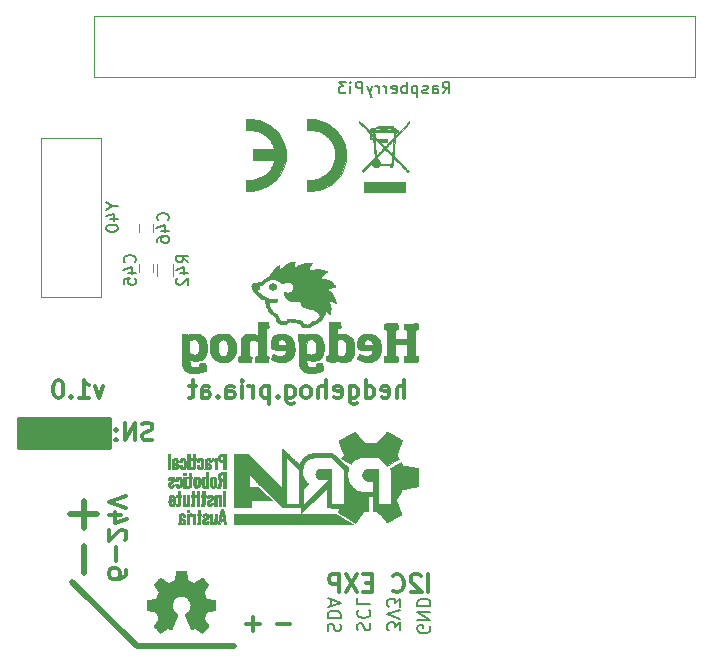
<source format=gbo>
G04 #@! TF.GenerationSoftware,KiCad,Pcbnew,6.0.0-rc1-unknown-cd5b1c2~66~ubuntu16.04.1*
G04 #@! TF.CreationDate,2018-10-19T16:16:08+02:00*
G04 #@! TF.ProjectId,Hedgehog,4865646765686F672E6B696361645F70,1.0*
G04 #@! TF.SameCoordinates,PX7270e00PY47868c0*
G04 #@! TF.FileFunction,Legend,Bot*
G04 #@! TF.FilePolarity,Positive*
%FSLAX46Y46*%
G04 Gerber Fmt 4.6, Leading zero omitted, Abs format (unit mm)*
G04 Created by KiCad (PCBNEW 6.0.0-rc1-unknown-cd5b1c2~66~ubuntu16.04.1) date Fri Oct 19 16:16:08 2018*
%MOMM*%
%LPD*%
G01*
G04 APERTURE LIST*
%ADD10C,0.300000*%
%ADD11C,0.200000*%
%ADD12C,0.500000*%
%ADD13C,0.350000*%
%ADD14C,0.120000*%
%ADD15C,0.010000*%
%ADD16C,0.150000*%
%ADD17C,0.254000*%
G04 APERTURE END LIST*
D10*
X7842857Y-32228571D02*
X7485714Y-33228571D01*
X7128571Y-32228571D01*
X5771428Y-33228571D02*
X6628571Y-33228571D01*
X6200000Y-33228571D02*
X6200000Y-31728571D01*
X6342857Y-31942857D01*
X6485714Y-32085714D01*
X6628571Y-32157142D01*
X5128571Y-33085714D02*
X5057142Y-33157142D01*
X5128571Y-33228571D01*
X5200000Y-33157142D01*
X5128571Y-33085714D01*
X5128571Y-33228571D01*
X4128571Y-31728571D02*
X3985714Y-31728571D01*
X3842857Y-31800000D01*
X3771428Y-31871428D01*
X3700000Y-32014285D01*
X3628571Y-32300000D01*
X3628571Y-32657142D01*
X3700000Y-32942857D01*
X3771428Y-33085714D01*
X3842857Y-33157142D01*
X3985714Y-33228571D01*
X4128571Y-33228571D01*
X4271428Y-33157142D01*
X4342857Y-33085714D01*
X4414285Y-32942857D01*
X4485714Y-32657142D01*
X4485714Y-32300000D01*
X4414285Y-32014285D01*
X4342857Y-31871428D01*
X4271428Y-31800000D01*
X4128571Y-31728571D01*
X12021428Y-36757142D02*
X11807142Y-36828571D01*
X11450000Y-36828571D01*
X11307142Y-36757142D01*
X11235714Y-36685714D01*
X11164285Y-36542857D01*
X11164285Y-36400000D01*
X11235714Y-36257142D01*
X11307142Y-36185714D01*
X11450000Y-36114285D01*
X11735714Y-36042857D01*
X11878571Y-35971428D01*
X11950000Y-35900000D01*
X12021428Y-35757142D01*
X12021428Y-35614285D01*
X11950000Y-35471428D01*
X11878571Y-35400000D01*
X11735714Y-35328571D01*
X11378571Y-35328571D01*
X11164285Y-35400000D01*
X10521428Y-36828571D02*
X10521428Y-35328571D01*
X9664285Y-36828571D01*
X9664285Y-35328571D01*
X8950000Y-36685714D02*
X8878571Y-36757142D01*
X8950000Y-36828571D01*
X9021428Y-36757142D01*
X8950000Y-36685714D01*
X8950000Y-36828571D01*
X8950000Y-35900000D02*
X8878571Y-35971428D01*
X8950000Y-36042857D01*
X9021428Y-35971428D01*
X8950000Y-35900000D01*
X8950000Y-36042857D01*
X33350000Y-33228571D02*
X33350000Y-31728571D01*
X32707142Y-33228571D02*
X32707142Y-32442857D01*
X32778571Y-32300000D01*
X32921428Y-32228571D01*
X33135714Y-32228571D01*
X33278571Y-32300000D01*
X33350000Y-32371428D01*
X31421428Y-33157142D02*
X31564285Y-33228571D01*
X31850000Y-33228571D01*
X31992857Y-33157142D01*
X32064285Y-33014285D01*
X32064285Y-32442857D01*
X31992857Y-32300000D01*
X31850000Y-32228571D01*
X31564285Y-32228571D01*
X31421428Y-32300000D01*
X31350000Y-32442857D01*
X31350000Y-32585714D01*
X32064285Y-32728571D01*
X30064285Y-33228571D02*
X30064285Y-31728571D01*
X30064285Y-33157142D02*
X30207142Y-33228571D01*
X30492857Y-33228571D01*
X30635714Y-33157142D01*
X30707142Y-33085714D01*
X30778571Y-32942857D01*
X30778571Y-32514285D01*
X30707142Y-32371428D01*
X30635714Y-32300000D01*
X30492857Y-32228571D01*
X30207142Y-32228571D01*
X30064285Y-32300000D01*
X28707142Y-32228571D02*
X28707142Y-33442857D01*
X28778571Y-33585714D01*
X28850000Y-33657142D01*
X28992857Y-33728571D01*
X29207142Y-33728571D01*
X29350000Y-33657142D01*
X28707142Y-33157142D02*
X28850000Y-33228571D01*
X29135714Y-33228571D01*
X29278571Y-33157142D01*
X29350000Y-33085714D01*
X29421428Y-32942857D01*
X29421428Y-32514285D01*
X29350000Y-32371428D01*
X29278571Y-32300000D01*
X29135714Y-32228571D01*
X28850000Y-32228571D01*
X28707142Y-32300000D01*
X27421428Y-33157142D02*
X27564285Y-33228571D01*
X27850000Y-33228571D01*
X27992857Y-33157142D01*
X28064285Y-33014285D01*
X28064285Y-32442857D01*
X27992857Y-32300000D01*
X27850000Y-32228571D01*
X27564285Y-32228571D01*
X27421428Y-32300000D01*
X27350000Y-32442857D01*
X27350000Y-32585714D01*
X28064285Y-32728571D01*
X26707142Y-33228571D02*
X26707142Y-31728571D01*
X26064285Y-33228571D02*
X26064285Y-32442857D01*
X26135714Y-32300000D01*
X26278571Y-32228571D01*
X26492857Y-32228571D01*
X26635714Y-32300000D01*
X26707142Y-32371428D01*
X25135714Y-33228571D02*
X25278571Y-33157142D01*
X25350000Y-33085714D01*
X25421428Y-32942857D01*
X25421428Y-32514285D01*
X25350000Y-32371428D01*
X25278571Y-32300000D01*
X25135714Y-32228571D01*
X24921428Y-32228571D01*
X24778571Y-32300000D01*
X24707142Y-32371428D01*
X24635714Y-32514285D01*
X24635714Y-32942857D01*
X24707142Y-33085714D01*
X24778571Y-33157142D01*
X24921428Y-33228571D01*
X25135714Y-33228571D01*
X23350000Y-32228571D02*
X23350000Y-33442857D01*
X23421428Y-33585714D01*
X23492857Y-33657142D01*
X23635714Y-33728571D01*
X23850000Y-33728571D01*
X23992857Y-33657142D01*
X23350000Y-33157142D02*
X23492857Y-33228571D01*
X23778571Y-33228571D01*
X23921428Y-33157142D01*
X23992857Y-33085714D01*
X24064285Y-32942857D01*
X24064285Y-32514285D01*
X23992857Y-32371428D01*
X23921428Y-32300000D01*
X23778571Y-32228571D01*
X23492857Y-32228571D01*
X23350000Y-32300000D01*
X22635714Y-33085714D02*
X22564285Y-33157142D01*
X22635714Y-33228571D01*
X22707142Y-33157142D01*
X22635714Y-33085714D01*
X22635714Y-33228571D01*
X21921428Y-32228571D02*
X21921428Y-33728571D01*
X21921428Y-32300000D02*
X21778571Y-32228571D01*
X21492857Y-32228571D01*
X21350000Y-32300000D01*
X21278571Y-32371428D01*
X21207142Y-32514285D01*
X21207142Y-32942857D01*
X21278571Y-33085714D01*
X21350000Y-33157142D01*
X21492857Y-33228571D01*
X21778571Y-33228571D01*
X21921428Y-33157142D01*
X20564285Y-33228571D02*
X20564285Y-32228571D01*
X20564285Y-32514285D02*
X20492857Y-32371428D01*
X20421428Y-32300000D01*
X20278571Y-32228571D01*
X20135714Y-32228571D01*
X19635714Y-33228571D02*
X19635714Y-32228571D01*
X19635714Y-31728571D02*
X19707142Y-31800000D01*
X19635714Y-31871428D01*
X19564285Y-31800000D01*
X19635714Y-31728571D01*
X19635714Y-31871428D01*
X18278571Y-33228571D02*
X18278571Y-32442857D01*
X18350000Y-32300000D01*
X18492857Y-32228571D01*
X18778571Y-32228571D01*
X18921428Y-32300000D01*
X18278571Y-33157142D02*
X18421428Y-33228571D01*
X18778571Y-33228571D01*
X18921428Y-33157142D01*
X18992857Y-33014285D01*
X18992857Y-32871428D01*
X18921428Y-32728571D01*
X18778571Y-32657142D01*
X18421428Y-32657142D01*
X18278571Y-32585714D01*
X17564285Y-33085714D02*
X17492857Y-33157142D01*
X17564285Y-33228571D01*
X17635714Y-33157142D01*
X17564285Y-33085714D01*
X17564285Y-33228571D01*
X16207142Y-33228571D02*
X16207142Y-32442857D01*
X16278571Y-32300000D01*
X16421428Y-32228571D01*
X16707142Y-32228571D01*
X16850000Y-32300000D01*
X16207142Y-33157142D02*
X16350000Y-33228571D01*
X16707142Y-33228571D01*
X16850000Y-33157142D01*
X16921428Y-33014285D01*
X16921428Y-32871428D01*
X16850000Y-32728571D01*
X16707142Y-32657142D01*
X16350000Y-32657142D01*
X16207142Y-32585714D01*
X15707142Y-32228571D02*
X15135714Y-32228571D01*
X15492857Y-31728571D02*
X15492857Y-33014285D01*
X15421428Y-33157142D01*
X15278571Y-33228571D01*
X15135714Y-33228571D01*
D11*
X35500000Y-52538095D02*
X35552380Y-52642857D01*
X35552380Y-52800000D01*
X35500000Y-52957142D01*
X35395238Y-53061904D01*
X35290476Y-53114285D01*
X35080952Y-53166666D01*
X34923809Y-53166666D01*
X34714285Y-53114285D01*
X34609523Y-53061904D01*
X34504761Y-52957142D01*
X34452380Y-52800000D01*
X34452380Y-52695238D01*
X34504761Y-52538095D01*
X34557142Y-52485714D01*
X34923809Y-52485714D01*
X34923809Y-52695238D01*
X34452380Y-52014285D02*
X35552380Y-52014285D01*
X34452380Y-51385714D01*
X35552380Y-51385714D01*
X34452380Y-50861904D02*
X35552380Y-50861904D01*
X35552380Y-50600000D01*
X35500000Y-50442857D01*
X35395238Y-50338095D01*
X35290476Y-50285714D01*
X35080952Y-50233333D01*
X34923809Y-50233333D01*
X34714285Y-50285714D01*
X34609523Y-50338095D01*
X34504761Y-50442857D01*
X34452380Y-50600000D01*
X34452380Y-50861904D01*
X33002380Y-52911904D02*
X33002380Y-52230952D01*
X32583333Y-52597619D01*
X32583333Y-52440476D01*
X32530952Y-52335714D01*
X32478571Y-52283333D01*
X32373809Y-52230952D01*
X32111904Y-52230952D01*
X32007142Y-52283333D01*
X31954761Y-52335714D01*
X31902380Y-52440476D01*
X31902380Y-52754761D01*
X31954761Y-52859523D01*
X32007142Y-52911904D01*
X33002380Y-51916666D02*
X31902380Y-51550000D01*
X33002380Y-51183333D01*
X33002380Y-50921428D02*
X33002380Y-50240476D01*
X32583333Y-50607142D01*
X32583333Y-50450000D01*
X32530952Y-50345238D01*
X32478571Y-50292857D01*
X32373809Y-50240476D01*
X32111904Y-50240476D01*
X32007142Y-50292857D01*
X31954761Y-50345238D01*
X31902380Y-50450000D01*
X31902380Y-50764285D01*
X31954761Y-50869047D01*
X32007142Y-50921428D01*
X29404761Y-52909523D02*
X29352380Y-52752380D01*
X29352380Y-52490476D01*
X29404761Y-52385714D01*
X29457142Y-52333333D01*
X29561904Y-52280952D01*
X29666666Y-52280952D01*
X29771428Y-52333333D01*
X29823809Y-52385714D01*
X29876190Y-52490476D01*
X29928571Y-52700000D01*
X29980952Y-52804761D01*
X30033333Y-52857142D01*
X30138095Y-52909523D01*
X30242857Y-52909523D01*
X30347619Y-52857142D01*
X30400000Y-52804761D01*
X30452380Y-52700000D01*
X30452380Y-52438095D01*
X30400000Y-52280952D01*
X29457142Y-51180952D02*
X29404761Y-51233333D01*
X29352380Y-51390476D01*
X29352380Y-51495238D01*
X29404761Y-51652380D01*
X29509523Y-51757142D01*
X29614285Y-51809523D01*
X29823809Y-51861904D01*
X29980952Y-51861904D01*
X30190476Y-51809523D01*
X30295238Y-51757142D01*
X30400000Y-51652380D01*
X30452380Y-51495238D01*
X30452380Y-51390476D01*
X30400000Y-51233333D01*
X30347619Y-51180952D01*
X29352380Y-50185714D02*
X29352380Y-50709523D01*
X30452380Y-50709523D01*
X26904761Y-52985714D02*
X26852380Y-52828571D01*
X26852380Y-52566666D01*
X26904761Y-52461904D01*
X26957142Y-52409523D01*
X27061904Y-52357142D01*
X27166666Y-52357142D01*
X27271428Y-52409523D01*
X27323809Y-52461904D01*
X27376190Y-52566666D01*
X27428571Y-52776190D01*
X27480952Y-52880952D01*
X27533333Y-52933333D01*
X27638095Y-52985714D01*
X27742857Y-52985714D01*
X27847619Y-52933333D01*
X27900000Y-52880952D01*
X27952380Y-52776190D01*
X27952380Y-52514285D01*
X27900000Y-52357142D01*
X26852380Y-51885714D02*
X27952380Y-51885714D01*
X27952380Y-51623809D01*
X27900000Y-51466666D01*
X27795238Y-51361904D01*
X27690476Y-51309523D01*
X27480952Y-51257142D01*
X27323809Y-51257142D01*
X27114285Y-51309523D01*
X27009523Y-51361904D01*
X26904761Y-51466666D01*
X26852380Y-51623809D01*
X26852380Y-51885714D01*
X27166666Y-50838095D02*
X27166666Y-50314285D01*
X26852380Y-50942857D02*
X27952380Y-50576190D01*
X26852380Y-50209523D01*
D10*
X35378571Y-49678571D02*
X35378571Y-48178571D01*
X34735714Y-48321428D02*
X34664285Y-48250000D01*
X34521428Y-48178571D01*
X34164285Y-48178571D01*
X34021428Y-48250000D01*
X33950000Y-48321428D01*
X33878571Y-48464285D01*
X33878571Y-48607142D01*
X33950000Y-48821428D01*
X34807142Y-49678571D01*
X33878571Y-49678571D01*
X32378571Y-49535714D02*
X32450000Y-49607142D01*
X32664285Y-49678571D01*
X32807142Y-49678571D01*
X33021428Y-49607142D01*
X33164285Y-49464285D01*
X33235714Y-49321428D01*
X33307142Y-49035714D01*
X33307142Y-48821428D01*
X33235714Y-48535714D01*
X33164285Y-48392857D01*
X33021428Y-48250000D01*
X32807142Y-48178571D01*
X32664285Y-48178571D01*
X32450000Y-48250000D01*
X32378571Y-48321428D01*
X30592857Y-48892857D02*
X30092857Y-48892857D01*
X29878571Y-49678571D02*
X30592857Y-49678571D01*
X30592857Y-48178571D01*
X29878571Y-48178571D01*
X29378571Y-48178571D02*
X28378571Y-49678571D01*
X28378571Y-48178571D02*
X29378571Y-49678571D01*
X27807142Y-49678571D02*
X27807142Y-48178571D01*
X27235714Y-48178571D01*
X27092857Y-48250000D01*
X27021428Y-48321428D01*
X26950000Y-48464285D01*
X26950000Y-48678571D01*
X27021428Y-48821428D01*
X27092857Y-48892857D01*
X27235714Y-48964285D01*
X27807142Y-48964285D01*
D12*
X10700000Y-54250000D02*
X5250000Y-48800000D01*
X18900000Y-54250000D02*
X10700000Y-54250000D01*
D13*
X22528571Y-52357142D02*
X23671428Y-52357142D01*
X19978571Y-52357142D02*
X21121428Y-52357142D01*
X20550000Y-52928571D02*
X20550000Y-51785714D01*
D10*
X9821428Y-47814285D02*
X9821428Y-48100000D01*
X9750000Y-48242857D01*
X9678571Y-48314285D01*
X9464285Y-48457142D01*
X9178571Y-48528571D01*
X8607142Y-48528571D01*
X8464285Y-48457142D01*
X8392857Y-48385714D01*
X8321428Y-48242857D01*
X8321428Y-47957142D01*
X8392857Y-47814285D01*
X8464285Y-47742857D01*
X8607142Y-47671428D01*
X8964285Y-47671428D01*
X9107142Y-47742857D01*
X9178571Y-47814285D01*
X9250000Y-47957142D01*
X9250000Y-48242857D01*
X9178571Y-48385714D01*
X9107142Y-48457142D01*
X8964285Y-48528571D01*
X8892857Y-47028571D02*
X8892857Y-45885714D01*
X9678571Y-45242857D02*
X9750000Y-45171428D01*
X9821428Y-45028571D01*
X9821428Y-44671428D01*
X9750000Y-44528571D01*
X9678571Y-44457142D01*
X9535714Y-44385714D01*
X9392857Y-44385714D01*
X9178571Y-44457142D01*
X8321428Y-45314285D01*
X8321428Y-44385714D01*
X9321428Y-43100000D02*
X8321428Y-43100000D01*
X9892857Y-43457142D02*
X8821428Y-43814285D01*
X8821428Y-42885714D01*
X9821428Y-42528571D02*
X8321428Y-42028571D01*
X9821428Y-41528571D01*
D12*
X6214285Y-45807142D02*
X6214285Y-48092857D01*
X7342857Y-43064285D02*
X5057142Y-43064285D01*
X6200000Y-44207142D02*
X6200000Y-41921428D01*
D14*
G04 #@! TO.C,Y40*
X2550000Y-24650000D02*
X2550000Y-11250000D01*
X7650000Y-24650000D02*
X2550000Y-24650000D01*
X7650000Y-11250000D02*
X7650000Y-24650000D01*
X7650000Y-11250000D02*
X2550000Y-11250000D01*
G04 #@! TO.C,J40*
X7040000Y-6100000D02*
X57960000Y-6100000D01*
X57960000Y-6100000D02*
X57960000Y-900000D01*
X57960000Y-900000D02*
X7040000Y-900000D01*
X7040000Y-900000D02*
X7040000Y-6100000D01*
D15*
G04 #@! TO.C,G\002A\002A\002A*
G36*
X14361489Y-47883381D02*
X14282525Y-47883978D01*
X14211655Y-47884894D01*
X14151060Y-47886085D01*
X14102926Y-47887505D01*
X14069436Y-47889110D01*
X14052774Y-47890855D01*
X14051517Y-47891292D01*
X14046562Y-47902830D01*
X14038609Y-47932284D01*
X14027948Y-47978310D01*
X14014867Y-48039564D01*
X13999655Y-48114702D01*
X13982601Y-48202380D01*
X13967497Y-48282405D01*
X13951631Y-48366541D01*
X13936536Y-48444741D01*
X13922643Y-48514902D01*
X13910386Y-48574919D01*
X13900196Y-48622690D01*
X13892504Y-48656111D01*
X13887745Y-48673078D01*
X13886919Y-48674681D01*
X13874906Y-48681484D01*
X13847786Y-48694070D01*
X13808314Y-48711326D01*
X13759249Y-48732136D01*
X13703349Y-48755386D01*
X13643372Y-48779960D01*
X13582075Y-48804743D01*
X13522216Y-48828620D01*
X13466553Y-48850477D01*
X13417844Y-48869199D01*
X13378846Y-48883670D01*
X13352318Y-48892775D01*
X13341016Y-48895400D01*
X13341002Y-48895395D01*
X13330791Y-48889104D01*
X13306299Y-48872941D01*
X13269329Y-48848126D01*
X13221683Y-48815880D01*
X13165164Y-48777425D01*
X13101575Y-48733981D01*
X13032718Y-48686769D01*
X13016044Y-48675313D01*
X12945989Y-48627457D01*
X12880483Y-48583282D01*
X12821372Y-48543991D01*
X12770500Y-48510782D01*
X12729712Y-48484859D01*
X12700853Y-48467421D01*
X12685766Y-48459671D01*
X12684448Y-48459385D01*
X12673446Y-48466138D01*
X12650764Y-48485179D01*
X12618230Y-48514677D01*
X12577674Y-48552805D01*
X12530923Y-48597732D01*
X12479806Y-48647629D01*
X12426152Y-48700668D01*
X12371790Y-48755019D01*
X12318546Y-48808852D01*
X12268252Y-48860340D01*
X12222734Y-48907652D01*
X12183821Y-48948959D01*
X12153342Y-48982432D01*
X12133126Y-49006243D01*
X12125000Y-49018561D01*
X12124923Y-49019113D01*
X12130301Y-49030881D01*
X12145615Y-49056790D01*
X12169636Y-49094947D01*
X12201133Y-49143460D01*
X12238878Y-49200435D01*
X12281640Y-49263980D01*
X12328189Y-49332203D01*
X12331175Y-49336549D01*
X12378280Y-49405243D01*
X12422115Y-49469500D01*
X12461384Y-49527393D01*
X12494790Y-49576998D01*
X12521038Y-49616389D01*
X12538831Y-49643640D01*
X12546872Y-49656828D01*
X12546983Y-49657059D01*
X12548491Y-49666138D01*
X12546322Y-49681215D01*
X12539809Y-49704123D01*
X12528282Y-49736701D01*
X12511075Y-49780783D01*
X12487517Y-49838207D01*
X12456940Y-49910808D01*
X12440866Y-49948562D01*
X12409580Y-50020871D01*
X12380746Y-50085597D01*
X12355325Y-50140709D01*
X12334277Y-50184177D01*
X12318564Y-50213972D01*
X12309146Y-50228063D01*
X12308248Y-50228747D01*
X12295075Y-50232556D01*
X12264907Y-50239428D01*
X12219968Y-50248913D01*
X12162483Y-50260561D01*
X12094678Y-50273923D01*
X12018776Y-50288547D01*
X11937004Y-50303985D01*
X11928058Y-50305655D01*
X11834334Y-50323425D01*
X11751820Y-50339657D01*
X11681940Y-50354044D01*
X11626117Y-50366276D01*
X11585775Y-50376047D01*
X11562336Y-50383047D01*
X11556824Y-50385989D01*
X11555054Y-50398263D01*
X11553412Y-50427891D01*
X11551944Y-50472690D01*
X11550694Y-50530476D01*
X11549708Y-50599066D01*
X11549031Y-50676276D01*
X11548708Y-50759922D01*
X11548688Y-50780823D01*
X11548751Y-50879900D01*
X11549064Y-50961157D01*
X11549687Y-51026308D01*
X11550678Y-51077072D01*
X11552099Y-51115164D01*
X11554007Y-51142301D01*
X11556463Y-51160199D01*
X11559525Y-51170575D01*
X11562316Y-51174504D01*
X11574815Y-51178846D01*
X11604302Y-51186154D01*
X11648528Y-51195958D01*
X11705246Y-51207790D01*
X11772210Y-51221180D01*
X11847171Y-51235660D01*
X11926220Y-51250454D01*
X12014979Y-51267112D01*
X12094617Y-51282657D01*
X12163340Y-51296704D01*
X12219352Y-51308869D01*
X12260856Y-51318766D01*
X12286058Y-51326010D01*
X12292833Y-51329102D01*
X12300568Y-51341512D01*
X12314011Y-51369207D01*
X12332087Y-51409517D01*
X12353724Y-51459775D01*
X12377847Y-51517308D01*
X12403383Y-51579450D01*
X12429258Y-51643529D01*
X12454399Y-51706877D01*
X12477730Y-51766823D01*
X12498180Y-51820699D01*
X12514674Y-51865835D01*
X12526138Y-51899561D01*
X12531498Y-51919208D01*
X12531622Y-51922774D01*
X12525189Y-51933382D01*
X12508945Y-51958197D01*
X12484160Y-51995334D01*
X12452102Y-52042909D01*
X12414044Y-52099036D01*
X12371253Y-52161831D01*
X12325938Y-52228043D01*
X12279831Y-52295764D01*
X12237448Y-52358966D01*
X12200033Y-52415721D01*
X12168828Y-52464099D01*
X12145080Y-52502174D01*
X12130031Y-52528017D01*
X12124923Y-52539594D01*
X12131658Y-52550497D01*
X12150649Y-52573111D01*
X12180069Y-52605606D01*
X12218095Y-52646150D01*
X12262902Y-52692913D01*
X12312665Y-52744062D01*
X12365560Y-52797767D01*
X12419762Y-52852197D01*
X12473447Y-52905521D01*
X12524789Y-52955907D01*
X12571965Y-53001524D01*
X12613150Y-53040541D01*
X12646518Y-53071127D01*
X12670247Y-53091451D01*
X12682510Y-53099681D01*
X12683090Y-53099770D01*
X12694389Y-53094403D01*
X12719827Y-53079132D01*
X12757495Y-53055202D01*
X12805486Y-53023859D01*
X12861894Y-52986348D01*
X12924811Y-52943914D01*
X12989856Y-52899500D01*
X13057323Y-52853477D01*
X13120204Y-52811180D01*
X13176578Y-52773857D01*
X13224524Y-52742755D01*
X13262121Y-52719120D01*
X13287447Y-52704199D01*
X13298437Y-52699231D01*
X13312718Y-52703694D01*
X13340586Y-52715973D01*
X13378544Y-52734406D01*
X13423092Y-52757329D01*
X13443557Y-52768235D01*
X13492691Y-52793745D01*
X13535550Y-52814183D01*
X13568899Y-52828120D01*
X13589506Y-52834125D01*
X13592646Y-52834177D01*
X13597623Y-52831495D01*
X13604086Y-52823947D01*
X13612563Y-52810349D01*
X13623580Y-52789514D01*
X13637665Y-52760258D01*
X13655344Y-52721396D01*
X13677145Y-52671741D01*
X13703596Y-52610111D01*
X13735223Y-52535318D01*
X13772553Y-52446178D01*
X13816114Y-52341505D01*
X13866432Y-52220115D01*
X13875267Y-52198769D01*
X13918735Y-52093324D01*
X13959785Y-51992967D01*
X13997830Y-51899183D01*
X14032281Y-51813459D01*
X14062551Y-51737281D01*
X14088053Y-51672135D01*
X14108198Y-51619508D01*
X14122399Y-51580885D01*
X14130068Y-51557753D01*
X14131229Y-51551557D01*
X14121252Y-51540188D01*
X14098609Y-51520822D01*
X14066857Y-51496352D01*
X14036205Y-51474287D01*
X13955138Y-51414560D01*
X13888936Y-51358137D01*
X13834224Y-51301313D01*
X13787629Y-51240380D01*
X13745779Y-51171630D01*
X13725262Y-51132535D01*
X13679314Y-51020171D01*
X13651776Y-50904152D01*
X13642346Y-50786449D01*
X13650724Y-50669036D01*
X13676609Y-50553884D01*
X13719699Y-50442966D01*
X13779694Y-50338253D01*
X13856293Y-50241717D01*
X13862183Y-50235407D01*
X13953812Y-50151604D01*
X14056137Y-50083504D01*
X14170473Y-50030299D01*
X14225652Y-50011169D01*
X14257819Y-50001875D01*
X14288143Y-49995447D01*
X14321433Y-49991383D01*
X14362504Y-49989181D01*
X14416165Y-49988339D01*
X14445115Y-49988270D01*
X14505931Y-49988674D01*
X14552045Y-49990224D01*
X14588282Y-49993420D01*
X14619467Y-49998765D01*
X14650426Y-50006763D01*
X14664923Y-50011159D01*
X14784141Y-50058088D01*
X14892381Y-50120558D01*
X14988519Y-50197623D01*
X15071433Y-50288335D01*
X15139998Y-50391746D01*
X15158982Y-50427885D01*
X15198544Y-50517995D01*
X15224549Y-50603320D01*
X15238730Y-50691238D01*
X15242832Y-50784462D01*
X15233487Y-50909595D01*
X15205783Y-51028972D01*
X15160215Y-51141367D01*
X15097276Y-51245554D01*
X15019316Y-51338414D01*
X14984345Y-51371099D01*
X14938917Y-51409215D01*
X14888944Y-51448178D01*
X14840338Y-51483400D01*
X14799010Y-51510297D01*
X14793963Y-51513239D01*
X14771477Y-51530357D01*
X14757938Y-51548585D01*
X14757067Y-51551248D01*
X14759861Y-51564082D01*
X14769921Y-51593911D01*
X14786860Y-51639753D01*
X14810293Y-51700628D01*
X14839831Y-51775553D01*
X14875089Y-51863546D01*
X14915680Y-51963626D01*
X14961217Y-52074811D01*
X15006291Y-52183999D01*
X15049422Y-52288041D01*
X15090549Y-52387090D01*
X15129032Y-52479615D01*
X15164232Y-52564088D01*
X15195510Y-52638978D01*
X15222226Y-52702758D01*
X15243742Y-52753897D01*
X15259419Y-52790865D01*
X15268616Y-52812134D01*
X15270666Y-52816556D01*
X15286498Y-52832148D01*
X15299593Y-52836000D01*
X15314426Y-52831528D01*
X15342797Y-52819222D01*
X15381173Y-52800746D01*
X15426017Y-52777764D01*
X15446841Y-52766678D01*
X15504165Y-52736908D01*
X15549391Y-52715750D01*
X15581008Y-52703860D01*
X15596495Y-52701611D01*
X15610230Y-52708211D01*
X15637426Y-52724424D01*
X15675559Y-52748628D01*
X15722103Y-52779201D01*
X15774535Y-52814523D01*
X15807923Y-52837425D01*
X15898149Y-52899659D01*
X15973686Y-52951569D01*
X16035861Y-52994024D01*
X16085998Y-53027896D01*
X16125420Y-53054057D01*
X16155454Y-53073377D01*
X16177424Y-53086727D01*
X16192655Y-53094978D01*
X16202472Y-53099002D01*
X16206946Y-53099770D01*
X16217074Y-53093076D01*
X16239354Y-53073997D01*
X16272192Y-53044033D01*
X16313997Y-53004688D01*
X16363176Y-52957463D01*
X16418138Y-52903860D01*
X16477289Y-52845380D01*
X16488978Y-52833734D01*
X16548584Y-52773981D01*
X16603825Y-52718044D01*
X16653159Y-52667524D01*
X16695044Y-52624029D01*
X16727936Y-52589160D01*
X16750294Y-52564524D01*
X16760574Y-52551724D01*
X16761025Y-52550795D01*
X16762755Y-52545070D01*
X16763360Y-52539218D01*
X16761855Y-52531655D01*
X16757257Y-52520794D01*
X16748582Y-52505048D01*
X16734846Y-52482832D01*
X16715066Y-52452560D01*
X16688258Y-52412645D01*
X16653438Y-52361500D01*
X16609622Y-52297541D01*
X16555827Y-52219181D01*
X16550931Y-52212050D01*
X16505458Y-52145434D01*
X16463720Y-52083536D01*
X16426973Y-52028282D01*
X16396477Y-51981594D01*
X16373488Y-51945396D01*
X16359266Y-51921612D01*
X16355000Y-51912442D01*
X16358517Y-51900137D01*
X16368480Y-51872031D01*
X16384010Y-51830436D01*
X16404225Y-51777664D01*
X16428246Y-51716026D01*
X16455190Y-51647835D01*
X16468664Y-51614053D01*
X16502774Y-51529451D01*
X16530758Y-51461637D01*
X16553315Y-51409091D01*
X16571141Y-51370292D01*
X16584935Y-51343721D01*
X16595394Y-51327856D01*
X16602991Y-51321269D01*
X16617143Y-51317541D01*
X16648199Y-51310788D01*
X16693841Y-51301467D01*
X16751747Y-51290038D01*
X16819597Y-51276958D01*
X16895071Y-51262687D01*
X16969382Y-51248874D01*
X17049459Y-51233878D01*
X17123712Y-51219528D01*
X17189882Y-51206296D01*
X17245711Y-51194650D01*
X17288940Y-51185062D01*
X17317310Y-51178002D01*
X17328402Y-51174100D01*
X17331858Y-51168001D01*
X17334689Y-51154887D01*
X17336950Y-51133099D01*
X17338697Y-51100979D01*
X17339986Y-51056869D01*
X17340872Y-50999109D01*
X17341411Y-50926041D01*
X17341659Y-50836008D01*
X17341692Y-50778606D01*
X17341692Y-50394143D01*
X17319711Y-50380582D01*
X17305312Y-50375770D01*
X17273967Y-50368024D01*
X17227969Y-50357821D01*
X17169611Y-50345639D01*
X17101184Y-50331957D01*
X17024981Y-50317253D01*
X16943296Y-50302006D01*
X16941154Y-50301613D01*
X16859853Y-50286443D01*
X16784407Y-50271874D01*
X16717028Y-50258371D01*
X16659930Y-50246397D01*
X16615326Y-50236418D01*
X16585430Y-50228898D01*
X16572454Y-50224303D01*
X16572298Y-50224167D01*
X16565210Y-50212118D01*
X16551880Y-50184821D01*
X16533505Y-50145055D01*
X16511280Y-50095602D01*
X16486402Y-50039243D01*
X16460069Y-49978758D01*
X16433477Y-49916928D01*
X16407823Y-49856534D01*
X16384304Y-49800357D01*
X16364115Y-49751177D01*
X16348455Y-49711776D01*
X16338520Y-49684934D01*
X16335461Y-49673836D01*
X16340831Y-49662645D01*
X16356132Y-49637256D01*
X16380154Y-49599518D01*
X16411684Y-49551284D01*
X16449511Y-49494402D01*
X16492423Y-49430725D01*
X16539209Y-49362103D01*
X16546648Y-49351261D01*
X16594138Y-49281804D01*
X16638162Y-49216829D01*
X16677473Y-49158220D01*
X16710823Y-49107863D01*
X16736963Y-49067646D01*
X16754647Y-49039454D01*
X16762626Y-49025174D01*
X16762897Y-49024394D01*
X16761434Y-49016500D01*
X16753433Y-49003208D01*
X16737851Y-48983376D01*
X16713643Y-48955864D01*
X16679766Y-48919528D01*
X16635176Y-48873227D01*
X16578830Y-48815820D01*
X16509683Y-48746166D01*
X16495769Y-48732212D01*
X16426503Y-48663249D01*
X16364698Y-48602652D01*
X16311407Y-48551407D01*
X16267680Y-48510503D01*
X16234569Y-48480927D01*
X16213127Y-48463665D01*
X16205143Y-48459385D01*
X16193153Y-48464755D01*
X16167006Y-48480054D01*
X16128589Y-48504059D01*
X16079790Y-48535552D01*
X16022499Y-48573313D01*
X15958602Y-48616120D01*
X15889989Y-48662753D01*
X15882526Y-48667865D01*
X15813268Y-48715248D01*
X15748418Y-48759451D01*
X15689897Y-48799180D01*
X15639624Y-48833135D01*
X15599521Y-48860022D01*
X15571508Y-48878541D01*
X15557506Y-48887398D01*
X15557015Y-48887668D01*
X15548451Y-48890272D01*
X15535885Y-48889894D01*
X15517194Y-48885830D01*
X15490253Y-48877374D01*
X15452939Y-48863822D01*
X15403128Y-48844470D01*
X15338698Y-48818612D01*
X15293246Y-48800133D01*
X15212757Y-48767272D01*
X15148484Y-48740853D01*
X15098537Y-48719966D01*
X15061030Y-48703705D01*
X15034073Y-48691160D01*
X15015778Y-48681424D01*
X15004257Y-48673589D01*
X14997622Y-48666746D01*
X14993984Y-48659989D01*
X14992412Y-48655464D01*
X14989307Y-48641801D01*
X14983089Y-48611165D01*
X14974191Y-48565798D01*
X14963044Y-48507941D01*
X14950080Y-48439835D01*
X14935730Y-48363722D01*
X14920425Y-48281843D01*
X14918854Y-48273401D01*
X14903361Y-48191311D01*
X14888522Y-48114999D01*
X14874799Y-48046667D01*
X14862653Y-47988516D01*
X14852545Y-47942747D01*
X14844936Y-47911562D01*
X14840286Y-47897163D01*
X14839976Y-47896699D01*
X14834150Y-47893149D01*
X14821994Y-47890248D01*
X14801800Y-47887937D01*
X14771859Y-47886157D01*
X14730462Y-47884850D01*
X14675899Y-47883956D01*
X14606462Y-47883417D01*
X14520442Y-47883174D01*
X14446361Y-47883150D01*
X14361489Y-47883381D01*
X14361489Y-47883381D01*
G37*
X14361489Y-47883381D02*
X14282525Y-47883978D01*
X14211655Y-47884894D01*
X14151060Y-47886085D01*
X14102926Y-47887505D01*
X14069436Y-47889110D01*
X14052774Y-47890855D01*
X14051517Y-47891292D01*
X14046562Y-47902830D01*
X14038609Y-47932284D01*
X14027948Y-47978310D01*
X14014867Y-48039564D01*
X13999655Y-48114702D01*
X13982601Y-48202380D01*
X13967497Y-48282405D01*
X13951631Y-48366541D01*
X13936536Y-48444741D01*
X13922643Y-48514902D01*
X13910386Y-48574919D01*
X13900196Y-48622690D01*
X13892504Y-48656111D01*
X13887745Y-48673078D01*
X13886919Y-48674681D01*
X13874906Y-48681484D01*
X13847786Y-48694070D01*
X13808314Y-48711326D01*
X13759249Y-48732136D01*
X13703349Y-48755386D01*
X13643372Y-48779960D01*
X13582075Y-48804743D01*
X13522216Y-48828620D01*
X13466553Y-48850477D01*
X13417844Y-48869199D01*
X13378846Y-48883670D01*
X13352318Y-48892775D01*
X13341016Y-48895400D01*
X13341002Y-48895395D01*
X13330791Y-48889104D01*
X13306299Y-48872941D01*
X13269329Y-48848126D01*
X13221683Y-48815880D01*
X13165164Y-48777425D01*
X13101575Y-48733981D01*
X13032718Y-48686769D01*
X13016044Y-48675313D01*
X12945989Y-48627457D01*
X12880483Y-48583282D01*
X12821372Y-48543991D01*
X12770500Y-48510782D01*
X12729712Y-48484859D01*
X12700853Y-48467421D01*
X12685766Y-48459671D01*
X12684448Y-48459385D01*
X12673446Y-48466138D01*
X12650764Y-48485179D01*
X12618230Y-48514677D01*
X12577674Y-48552805D01*
X12530923Y-48597732D01*
X12479806Y-48647629D01*
X12426152Y-48700668D01*
X12371790Y-48755019D01*
X12318546Y-48808852D01*
X12268252Y-48860340D01*
X12222734Y-48907652D01*
X12183821Y-48948959D01*
X12153342Y-48982432D01*
X12133126Y-49006243D01*
X12125000Y-49018561D01*
X12124923Y-49019113D01*
X12130301Y-49030881D01*
X12145615Y-49056790D01*
X12169636Y-49094947D01*
X12201133Y-49143460D01*
X12238878Y-49200435D01*
X12281640Y-49263980D01*
X12328189Y-49332203D01*
X12331175Y-49336549D01*
X12378280Y-49405243D01*
X12422115Y-49469500D01*
X12461384Y-49527393D01*
X12494790Y-49576998D01*
X12521038Y-49616389D01*
X12538831Y-49643640D01*
X12546872Y-49656828D01*
X12546983Y-49657059D01*
X12548491Y-49666138D01*
X12546322Y-49681215D01*
X12539809Y-49704123D01*
X12528282Y-49736701D01*
X12511075Y-49780783D01*
X12487517Y-49838207D01*
X12456940Y-49910808D01*
X12440866Y-49948562D01*
X12409580Y-50020871D01*
X12380746Y-50085597D01*
X12355325Y-50140709D01*
X12334277Y-50184177D01*
X12318564Y-50213972D01*
X12309146Y-50228063D01*
X12308248Y-50228747D01*
X12295075Y-50232556D01*
X12264907Y-50239428D01*
X12219968Y-50248913D01*
X12162483Y-50260561D01*
X12094678Y-50273923D01*
X12018776Y-50288547D01*
X11937004Y-50303985D01*
X11928058Y-50305655D01*
X11834334Y-50323425D01*
X11751820Y-50339657D01*
X11681940Y-50354044D01*
X11626117Y-50366276D01*
X11585775Y-50376047D01*
X11562336Y-50383047D01*
X11556824Y-50385989D01*
X11555054Y-50398263D01*
X11553412Y-50427891D01*
X11551944Y-50472690D01*
X11550694Y-50530476D01*
X11549708Y-50599066D01*
X11549031Y-50676276D01*
X11548708Y-50759922D01*
X11548688Y-50780823D01*
X11548751Y-50879900D01*
X11549064Y-50961157D01*
X11549687Y-51026308D01*
X11550678Y-51077072D01*
X11552099Y-51115164D01*
X11554007Y-51142301D01*
X11556463Y-51160199D01*
X11559525Y-51170575D01*
X11562316Y-51174504D01*
X11574815Y-51178846D01*
X11604302Y-51186154D01*
X11648528Y-51195958D01*
X11705246Y-51207790D01*
X11772210Y-51221180D01*
X11847171Y-51235660D01*
X11926220Y-51250454D01*
X12014979Y-51267112D01*
X12094617Y-51282657D01*
X12163340Y-51296704D01*
X12219352Y-51308869D01*
X12260856Y-51318766D01*
X12286058Y-51326010D01*
X12292833Y-51329102D01*
X12300568Y-51341512D01*
X12314011Y-51369207D01*
X12332087Y-51409517D01*
X12353724Y-51459775D01*
X12377847Y-51517308D01*
X12403383Y-51579450D01*
X12429258Y-51643529D01*
X12454399Y-51706877D01*
X12477730Y-51766823D01*
X12498180Y-51820699D01*
X12514674Y-51865835D01*
X12526138Y-51899561D01*
X12531498Y-51919208D01*
X12531622Y-51922774D01*
X12525189Y-51933382D01*
X12508945Y-51958197D01*
X12484160Y-51995334D01*
X12452102Y-52042909D01*
X12414044Y-52099036D01*
X12371253Y-52161831D01*
X12325938Y-52228043D01*
X12279831Y-52295764D01*
X12237448Y-52358966D01*
X12200033Y-52415721D01*
X12168828Y-52464099D01*
X12145080Y-52502174D01*
X12130031Y-52528017D01*
X12124923Y-52539594D01*
X12131658Y-52550497D01*
X12150649Y-52573111D01*
X12180069Y-52605606D01*
X12218095Y-52646150D01*
X12262902Y-52692913D01*
X12312665Y-52744062D01*
X12365560Y-52797767D01*
X12419762Y-52852197D01*
X12473447Y-52905521D01*
X12524789Y-52955907D01*
X12571965Y-53001524D01*
X12613150Y-53040541D01*
X12646518Y-53071127D01*
X12670247Y-53091451D01*
X12682510Y-53099681D01*
X12683090Y-53099770D01*
X12694389Y-53094403D01*
X12719827Y-53079132D01*
X12757495Y-53055202D01*
X12805486Y-53023859D01*
X12861894Y-52986348D01*
X12924811Y-52943914D01*
X12989856Y-52899500D01*
X13057323Y-52853477D01*
X13120204Y-52811180D01*
X13176578Y-52773857D01*
X13224524Y-52742755D01*
X13262121Y-52719120D01*
X13287447Y-52704199D01*
X13298437Y-52699231D01*
X13312718Y-52703694D01*
X13340586Y-52715973D01*
X13378544Y-52734406D01*
X13423092Y-52757329D01*
X13443557Y-52768235D01*
X13492691Y-52793745D01*
X13535550Y-52814183D01*
X13568899Y-52828120D01*
X13589506Y-52834125D01*
X13592646Y-52834177D01*
X13597623Y-52831495D01*
X13604086Y-52823947D01*
X13612563Y-52810349D01*
X13623580Y-52789514D01*
X13637665Y-52760258D01*
X13655344Y-52721396D01*
X13677145Y-52671741D01*
X13703596Y-52610111D01*
X13735223Y-52535318D01*
X13772553Y-52446178D01*
X13816114Y-52341505D01*
X13866432Y-52220115D01*
X13875267Y-52198769D01*
X13918735Y-52093324D01*
X13959785Y-51992967D01*
X13997830Y-51899183D01*
X14032281Y-51813459D01*
X14062551Y-51737281D01*
X14088053Y-51672135D01*
X14108198Y-51619508D01*
X14122399Y-51580885D01*
X14130068Y-51557753D01*
X14131229Y-51551557D01*
X14121252Y-51540188D01*
X14098609Y-51520822D01*
X14066857Y-51496352D01*
X14036205Y-51474287D01*
X13955138Y-51414560D01*
X13888936Y-51358137D01*
X13834224Y-51301313D01*
X13787629Y-51240380D01*
X13745779Y-51171630D01*
X13725262Y-51132535D01*
X13679314Y-51020171D01*
X13651776Y-50904152D01*
X13642346Y-50786449D01*
X13650724Y-50669036D01*
X13676609Y-50553884D01*
X13719699Y-50442966D01*
X13779694Y-50338253D01*
X13856293Y-50241717D01*
X13862183Y-50235407D01*
X13953812Y-50151604D01*
X14056137Y-50083504D01*
X14170473Y-50030299D01*
X14225652Y-50011169D01*
X14257819Y-50001875D01*
X14288143Y-49995447D01*
X14321433Y-49991383D01*
X14362504Y-49989181D01*
X14416165Y-49988339D01*
X14445115Y-49988270D01*
X14505931Y-49988674D01*
X14552045Y-49990224D01*
X14588282Y-49993420D01*
X14619467Y-49998765D01*
X14650426Y-50006763D01*
X14664923Y-50011159D01*
X14784141Y-50058088D01*
X14892381Y-50120558D01*
X14988519Y-50197623D01*
X15071433Y-50288335D01*
X15139998Y-50391746D01*
X15158982Y-50427885D01*
X15198544Y-50517995D01*
X15224549Y-50603320D01*
X15238730Y-50691238D01*
X15242832Y-50784462D01*
X15233487Y-50909595D01*
X15205783Y-51028972D01*
X15160215Y-51141367D01*
X15097276Y-51245554D01*
X15019316Y-51338414D01*
X14984345Y-51371099D01*
X14938917Y-51409215D01*
X14888944Y-51448178D01*
X14840338Y-51483400D01*
X14799010Y-51510297D01*
X14793963Y-51513239D01*
X14771477Y-51530357D01*
X14757938Y-51548585D01*
X14757067Y-51551248D01*
X14759861Y-51564082D01*
X14769921Y-51593911D01*
X14786860Y-51639753D01*
X14810293Y-51700628D01*
X14839831Y-51775553D01*
X14875089Y-51863546D01*
X14915680Y-51963626D01*
X14961217Y-52074811D01*
X15006291Y-52183999D01*
X15049422Y-52288041D01*
X15090549Y-52387090D01*
X15129032Y-52479615D01*
X15164232Y-52564088D01*
X15195510Y-52638978D01*
X15222226Y-52702758D01*
X15243742Y-52753897D01*
X15259419Y-52790865D01*
X15268616Y-52812134D01*
X15270666Y-52816556D01*
X15286498Y-52832148D01*
X15299593Y-52836000D01*
X15314426Y-52831528D01*
X15342797Y-52819222D01*
X15381173Y-52800746D01*
X15426017Y-52777764D01*
X15446841Y-52766678D01*
X15504165Y-52736908D01*
X15549391Y-52715750D01*
X15581008Y-52703860D01*
X15596495Y-52701611D01*
X15610230Y-52708211D01*
X15637426Y-52724424D01*
X15675559Y-52748628D01*
X15722103Y-52779201D01*
X15774535Y-52814523D01*
X15807923Y-52837425D01*
X15898149Y-52899659D01*
X15973686Y-52951569D01*
X16035861Y-52994024D01*
X16085998Y-53027896D01*
X16125420Y-53054057D01*
X16155454Y-53073377D01*
X16177424Y-53086727D01*
X16192655Y-53094978D01*
X16202472Y-53099002D01*
X16206946Y-53099770D01*
X16217074Y-53093076D01*
X16239354Y-53073997D01*
X16272192Y-53044033D01*
X16313997Y-53004688D01*
X16363176Y-52957463D01*
X16418138Y-52903860D01*
X16477289Y-52845380D01*
X16488978Y-52833734D01*
X16548584Y-52773981D01*
X16603825Y-52718044D01*
X16653159Y-52667524D01*
X16695044Y-52624029D01*
X16727936Y-52589160D01*
X16750294Y-52564524D01*
X16760574Y-52551724D01*
X16761025Y-52550795D01*
X16762755Y-52545070D01*
X16763360Y-52539218D01*
X16761855Y-52531655D01*
X16757257Y-52520794D01*
X16748582Y-52505048D01*
X16734846Y-52482832D01*
X16715066Y-52452560D01*
X16688258Y-52412645D01*
X16653438Y-52361500D01*
X16609622Y-52297541D01*
X16555827Y-52219181D01*
X16550931Y-52212050D01*
X16505458Y-52145434D01*
X16463720Y-52083536D01*
X16426973Y-52028282D01*
X16396477Y-51981594D01*
X16373488Y-51945396D01*
X16359266Y-51921612D01*
X16355000Y-51912442D01*
X16358517Y-51900137D01*
X16368480Y-51872031D01*
X16384010Y-51830436D01*
X16404225Y-51777664D01*
X16428246Y-51716026D01*
X16455190Y-51647835D01*
X16468664Y-51614053D01*
X16502774Y-51529451D01*
X16530758Y-51461637D01*
X16553315Y-51409091D01*
X16571141Y-51370292D01*
X16584935Y-51343721D01*
X16595394Y-51327856D01*
X16602991Y-51321269D01*
X16617143Y-51317541D01*
X16648199Y-51310788D01*
X16693841Y-51301467D01*
X16751747Y-51290038D01*
X16819597Y-51276958D01*
X16895071Y-51262687D01*
X16969382Y-51248874D01*
X17049459Y-51233878D01*
X17123712Y-51219528D01*
X17189882Y-51206296D01*
X17245711Y-51194650D01*
X17288940Y-51185062D01*
X17317310Y-51178002D01*
X17328402Y-51174100D01*
X17331858Y-51168001D01*
X17334689Y-51154887D01*
X17336950Y-51133099D01*
X17338697Y-51100979D01*
X17339986Y-51056869D01*
X17340872Y-50999109D01*
X17341411Y-50926041D01*
X17341659Y-50836008D01*
X17341692Y-50778606D01*
X17341692Y-50394143D01*
X17319711Y-50380582D01*
X17305312Y-50375770D01*
X17273967Y-50368024D01*
X17227969Y-50357821D01*
X17169611Y-50345639D01*
X17101184Y-50331957D01*
X17024981Y-50317253D01*
X16943296Y-50302006D01*
X16941154Y-50301613D01*
X16859853Y-50286443D01*
X16784407Y-50271874D01*
X16717028Y-50258371D01*
X16659930Y-50246397D01*
X16615326Y-50236418D01*
X16585430Y-50228898D01*
X16572454Y-50224303D01*
X16572298Y-50224167D01*
X16565210Y-50212118D01*
X16551880Y-50184821D01*
X16533505Y-50145055D01*
X16511280Y-50095602D01*
X16486402Y-50039243D01*
X16460069Y-49978758D01*
X16433477Y-49916928D01*
X16407823Y-49856534D01*
X16384304Y-49800357D01*
X16364115Y-49751177D01*
X16348455Y-49711776D01*
X16338520Y-49684934D01*
X16335461Y-49673836D01*
X16340831Y-49662645D01*
X16356132Y-49637256D01*
X16380154Y-49599518D01*
X16411684Y-49551284D01*
X16449511Y-49494402D01*
X16492423Y-49430725D01*
X16539209Y-49362103D01*
X16546648Y-49351261D01*
X16594138Y-49281804D01*
X16638162Y-49216829D01*
X16677473Y-49158220D01*
X16710823Y-49107863D01*
X16736963Y-49067646D01*
X16754647Y-49039454D01*
X16762626Y-49025174D01*
X16762897Y-49024394D01*
X16761434Y-49016500D01*
X16753433Y-49003208D01*
X16737851Y-48983376D01*
X16713643Y-48955864D01*
X16679766Y-48919528D01*
X16635176Y-48873227D01*
X16578830Y-48815820D01*
X16509683Y-48746166D01*
X16495769Y-48732212D01*
X16426503Y-48663249D01*
X16364698Y-48602652D01*
X16311407Y-48551407D01*
X16267680Y-48510503D01*
X16234569Y-48480927D01*
X16213127Y-48463665D01*
X16205143Y-48459385D01*
X16193153Y-48464755D01*
X16167006Y-48480054D01*
X16128589Y-48504059D01*
X16079790Y-48535552D01*
X16022499Y-48573313D01*
X15958602Y-48616120D01*
X15889989Y-48662753D01*
X15882526Y-48667865D01*
X15813268Y-48715248D01*
X15748418Y-48759451D01*
X15689897Y-48799180D01*
X15639624Y-48833135D01*
X15599521Y-48860022D01*
X15571508Y-48878541D01*
X15557506Y-48887398D01*
X15557015Y-48887668D01*
X15548451Y-48890272D01*
X15535885Y-48889894D01*
X15517194Y-48885830D01*
X15490253Y-48877374D01*
X15452939Y-48863822D01*
X15403128Y-48844470D01*
X15338698Y-48818612D01*
X15293246Y-48800133D01*
X15212757Y-48767272D01*
X15148484Y-48740853D01*
X15098537Y-48719966D01*
X15061030Y-48703705D01*
X15034073Y-48691160D01*
X15015778Y-48681424D01*
X15004257Y-48673589D01*
X14997622Y-48666746D01*
X14993984Y-48659989D01*
X14992412Y-48655464D01*
X14989307Y-48641801D01*
X14983089Y-48611165D01*
X14974191Y-48565798D01*
X14963044Y-48507941D01*
X14950080Y-48439835D01*
X14935730Y-48363722D01*
X14920425Y-48281843D01*
X14918854Y-48273401D01*
X14903361Y-48191311D01*
X14888522Y-48114999D01*
X14874799Y-48046667D01*
X14862653Y-47988516D01*
X14852545Y-47942747D01*
X14844936Y-47911562D01*
X14840286Y-47897163D01*
X14839976Y-47896699D01*
X14834150Y-47893149D01*
X14821994Y-47890248D01*
X14801800Y-47887937D01*
X14771859Y-47886157D01*
X14730462Y-47884850D01*
X14675899Y-47883956D01*
X14606462Y-47883417D01*
X14520442Y-47883174D01*
X14446361Y-47883150D01*
X14361489Y-47883381D01*
G36*
X14976133Y-38205067D02*
X15162400Y-38205067D01*
X15162400Y-38014567D01*
X14976133Y-38014567D01*
X14976133Y-38205067D01*
X14976133Y-38205067D01*
G37*
X14976133Y-38205067D02*
X15162400Y-38205067D01*
X15162400Y-38014567D01*
X14976133Y-38014567D01*
X14976133Y-38205067D01*
G36*
X31874589Y-36079771D02*
X31865872Y-36088977D01*
X31852106Y-36103817D01*
X31833592Y-36123956D01*
X31810634Y-36149062D01*
X31783534Y-36178801D01*
X31752595Y-36212839D01*
X31718120Y-36250842D01*
X31680411Y-36292477D01*
X31639772Y-36337411D01*
X31596504Y-36385308D01*
X31550911Y-36435837D01*
X31503295Y-36488664D01*
X31453959Y-36543454D01*
X31416798Y-36584759D01*
X31348371Y-36660792D01*
X31285519Y-36730519D01*
X31228209Y-36793976D01*
X31176408Y-36851200D01*
X31130083Y-36902227D01*
X31089201Y-36947093D01*
X31053729Y-36985834D01*
X31023632Y-37018487D01*
X30998878Y-37045088D01*
X30979435Y-37065673D01*
X30965267Y-37080279D01*
X30956343Y-37088942D01*
X30952667Y-37091700D01*
X30945446Y-37091049D01*
X30931811Y-37089275D01*
X30913698Y-37086646D01*
X30893045Y-37083433D01*
X30892500Y-37083345D01*
X30748367Y-37063981D01*
X30602136Y-37051782D01*
X30455139Y-37046766D01*
X30308711Y-37048950D01*
X30164184Y-37058354D01*
X30043649Y-37072060D01*
X30003832Y-37077520D01*
X29571291Y-36583119D01*
X29508604Y-36511508D01*
X29451308Y-36446144D01*
X29399257Y-36386865D01*
X29352310Y-36333510D01*
X29310321Y-36285918D01*
X29273148Y-36243928D01*
X29240646Y-36207379D01*
X29212671Y-36176110D01*
X29189080Y-36149959D01*
X29169729Y-36128766D01*
X29154474Y-36112368D01*
X29143171Y-36100606D01*
X29135677Y-36093318D01*
X29131847Y-36090343D01*
X29131425Y-36090257D01*
X29127287Y-36092449D01*
X29116268Y-36098620D01*
X29098814Y-36108514D01*
X29075373Y-36121873D01*
X29046392Y-36138437D01*
X29012318Y-36157951D01*
X28973600Y-36180154D01*
X28930685Y-36204790D01*
X28884020Y-36231601D01*
X28834052Y-36260328D01*
X28781229Y-36290713D01*
X28725999Y-36322499D01*
X28668808Y-36355427D01*
X28610105Y-36389240D01*
X28550336Y-36423680D01*
X28489950Y-36458488D01*
X28429393Y-36493407D01*
X28369113Y-36528178D01*
X28309557Y-36562544D01*
X28251174Y-36596246D01*
X28194410Y-36629027D01*
X28139713Y-36660629D01*
X28087530Y-36690794D01*
X28038308Y-36719263D01*
X27992496Y-36745779D01*
X27950540Y-36770083D01*
X27912889Y-36791918D01*
X27879988Y-36811026D01*
X27852287Y-36827149D01*
X27830232Y-36840028D01*
X27814271Y-36849407D01*
X27804851Y-36855026D01*
X27802639Y-36856408D01*
X27801936Y-36857683D01*
X27801832Y-36860459D01*
X27802444Y-36865104D01*
X27803887Y-36871984D01*
X27806277Y-36881463D01*
X27809731Y-36893908D01*
X27814363Y-36909685D01*
X27820290Y-36929160D01*
X27827628Y-36952699D01*
X27836492Y-36980668D01*
X27846999Y-37013433D01*
X27859264Y-37051360D01*
X27873404Y-37094815D01*
X27889533Y-37144163D01*
X27907769Y-37199772D01*
X27928226Y-37262007D01*
X27951021Y-37331233D01*
X27976270Y-37407817D01*
X27999774Y-37479054D01*
X28203753Y-38097117D01*
X28177628Y-38128867D01*
X28161937Y-38148486D01*
X28142840Y-38173223D01*
X28121719Y-38201210D01*
X28099957Y-38230584D01*
X28078934Y-38259478D01*
X28060035Y-38286027D01*
X28044758Y-38308190D01*
X28034280Y-38324238D01*
X28028269Y-38334910D01*
X28026120Y-38341611D01*
X28027225Y-38345744D01*
X28028116Y-38346706D01*
X28033310Y-38350231D01*
X28045134Y-38357501D01*
X28062997Y-38368179D01*
X28086307Y-38381928D01*
X28114477Y-38398409D01*
X28146913Y-38417284D01*
X28183028Y-38438217D01*
X28222230Y-38460870D01*
X28263929Y-38484904D01*
X28307534Y-38509982D01*
X28352456Y-38535767D01*
X28398103Y-38561920D01*
X28443887Y-38588104D01*
X28489215Y-38613981D01*
X28533499Y-38639213D01*
X28576148Y-38663464D01*
X28616571Y-38686394D01*
X28654179Y-38707667D01*
X28688380Y-38726944D01*
X28718584Y-38743888D01*
X28744202Y-38758162D01*
X28764643Y-38769427D01*
X28779317Y-38777346D01*
X28787633Y-38781580D01*
X28789347Y-38782199D01*
X28793208Y-38777461D01*
X28800906Y-38767799D01*
X28811056Y-38754957D01*
X28815704Y-38749051D01*
X28860553Y-38696000D01*
X28911473Y-38642874D01*
X28966351Y-38591774D01*
X29012810Y-38552869D01*
X29103390Y-38485817D01*
X29196926Y-38426448D01*
X29293663Y-38374670D01*
X29393846Y-38330388D01*
X29497720Y-38293511D01*
X29605530Y-38263944D01*
X29717521Y-38241596D01*
X29833937Y-38226372D01*
X29883817Y-38222109D01*
X29896706Y-38221493D01*
X29917690Y-38220916D01*
X29946399Y-38220379D01*
X29982461Y-38219886D01*
X30025505Y-38219438D01*
X30075161Y-38219038D01*
X30131057Y-38218688D01*
X30192822Y-38218392D01*
X30260084Y-38218152D01*
X30332474Y-38217969D01*
X30409620Y-38217848D01*
X30491150Y-38217789D01*
X30520925Y-38217784D01*
X31098766Y-38217767D01*
X31843850Y-38962269D01*
X32350792Y-38669531D01*
X32411154Y-38634641D01*
X32469467Y-38600870D01*
X32525314Y-38568463D01*
X32578276Y-38537666D01*
X32627936Y-38508723D01*
X32673875Y-38481880D01*
X32715675Y-38457383D01*
X32752920Y-38435475D01*
X32785190Y-38416403D01*
X32812068Y-38400412D01*
X32833136Y-38387746D01*
X32847975Y-38378652D01*
X32856169Y-38373374D01*
X32857734Y-38372102D01*
X32855293Y-38366196D01*
X32848416Y-38354483D01*
X32837771Y-38337910D01*
X32824028Y-38317424D01*
X32807854Y-38293974D01*
X32789919Y-38268507D01*
X32770890Y-38241970D01*
X32751437Y-38215310D01*
X32732227Y-38189475D01*
X32713930Y-38165413D01*
X32697214Y-38144071D01*
X32694017Y-38140086D01*
X32682748Y-38125803D01*
X32673818Y-38113912D01*
X32668369Y-38105967D01*
X32667234Y-38103632D01*
X32668665Y-38099368D01*
X32672857Y-38087575D01*
X32679657Y-38068672D01*
X32688913Y-38043079D01*
X32700470Y-38011216D01*
X32714176Y-37973503D01*
X32729878Y-37930360D01*
X32747423Y-37882205D01*
X32766659Y-37829461D01*
X32787432Y-37772545D01*
X32809588Y-37711879D01*
X32832977Y-37647881D01*
X32857443Y-37580972D01*
X32882835Y-37511572D01*
X32904139Y-37453372D01*
X32930156Y-37382295D01*
X32955363Y-37313395D01*
X32979608Y-37247088D01*
X33002738Y-37183793D01*
X33024601Y-37123927D01*
X33045045Y-37067909D01*
X33063919Y-37016155D01*
X33081069Y-36969083D01*
X33096343Y-36927111D01*
X33109590Y-36890656D01*
X33120657Y-36860137D01*
X33129392Y-36835971D01*
X33135643Y-36818575D01*
X33139258Y-36808368D01*
X33140148Y-36805654D01*
X33135066Y-36802451D01*
X33123194Y-36795343D01*
X33104987Y-36784593D01*
X33080905Y-36770465D01*
X33051403Y-36753225D01*
X33016940Y-36733136D01*
X32977973Y-36710463D01*
X32934959Y-36685469D01*
X32888356Y-36658420D01*
X32838622Y-36629578D01*
X32786213Y-36599210D01*
X32731587Y-36567578D01*
X32675202Y-36534947D01*
X32617515Y-36501581D01*
X32558983Y-36467744D01*
X32500064Y-36433702D01*
X32441215Y-36399717D01*
X32382894Y-36366055D01*
X32325559Y-36332979D01*
X32269666Y-36300753D01*
X32215673Y-36269643D01*
X32164037Y-36239912D01*
X32115217Y-36211824D01*
X32069668Y-36185644D01*
X32027850Y-36161636D01*
X31990219Y-36140064D01*
X31957232Y-36121192D01*
X31929348Y-36105285D01*
X31907023Y-36092607D01*
X31890715Y-36083422D01*
X31880881Y-36077994D01*
X31877953Y-36076533D01*
X31874589Y-36079771D01*
X31874589Y-36079771D01*
G37*
X31874589Y-36079771D02*
X31865872Y-36088977D01*
X31852106Y-36103817D01*
X31833592Y-36123956D01*
X31810634Y-36149062D01*
X31783534Y-36178801D01*
X31752595Y-36212839D01*
X31718120Y-36250842D01*
X31680411Y-36292477D01*
X31639772Y-36337411D01*
X31596504Y-36385308D01*
X31550911Y-36435837D01*
X31503295Y-36488664D01*
X31453959Y-36543454D01*
X31416798Y-36584759D01*
X31348371Y-36660792D01*
X31285519Y-36730519D01*
X31228209Y-36793976D01*
X31176408Y-36851200D01*
X31130083Y-36902227D01*
X31089201Y-36947093D01*
X31053729Y-36985834D01*
X31023632Y-37018487D01*
X30998878Y-37045088D01*
X30979435Y-37065673D01*
X30965267Y-37080279D01*
X30956343Y-37088942D01*
X30952667Y-37091700D01*
X30945446Y-37091049D01*
X30931811Y-37089275D01*
X30913698Y-37086646D01*
X30893045Y-37083433D01*
X30892500Y-37083345D01*
X30748367Y-37063981D01*
X30602136Y-37051782D01*
X30455139Y-37046766D01*
X30308711Y-37048950D01*
X30164184Y-37058354D01*
X30043649Y-37072060D01*
X30003832Y-37077520D01*
X29571291Y-36583119D01*
X29508604Y-36511508D01*
X29451308Y-36446144D01*
X29399257Y-36386865D01*
X29352310Y-36333510D01*
X29310321Y-36285918D01*
X29273148Y-36243928D01*
X29240646Y-36207379D01*
X29212671Y-36176110D01*
X29189080Y-36149959D01*
X29169729Y-36128766D01*
X29154474Y-36112368D01*
X29143171Y-36100606D01*
X29135677Y-36093318D01*
X29131847Y-36090343D01*
X29131425Y-36090257D01*
X29127287Y-36092449D01*
X29116268Y-36098620D01*
X29098814Y-36108514D01*
X29075373Y-36121873D01*
X29046392Y-36138437D01*
X29012318Y-36157951D01*
X28973600Y-36180154D01*
X28930685Y-36204790D01*
X28884020Y-36231601D01*
X28834052Y-36260328D01*
X28781229Y-36290713D01*
X28725999Y-36322499D01*
X28668808Y-36355427D01*
X28610105Y-36389240D01*
X28550336Y-36423680D01*
X28489950Y-36458488D01*
X28429393Y-36493407D01*
X28369113Y-36528178D01*
X28309557Y-36562544D01*
X28251174Y-36596246D01*
X28194410Y-36629027D01*
X28139713Y-36660629D01*
X28087530Y-36690794D01*
X28038308Y-36719263D01*
X27992496Y-36745779D01*
X27950540Y-36770083D01*
X27912889Y-36791918D01*
X27879988Y-36811026D01*
X27852287Y-36827149D01*
X27830232Y-36840028D01*
X27814271Y-36849407D01*
X27804851Y-36855026D01*
X27802639Y-36856408D01*
X27801936Y-36857683D01*
X27801832Y-36860459D01*
X27802444Y-36865104D01*
X27803887Y-36871984D01*
X27806277Y-36881463D01*
X27809731Y-36893908D01*
X27814363Y-36909685D01*
X27820290Y-36929160D01*
X27827628Y-36952699D01*
X27836492Y-36980668D01*
X27846999Y-37013433D01*
X27859264Y-37051360D01*
X27873404Y-37094815D01*
X27889533Y-37144163D01*
X27907769Y-37199772D01*
X27928226Y-37262007D01*
X27951021Y-37331233D01*
X27976270Y-37407817D01*
X27999774Y-37479054D01*
X28203753Y-38097117D01*
X28177628Y-38128867D01*
X28161937Y-38148486D01*
X28142840Y-38173223D01*
X28121719Y-38201210D01*
X28099957Y-38230584D01*
X28078934Y-38259478D01*
X28060035Y-38286027D01*
X28044758Y-38308190D01*
X28034280Y-38324238D01*
X28028269Y-38334910D01*
X28026120Y-38341611D01*
X28027225Y-38345744D01*
X28028116Y-38346706D01*
X28033310Y-38350231D01*
X28045134Y-38357501D01*
X28062997Y-38368179D01*
X28086307Y-38381928D01*
X28114477Y-38398409D01*
X28146913Y-38417284D01*
X28183028Y-38438217D01*
X28222230Y-38460870D01*
X28263929Y-38484904D01*
X28307534Y-38509982D01*
X28352456Y-38535767D01*
X28398103Y-38561920D01*
X28443887Y-38588104D01*
X28489215Y-38613981D01*
X28533499Y-38639213D01*
X28576148Y-38663464D01*
X28616571Y-38686394D01*
X28654179Y-38707667D01*
X28688380Y-38726944D01*
X28718584Y-38743888D01*
X28744202Y-38758162D01*
X28764643Y-38769427D01*
X28779317Y-38777346D01*
X28787633Y-38781580D01*
X28789347Y-38782199D01*
X28793208Y-38777461D01*
X28800906Y-38767799D01*
X28811056Y-38754957D01*
X28815704Y-38749051D01*
X28860553Y-38696000D01*
X28911473Y-38642874D01*
X28966351Y-38591774D01*
X29012810Y-38552869D01*
X29103390Y-38485817D01*
X29196926Y-38426448D01*
X29293663Y-38374670D01*
X29393846Y-38330388D01*
X29497720Y-38293511D01*
X29605530Y-38263944D01*
X29717521Y-38241596D01*
X29833937Y-38226372D01*
X29883817Y-38222109D01*
X29896706Y-38221493D01*
X29917690Y-38220916D01*
X29946399Y-38220379D01*
X29982461Y-38219886D01*
X30025505Y-38219438D01*
X30075161Y-38219038D01*
X30131057Y-38218688D01*
X30192822Y-38218392D01*
X30260084Y-38218152D01*
X30332474Y-38217969D01*
X30409620Y-38217848D01*
X30491150Y-38217789D01*
X30520925Y-38217784D01*
X31098766Y-38217767D01*
X31843850Y-38962269D01*
X32350792Y-38669531D01*
X32411154Y-38634641D01*
X32469467Y-38600870D01*
X32525314Y-38568463D01*
X32578276Y-38537666D01*
X32627936Y-38508723D01*
X32673875Y-38481880D01*
X32715675Y-38457383D01*
X32752920Y-38435475D01*
X32785190Y-38416403D01*
X32812068Y-38400412D01*
X32833136Y-38387746D01*
X32847975Y-38378652D01*
X32856169Y-38373374D01*
X32857734Y-38372102D01*
X32855293Y-38366196D01*
X32848416Y-38354483D01*
X32837771Y-38337910D01*
X32824028Y-38317424D01*
X32807854Y-38293974D01*
X32789919Y-38268507D01*
X32770890Y-38241970D01*
X32751437Y-38215310D01*
X32732227Y-38189475D01*
X32713930Y-38165413D01*
X32697214Y-38144071D01*
X32694017Y-38140086D01*
X32682748Y-38125803D01*
X32673818Y-38113912D01*
X32668369Y-38105967D01*
X32667234Y-38103632D01*
X32668665Y-38099368D01*
X32672857Y-38087575D01*
X32679657Y-38068672D01*
X32688913Y-38043079D01*
X32700470Y-38011216D01*
X32714176Y-37973503D01*
X32729878Y-37930360D01*
X32747423Y-37882205D01*
X32766659Y-37829461D01*
X32787432Y-37772545D01*
X32809588Y-37711879D01*
X32832977Y-37647881D01*
X32857443Y-37580972D01*
X32882835Y-37511572D01*
X32904139Y-37453372D01*
X32930156Y-37382295D01*
X32955363Y-37313395D01*
X32979608Y-37247088D01*
X33002738Y-37183793D01*
X33024601Y-37123927D01*
X33045045Y-37067909D01*
X33063919Y-37016155D01*
X33081069Y-36969083D01*
X33096343Y-36927111D01*
X33109590Y-36890656D01*
X33120657Y-36860137D01*
X33129392Y-36835971D01*
X33135643Y-36818575D01*
X33139258Y-36808368D01*
X33140148Y-36805654D01*
X33135066Y-36802451D01*
X33123194Y-36795343D01*
X33104987Y-36784593D01*
X33080905Y-36770465D01*
X33051403Y-36753225D01*
X33016940Y-36733136D01*
X32977973Y-36710463D01*
X32934959Y-36685469D01*
X32888356Y-36658420D01*
X32838622Y-36629578D01*
X32786213Y-36599210D01*
X32731587Y-36567578D01*
X32675202Y-36534947D01*
X32617515Y-36501581D01*
X32558983Y-36467744D01*
X32500064Y-36433702D01*
X32441215Y-36399717D01*
X32382894Y-36366055D01*
X32325559Y-36332979D01*
X32269666Y-36300753D01*
X32215673Y-36269643D01*
X32164037Y-36239912D01*
X32115217Y-36211824D01*
X32069668Y-36185644D01*
X32027850Y-36161636D01*
X31990219Y-36140064D01*
X31957232Y-36121192D01*
X31929348Y-36105285D01*
X31907023Y-36092607D01*
X31890715Y-36083422D01*
X31880881Y-36077994D01*
X31877953Y-36076533D01*
X31874589Y-36079771D01*
G36*
X13316667Y-39259167D02*
X13502933Y-39259167D01*
X13502933Y-37972234D01*
X13316667Y-37972234D01*
X13316667Y-39259167D01*
X13316667Y-39259167D01*
G37*
X13316667Y-39259167D02*
X13502933Y-39259167D01*
X13502933Y-37972234D01*
X13316667Y-37972234D01*
X13316667Y-39259167D01*
G36*
X14976133Y-39259167D02*
X15162400Y-39259167D01*
X15162400Y-38336301D01*
X14976133Y-38336301D01*
X14976133Y-39259167D01*
X14976133Y-39259167D01*
G37*
X14976133Y-39259167D02*
X15162400Y-39259167D01*
X15162400Y-38336301D01*
X14976133Y-38336301D01*
X14976133Y-39259167D01*
G36*
X17070268Y-38325383D02*
X17050467Y-38328353D01*
X17050467Y-38432263D01*
X17050501Y-38464562D01*
X17050648Y-38489343D01*
X17050979Y-38507553D01*
X17051563Y-38520143D01*
X17052469Y-38528059D01*
X17053767Y-38532249D01*
X17055527Y-38533664D01*
X17057819Y-38533250D01*
X17057875Y-38533227D01*
X17065333Y-38530826D01*
X17078478Y-38527095D01*
X17094779Y-38522747D01*
X17098897Y-38521686D01*
X17135820Y-38515449D01*
X17170392Y-38515855D01*
X17201782Y-38522565D01*
X17229156Y-38535238D01*
X17251681Y-38553537D01*
X17268524Y-38577122D01*
X17275527Y-38593582D01*
X17276583Y-38598911D01*
X17277526Y-38608505D01*
X17278365Y-38622799D01*
X17279108Y-38642230D01*
X17279764Y-38667230D01*
X17280341Y-38698237D01*
X17280848Y-38735686D01*
X17281293Y-38780010D01*
X17281686Y-38831647D01*
X17282034Y-38891030D01*
X17282242Y-38934259D01*
X17283691Y-39259167D01*
X17469567Y-39259167D01*
X17469567Y-38336301D01*
X17283539Y-38336301D01*
X17282361Y-38394001D01*
X17281183Y-38451702D01*
X17267222Y-38430138D01*
X17251335Y-38409681D01*
X17230278Y-38388249D01*
X17206679Y-38368169D01*
X17183163Y-38351767D01*
X17171393Y-38345243D01*
X17144757Y-38334630D01*
X17116355Y-38327505D01*
X17089207Y-38324459D01*
X17070268Y-38325383D01*
X17070268Y-38325383D01*
G37*
X17070268Y-38325383D02*
X17050467Y-38328353D01*
X17050467Y-38432263D01*
X17050501Y-38464562D01*
X17050648Y-38489343D01*
X17050979Y-38507553D01*
X17051563Y-38520143D01*
X17052469Y-38528059D01*
X17053767Y-38532249D01*
X17055527Y-38533664D01*
X17057819Y-38533250D01*
X17057875Y-38533227D01*
X17065333Y-38530826D01*
X17078478Y-38527095D01*
X17094779Y-38522747D01*
X17098897Y-38521686D01*
X17135820Y-38515449D01*
X17170392Y-38515855D01*
X17201782Y-38522565D01*
X17229156Y-38535238D01*
X17251681Y-38553537D01*
X17268524Y-38577122D01*
X17275527Y-38593582D01*
X17276583Y-38598911D01*
X17277526Y-38608505D01*
X17278365Y-38622799D01*
X17279108Y-38642230D01*
X17279764Y-38667230D01*
X17280341Y-38698237D01*
X17280848Y-38735686D01*
X17281293Y-38780010D01*
X17281686Y-38831647D01*
X17282034Y-38891030D01*
X17282242Y-38934259D01*
X17283691Y-39259167D01*
X17469567Y-39259167D01*
X17469567Y-38336301D01*
X17283539Y-38336301D01*
X17282361Y-38394001D01*
X17281183Y-38451702D01*
X17267222Y-38430138D01*
X17251335Y-38409681D01*
X17230278Y-38388249D01*
X17206679Y-38368169D01*
X17183163Y-38351767D01*
X17171393Y-38345243D01*
X17144757Y-38334630D01*
X17116355Y-38327505D01*
X17089207Y-38324459D01*
X17070268Y-38325383D01*
G36*
X18004025Y-37973255D02*
X17954917Y-37973622D01*
X17913413Y-37974012D01*
X17878648Y-37974526D01*
X17849761Y-37975263D01*
X17825887Y-37976325D01*
X17806164Y-37977810D01*
X17789729Y-37979818D01*
X17775719Y-37982451D01*
X17763270Y-37985807D01*
X17751520Y-37989987D01*
X17739605Y-37995091D01*
X17726662Y-38001218D01*
X17715463Y-38006692D01*
X17677686Y-38029518D01*
X17645310Y-38058419D01*
X17618265Y-38093528D01*
X17596478Y-38134978D01*
X17579876Y-38182900D01*
X17568389Y-38237427D01*
X17562734Y-38287175D01*
X17560793Y-38349864D01*
X17565000Y-38406796D01*
X17575381Y-38458063D01*
X17591961Y-38503755D01*
X17614767Y-38543964D01*
X17643823Y-38578781D01*
X17644823Y-38579775D01*
X17676755Y-38606753D01*
X17712463Y-38627879D01*
X17753491Y-38643990D01*
X17774367Y-38649893D01*
X17787280Y-38652897D01*
X17800453Y-38655253D01*
X17815276Y-38657072D01*
X17833139Y-38658465D01*
X17855432Y-38659543D01*
X17883544Y-38660417D01*
X17915125Y-38661123D01*
X18019900Y-38663214D01*
X18019900Y-39259167D01*
X18206167Y-39259167D01*
X18206167Y-38523162D01*
X18019900Y-38523162D01*
X17959575Y-38520337D01*
X17934827Y-38518856D01*
X17910305Y-38516827D01*
X17888625Y-38514501D01*
X17872403Y-38512130D01*
X17870612Y-38511788D01*
X17846168Y-38504998D01*
X17822132Y-38494982D01*
X17800849Y-38482952D01*
X17784666Y-38470125D01*
X17780010Y-38464867D01*
X17768825Y-38447819D01*
X17760667Y-38429213D01*
X17755080Y-38407303D01*
X17751605Y-38380345D01*
X17749898Y-38350078D01*
X17749921Y-38299277D01*
X17753899Y-38255670D01*
X17762123Y-38218819D01*
X17774883Y-38188284D01*
X17792468Y-38163629D01*
X17815169Y-38144413D01*
X17843276Y-38130200D01*
X17877078Y-38120551D01*
X17904595Y-38116241D01*
X17927393Y-38114188D01*
X17953497Y-38112672D01*
X17977752Y-38111983D01*
X17980742Y-38111969D01*
X18019900Y-38111934D01*
X18019900Y-38523162D01*
X18206167Y-38523162D01*
X18206167Y-37971781D01*
X18004025Y-37973255D01*
X18004025Y-37973255D01*
G37*
X18004025Y-37973255D02*
X17954917Y-37973622D01*
X17913413Y-37974012D01*
X17878648Y-37974526D01*
X17849761Y-37975263D01*
X17825887Y-37976325D01*
X17806164Y-37977810D01*
X17789729Y-37979818D01*
X17775719Y-37982451D01*
X17763270Y-37985807D01*
X17751520Y-37989987D01*
X17739605Y-37995091D01*
X17726662Y-38001218D01*
X17715463Y-38006692D01*
X17677686Y-38029518D01*
X17645310Y-38058419D01*
X17618265Y-38093528D01*
X17596478Y-38134978D01*
X17579876Y-38182900D01*
X17568389Y-38237427D01*
X17562734Y-38287175D01*
X17560793Y-38349864D01*
X17565000Y-38406796D01*
X17575381Y-38458063D01*
X17591961Y-38503755D01*
X17614767Y-38543964D01*
X17643823Y-38578781D01*
X17644823Y-38579775D01*
X17676755Y-38606753D01*
X17712463Y-38627879D01*
X17753491Y-38643990D01*
X17774367Y-38649893D01*
X17787280Y-38652897D01*
X17800453Y-38655253D01*
X17815276Y-38657072D01*
X17833139Y-38658465D01*
X17855432Y-38659543D01*
X17883544Y-38660417D01*
X17915125Y-38661123D01*
X18019900Y-38663214D01*
X18019900Y-39259167D01*
X18206167Y-39259167D01*
X18206167Y-38523162D01*
X18019900Y-38523162D01*
X17959575Y-38520337D01*
X17934827Y-38518856D01*
X17910305Y-38516827D01*
X17888625Y-38514501D01*
X17872403Y-38512130D01*
X17870612Y-38511788D01*
X17846168Y-38504998D01*
X17822132Y-38494982D01*
X17800849Y-38482952D01*
X17784666Y-38470125D01*
X17780010Y-38464867D01*
X17768825Y-38447819D01*
X17760667Y-38429213D01*
X17755080Y-38407303D01*
X17751605Y-38380345D01*
X17749898Y-38350078D01*
X17749921Y-38299277D01*
X17753899Y-38255670D01*
X17762123Y-38218819D01*
X17774883Y-38188284D01*
X17792468Y-38163629D01*
X17815169Y-38144413D01*
X17843276Y-38130200D01*
X17877078Y-38120551D01*
X17904595Y-38116241D01*
X17927393Y-38114188D01*
X17953497Y-38112672D01*
X17977752Y-38111983D01*
X17980742Y-38111969D01*
X18019900Y-38111934D01*
X18019900Y-38523162D01*
X18206167Y-38523162D01*
X18206167Y-37971781D01*
X18004025Y-37973255D01*
G36*
X13908409Y-38326260D02*
X13879705Y-38328348D01*
X13855911Y-38332024D01*
X13850373Y-38333370D01*
X13806669Y-38349264D01*
X13767728Y-38371755D01*
X13734141Y-38400363D01*
X13706498Y-38434608D01*
X13690009Y-38463727D01*
X13684244Y-38475840D01*
X13679220Y-38486836D01*
X13674880Y-38497370D01*
X13671168Y-38508097D01*
X13668025Y-38519672D01*
X13665396Y-38532751D01*
X13663222Y-38547988D01*
X13661447Y-38566040D01*
X13660014Y-38587560D01*
X13658866Y-38613205D01*
X13657945Y-38643629D01*
X13657195Y-38679487D01*
X13656558Y-38721436D01*
X13655977Y-38770129D01*
X13655395Y-38826223D01*
X13655004Y-38865467D01*
X13654399Y-38925016D01*
X13653826Y-38976781D01*
X13653253Y-39021446D01*
X13652644Y-39059693D01*
X13651967Y-39092207D01*
X13651187Y-39119669D01*
X13650269Y-39142763D01*
X13649181Y-39162172D01*
X13647888Y-39178579D01*
X13646356Y-39192667D01*
X13644551Y-39205119D01*
X13642439Y-39216618D01*
X13639986Y-39227847D01*
X13637158Y-39239490D01*
X13636199Y-39243292D01*
X13633249Y-39254934D01*
X13819732Y-39254934D01*
X13823908Y-39234826D01*
X13826400Y-39221991D01*
X13829738Y-39203666D01*
X13833407Y-39182717D01*
X13835665Y-39169415D01*
X13843245Y-39124112D01*
X13859677Y-39154396D01*
X13879314Y-39186777D01*
X13900060Y-39214015D01*
X13920805Y-39234699D01*
X13926263Y-39238977D01*
X13953595Y-39254372D01*
X13985573Y-39264605D01*
X14019735Y-39269119D01*
X14052302Y-39267555D01*
X14083364Y-39258917D01*
X14113129Y-39242814D01*
X14140634Y-39220243D01*
X14164918Y-39192199D01*
X14185017Y-39159677D01*
X14199968Y-39123674D01*
X14203660Y-39111001D01*
X14207858Y-39086122D01*
X14209398Y-39056107D01*
X14208401Y-39023818D01*
X14206612Y-39007195D01*
X14021451Y-39007195D01*
X14018804Y-39041681D01*
X14010998Y-39069473D01*
X13998044Y-39090559D01*
X13979949Y-39104928D01*
X13956725Y-39112570D01*
X13931779Y-39113705D01*
X13911109Y-39110074D01*
X13892809Y-39100697D01*
X13892099Y-39100208D01*
X13878715Y-39089182D01*
X13865206Y-39075388D01*
X13860128Y-39069238D01*
X13845833Y-39050516D01*
X13845833Y-38927905D01*
X13845896Y-38891586D01*
X13846109Y-38862946D01*
X13846508Y-38841198D01*
X13847130Y-38825554D01*
X13848011Y-38815228D01*
X13849189Y-38809433D01*
X13850699Y-38807381D01*
X13851425Y-38807440D01*
X13857034Y-38810490D01*
X13868096Y-38817173D01*
X13882979Y-38826486D01*
X13899069Y-38836787D01*
X13935656Y-38862127D01*
X13964755Y-38886121D01*
X13987097Y-38909469D01*
X14003409Y-38932870D01*
X14007684Y-38940906D01*
X14014494Y-38955573D01*
X14018614Y-38967658D01*
X14020701Y-38980318D01*
X14021409Y-38996713D01*
X14021451Y-39007195D01*
X14206612Y-39007195D01*
X14204988Y-38992114D01*
X14199280Y-38963859D01*
X14197138Y-38956484D01*
X14185721Y-38925720D01*
X14171130Y-38894271D01*
X14154895Y-38865145D01*
X14138546Y-38841347D01*
X14138491Y-38841277D01*
X14118592Y-38820497D01*
X14091086Y-38798567D01*
X14056683Y-38775915D01*
X14016094Y-38752968D01*
X13970031Y-38730155D01*
X13919204Y-38707903D01*
X13911869Y-38704905D01*
X13844977Y-38677799D01*
X13846775Y-38611825D01*
X13848410Y-38576463D01*
X13851387Y-38548347D01*
X13856036Y-38526318D01*
X13862688Y-38509216D01*
X13871674Y-38495880D01*
X13882721Y-38485607D01*
X13899072Y-38477376D01*
X13920055Y-38472672D01*
X13942471Y-38471805D01*
X13963120Y-38475084D01*
X13969271Y-38477240D01*
X13987698Y-38489493D01*
X14002433Y-38509189D01*
X14013363Y-38536095D01*
X14020373Y-38569982D01*
X14021878Y-38583443D01*
X14024801Y-38615701D01*
X14211158Y-38615701D01*
X14208578Y-38580776D01*
X14201254Y-38530369D01*
X14187249Y-38484430D01*
X14166880Y-38443373D01*
X14140463Y-38407610D01*
X14108315Y-38377556D01*
X14070753Y-38353624D01*
X14028093Y-38336228D01*
X14019400Y-38333686D01*
X13997519Y-38329472D01*
X13969962Y-38326827D01*
X13939377Y-38325754D01*
X13908409Y-38326260D01*
X13908409Y-38326260D01*
G37*
X13908409Y-38326260D02*
X13879705Y-38328348D01*
X13855911Y-38332024D01*
X13850373Y-38333370D01*
X13806669Y-38349264D01*
X13767728Y-38371755D01*
X13734141Y-38400363D01*
X13706498Y-38434608D01*
X13690009Y-38463727D01*
X13684244Y-38475840D01*
X13679220Y-38486836D01*
X13674880Y-38497370D01*
X13671168Y-38508097D01*
X13668025Y-38519672D01*
X13665396Y-38532751D01*
X13663222Y-38547988D01*
X13661447Y-38566040D01*
X13660014Y-38587560D01*
X13658866Y-38613205D01*
X13657945Y-38643629D01*
X13657195Y-38679487D01*
X13656558Y-38721436D01*
X13655977Y-38770129D01*
X13655395Y-38826223D01*
X13655004Y-38865467D01*
X13654399Y-38925016D01*
X13653826Y-38976781D01*
X13653253Y-39021446D01*
X13652644Y-39059693D01*
X13651967Y-39092207D01*
X13651187Y-39119669D01*
X13650269Y-39142763D01*
X13649181Y-39162172D01*
X13647888Y-39178579D01*
X13646356Y-39192667D01*
X13644551Y-39205119D01*
X13642439Y-39216618D01*
X13639986Y-39227847D01*
X13637158Y-39239490D01*
X13636199Y-39243292D01*
X13633249Y-39254934D01*
X13819732Y-39254934D01*
X13823908Y-39234826D01*
X13826400Y-39221991D01*
X13829738Y-39203666D01*
X13833407Y-39182717D01*
X13835665Y-39169415D01*
X13843245Y-39124112D01*
X13859677Y-39154396D01*
X13879314Y-39186777D01*
X13900060Y-39214015D01*
X13920805Y-39234699D01*
X13926263Y-39238977D01*
X13953595Y-39254372D01*
X13985573Y-39264605D01*
X14019735Y-39269119D01*
X14052302Y-39267555D01*
X14083364Y-39258917D01*
X14113129Y-39242814D01*
X14140634Y-39220243D01*
X14164918Y-39192199D01*
X14185017Y-39159677D01*
X14199968Y-39123674D01*
X14203660Y-39111001D01*
X14207858Y-39086122D01*
X14209398Y-39056107D01*
X14208401Y-39023818D01*
X14206612Y-39007195D01*
X14021451Y-39007195D01*
X14018804Y-39041681D01*
X14010998Y-39069473D01*
X13998044Y-39090559D01*
X13979949Y-39104928D01*
X13956725Y-39112570D01*
X13931779Y-39113705D01*
X13911109Y-39110074D01*
X13892809Y-39100697D01*
X13892099Y-39100208D01*
X13878715Y-39089182D01*
X13865206Y-39075388D01*
X13860128Y-39069238D01*
X13845833Y-39050516D01*
X13845833Y-38927905D01*
X13845896Y-38891586D01*
X13846109Y-38862946D01*
X13846508Y-38841198D01*
X13847130Y-38825554D01*
X13848011Y-38815228D01*
X13849189Y-38809433D01*
X13850699Y-38807381D01*
X13851425Y-38807440D01*
X13857034Y-38810490D01*
X13868096Y-38817173D01*
X13882979Y-38826486D01*
X13899069Y-38836787D01*
X13935656Y-38862127D01*
X13964755Y-38886121D01*
X13987097Y-38909469D01*
X14003409Y-38932870D01*
X14007684Y-38940906D01*
X14014494Y-38955573D01*
X14018614Y-38967658D01*
X14020701Y-38980318D01*
X14021409Y-38996713D01*
X14021451Y-39007195D01*
X14206612Y-39007195D01*
X14204988Y-38992114D01*
X14199280Y-38963859D01*
X14197138Y-38956484D01*
X14185721Y-38925720D01*
X14171130Y-38894271D01*
X14154895Y-38865145D01*
X14138546Y-38841347D01*
X14138491Y-38841277D01*
X14118592Y-38820497D01*
X14091086Y-38798567D01*
X14056683Y-38775915D01*
X14016094Y-38752968D01*
X13970031Y-38730155D01*
X13919204Y-38707903D01*
X13911869Y-38704905D01*
X13844977Y-38677799D01*
X13846775Y-38611825D01*
X13848410Y-38576463D01*
X13851387Y-38548347D01*
X13856036Y-38526318D01*
X13862688Y-38509216D01*
X13871674Y-38495880D01*
X13882721Y-38485607D01*
X13899072Y-38477376D01*
X13920055Y-38472672D01*
X13942471Y-38471805D01*
X13963120Y-38475084D01*
X13969271Y-38477240D01*
X13987698Y-38489493D01*
X14002433Y-38509189D01*
X14013363Y-38536095D01*
X14020373Y-38569982D01*
X14021878Y-38583443D01*
X14024801Y-38615701D01*
X14211158Y-38615701D01*
X14208578Y-38580776D01*
X14201254Y-38530369D01*
X14187249Y-38484430D01*
X14166880Y-38443373D01*
X14140463Y-38407610D01*
X14108315Y-38377556D01*
X14070753Y-38353624D01*
X14028093Y-38336228D01*
X14019400Y-38333686D01*
X13997519Y-38329472D01*
X13969962Y-38326827D01*
X13939377Y-38325754D01*
X13908409Y-38326260D01*
G36*
X14567617Y-38326182D02*
X14516433Y-38329082D01*
X14471688Y-38337160D01*
X14432968Y-38350625D01*
X14399855Y-38369684D01*
X14371937Y-38394548D01*
X14348796Y-38425423D01*
X14340438Y-38440164D01*
X14327174Y-38468414D01*
X14316704Y-38497656D01*
X14308624Y-38529592D01*
X14302533Y-38565921D01*
X14298030Y-38608347D01*
X14296735Y-38625226D01*
X14294125Y-38662267D01*
X14483809Y-38662267D01*
X14486255Y-38614642D01*
X14490425Y-38572089D01*
X14498199Y-38537143D01*
X14509621Y-38509730D01*
X14524737Y-38489777D01*
X14543591Y-38477209D01*
X14566226Y-38471950D01*
X14571850Y-38471767D01*
X14593955Y-38474743D01*
X14612583Y-38483952D01*
X14628061Y-38499815D01*
X14640714Y-38522755D01*
X14650869Y-38553192D01*
X14657220Y-38582159D01*
X14659111Y-38593633D01*
X14660651Y-38605998D01*
X14661872Y-38620214D01*
X14662806Y-38637237D01*
X14663485Y-38658025D01*
X14663942Y-38683536D01*
X14664207Y-38714728D01*
X14664313Y-38752557D01*
X14664299Y-38793501D01*
X14664138Y-38843419D01*
X14663752Y-38885743D01*
X14663079Y-38921345D01*
X14662054Y-38951095D01*
X14660614Y-38975864D01*
X14658696Y-38996524D01*
X14656234Y-39013946D01*
X14653166Y-39029000D01*
X14649427Y-39042559D01*
X14645158Y-39054951D01*
X14632020Y-39081449D01*
X14615282Y-39100296D01*
X14594910Y-39111517D01*
X14570928Y-39115141D01*
X14549186Y-39111408D01*
X14527847Y-39101607D01*
X14510602Y-39087472D01*
X14509597Y-39086310D01*
X14500302Y-39070325D01*
X14492943Y-39047480D01*
X14487835Y-39019224D01*
X14485294Y-38987008D01*
X14485067Y-38973640D01*
X14485067Y-38933201D01*
X14293985Y-38933201D01*
X14296650Y-38968126D01*
X14301949Y-39019996D01*
X14309578Y-39064693D01*
X14319916Y-39103281D01*
X14333343Y-39136824D01*
X14350237Y-39166387D01*
X14370978Y-39193036D01*
X14380181Y-39202858D01*
X14411184Y-39228391D01*
X14447905Y-39247710D01*
X14481621Y-39258732D01*
X14513135Y-39264755D01*
X14548729Y-39268420D01*
X14584460Y-39269473D01*
X14616389Y-39267656D01*
X14617266Y-39267552D01*
X14640802Y-39263986D01*
X14660946Y-39258925D01*
X14681043Y-39251293D01*
X14704438Y-39240014D01*
X14706939Y-39238722D01*
X14738196Y-39218660D01*
X14765254Y-39192927D01*
X14788278Y-39161176D01*
X14807436Y-39123056D01*
X14822893Y-39078221D01*
X14834817Y-39026320D01*
X14843375Y-38967005D01*
X14845135Y-38949618D01*
X14846479Y-38929454D01*
X14847446Y-38902987D01*
X14848053Y-38871598D01*
X14848316Y-38836669D01*
X14848253Y-38799583D01*
X14847882Y-38761722D01*
X14847219Y-38724467D01*
X14846283Y-38689201D01*
X14845089Y-38657305D01*
X14843657Y-38630161D01*
X14842002Y-38609152D01*
X14840747Y-38599003D01*
X14829408Y-38541569D01*
X14814660Y-38491667D01*
X14796339Y-38449010D01*
X14774283Y-38413309D01*
X14748326Y-38384278D01*
X14718306Y-38361628D01*
X14700215Y-38351886D01*
X14676140Y-38341366D01*
X14654120Y-38334012D01*
X14631686Y-38329345D01*
X14606370Y-38326885D01*
X14575702Y-38326156D01*
X14567617Y-38326182D01*
X14567617Y-38326182D01*
G37*
X14567617Y-38326182D02*
X14516433Y-38329082D01*
X14471688Y-38337160D01*
X14432968Y-38350625D01*
X14399855Y-38369684D01*
X14371937Y-38394548D01*
X14348796Y-38425423D01*
X14340438Y-38440164D01*
X14327174Y-38468414D01*
X14316704Y-38497656D01*
X14308624Y-38529592D01*
X14302533Y-38565921D01*
X14298030Y-38608347D01*
X14296735Y-38625226D01*
X14294125Y-38662267D01*
X14483809Y-38662267D01*
X14486255Y-38614642D01*
X14490425Y-38572089D01*
X14498199Y-38537143D01*
X14509621Y-38509730D01*
X14524737Y-38489777D01*
X14543591Y-38477209D01*
X14566226Y-38471950D01*
X14571850Y-38471767D01*
X14593955Y-38474743D01*
X14612583Y-38483952D01*
X14628061Y-38499815D01*
X14640714Y-38522755D01*
X14650869Y-38553192D01*
X14657220Y-38582159D01*
X14659111Y-38593633D01*
X14660651Y-38605998D01*
X14661872Y-38620214D01*
X14662806Y-38637237D01*
X14663485Y-38658025D01*
X14663942Y-38683536D01*
X14664207Y-38714728D01*
X14664313Y-38752557D01*
X14664299Y-38793501D01*
X14664138Y-38843419D01*
X14663752Y-38885743D01*
X14663079Y-38921345D01*
X14662054Y-38951095D01*
X14660614Y-38975864D01*
X14658696Y-38996524D01*
X14656234Y-39013946D01*
X14653166Y-39029000D01*
X14649427Y-39042559D01*
X14645158Y-39054951D01*
X14632020Y-39081449D01*
X14615282Y-39100296D01*
X14594910Y-39111517D01*
X14570928Y-39115141D01*
X14549186Y-39111408D01*
X14527847Y-39101607D01*
X14510602Y-39087472D01*
X14509597Y-39086310D01*
X14500302Y-39070325D01*
X14492943Y-39047480D01*
X14487835Y-39019224D01*
X14485294Y-38987008D01*
X14485067Y-38973640D01*
X14485067Y-38933201D01*
X14293985Y-38933201D01*
X14296650Y-38968126D01*
X14301949Y-39019996D01*
X14309578Y-39064693D01*
X14319916Y-39103281D01*
X14333343Y-39136824D01*
X14350237Y-39166387D01*
X14370978Y-39193036D01*
X14380181Y-39202858D01*
X14411184Y-39228391D01*
X14447905Y-39247710D01*
X14481621Y-39258732D01*
X14513135Y-39264755D01*
X14548729Y-39268420D01*
X14584460Y-39269473D01*
X14616389Y-39267656D01*
X14617266Y-39267552D01*
X14640802Y-39263986D01*
X14660946Y-39258925D01*
X14681043Y-39251293D01*
X14704438Y-39240014D01*
X14706939Y-39238722D01*
X14738196Y-39218660D01*
X14765254Y-39192927D01*
X14788278Y-39161176D01*
X14807436Y-39123056D01*
X14822893Y-39078221D01*
X14834817Y-39026320D01*
X14843375Y-38967005D01*
X14845135Y-38949618D01*
X14846479Y-38929454D01*
X14847446Y-38902987D01*
X14848053Y-38871598D01*
X14848316Y-38836669D01*
X14848253Y-38799583D01*
X14847882Y-38761722D01*
X14847219Y-38724467D01*
X14846283Y-38689201D01*
X14845089Y-38657305D01*
X14843657Y-38630161D01*
X14842002Y-38609152D01*
X14840747Y-38599003D01*
X14829408Y-38541569D01*
X14814660Y-38491667D01*
X14796339Y-38449010D01*
X14774283Y-38413309D01*
X14748326Y-38384278D01*
X14718306Y-38361628D01*
X14700215Y-38351886D01*
X14676140Y-38341366D01*
X14654120Y-38334012D01*
X14631686Y-38329345D01*
X14606370Y-38326885D01*
X14575702Y-38326156D01*
X14567617Y-38326182D01*
G36*
X15437567Y-38336301D02*
X15302100Y-38336301D01*
X15302100Y-38480234D01*
X15437845Y-38480234D01*
X15436647Y-38771276D01*
X15436404Y-38828156D01*
X15436162Y-38877198D01*
X15435904Y-38919028D01*
X15435610Y-38954273D01*
X15435262Y-38983560D01*
X15434841Y-39007518D01*
X15434328Y-39026773D01*
X15433705Y-39041953D01*
X15432952Y-39053685D01*
X15432051Y-39062596D01*
X15430983Y-39069314D01*
X15429729Y-39074467D01*
X15428271Y-39078680D01*
X15427381Y-39080812D01*
X15416079Y-39097418D01*
X15398950Y-39108508D01*
X15375780Y-39114142D01*
X15346359Y-39114382D01*
X15322208Y-39111419D01*
X15302100Y-39108109D01*
X15302100Y-39262519D01*
X15337025Y-39265183D01*
X15368418Y-39267467D01*
X15393044Y-39268955D01*
X15412562Y-39269681D01*
X15428632Y-39269680D01*
X15442913Y-39268987D01*
X15456617Y-39267688D01*
X15497299Y-39260126D01*
X15531646Y-39247119D01*
X15560105Y-39228276D01*
X15583124Y-39203209D01*
X15601150Y-39171525D01*
X15614631Y-39132836D01*
X15615628Y-39129031D01*
X15617190Y-39122558D01*
X15618542Y-39115805D01*
X15619697Y-39108136D01*
X15620671Y-39098917D01*
X15621480Y-39087512D01*
X15622138Y-39073286D01*
X15622662Y-39055605D01*
X15623066Y-39033834D01*
X15623365Y-39007337D01*
X15623576Y-38975480D01*
X15623713Y-38937628D01*
X15623791Y-38893145D01*
X15623826Y-38841397D01*
X15623833Y-38788590D01*
X15623833Y-38480234D01*
X15716967Y-38480234D01*
X15716967Y-38336301D01*
X15623833Y-38336301D01*
X15623833Y-38018800D01*
X15437567Y-38018800D01*
X15437567Y-38336301D01*
X15437567Y-38336301D01*
G37*
X15437567Y-38336301D02*
X15302100Y-38336301D01*
X15302100Y-38480234D01*
X15437845Y-38480234D01*
X15436647Y-38771276D01*
X15436404Y-38828156D01*
X15436162Y-38877198D01*
X15435904Y-38919028D01*
X15435610Y-38954273D01*
X15435262Y-38983560D01*
X15434841Y-39007518D01*
X15434328Y-39026773D01*
X15433705Y-39041953D01*
X15432952Y-39053685D01*
X15432051Y-39062596D01*
X15430983Y-39069314D01*
X15429729Y-39074467D01*
X15428271Y-39078680D01*
X15427381Y-39080812D01*
X15416079Y-39097418D01*
X15398950Y-39108508D01*
X15375780Y-39114142D01*
X15346359Y-39114382D01*
X15322208Y-39111419D01*
X15302100Y-39108109D01*
X15302100Y-39262519D01*
X15337025Y-39265183D01*
X15368418Y-39267467D01*
X15393044Y-39268955D01*
X15412562Y-39269681D01*
X15428632Y-39269680D01*
X15442913Y-39268987D01*
X15456617Y-39267688D01*
X15497299Y-39260126D01*
X15531646Y-39247119D01*
X15560105Y-39228276D01*
X15583124Y-39203209D01*
X15601150Y-39171525D01*
X15614631Y-39132836D01*
X15615628Y-39129031D01*
X15617190Y-39122558D01*
X15618542Y-39115805D01*
X15619697Y-39108136D01*
X15620671Y-39098917D01*
X15621480Y-39087512D01*
X15622138Y-39073286D01*
X15622662Y-39055605D01*
X15623066Y-39033834D01*
X15623365Y-39007337D01*
X15623576Y-38975480D01*
X15623713Y-38937628D01*
X15623791Y-38893145D01*
X15623826Y-38841397D01*
X15623833Y-38788590D01*
X15623833Y-38480234D01*
X15716967Y-38480234D01*
X15716967Y-38336301D01*
X15623833Y-38336301D01*
X15623833Y-38018800D01*
X15437567Y-38018800D01*
X15437567Y-38336301D01*
G36*
X16026035Y-38325955D02*
X15985355Y-38331238D01*
X15947017Y-38340183D01*
X15913551Y-38352436D01*
X15907042Y-38355566D01*
X15877708Y-38374966D01*
X15851299Y-38401516D01*
X15828539Y-38434191D01*
X15810152Y-38471966D01*
X15797675Y-38510514D01*
X15792537Y-38534497D01*
X15787830Y-38563020D01*
X15783971Y-38592872D01*
X15781378Y-38620838D01*
X15780467Y-38643050D01*
X15780467Y-38662267D01*
X15873600Y-38662267D01*
X15904058Y-38662222D01*
X15927081Y-38662033D01*
X15943699Y-38661616D01*
X15954944Y-38660892D01*
X15961848Y-38659777D01*
X15965441Y-38658190D01*
X15966754Y-38656049D01*
X15966876Y-38654859D01*
X15968019Y-38633500D01*
X15970478Y-38608590D01*
X15973873Y-38582876D01*
X15977825Y-38559106D01*
X15981955Y-38540026D01*
X15983460Y-38534679D01*
X15994948Y-38508692D01*
X16010918Y-38489311D01*
X16030773Y-38476958D01*
X16053915Y-38472055D01*
X16070727Y-38473109D01*
X16090174Y-38479358D01*
X16106423Y-38491652D01*
X16120004Y-38510644D01*
X16131445Y-38536987D01*
X16137032Y-38554901D01*
X16139173Y-38562805D01*
X16140959Y-38570452D01*
X16142423Y-38578663D01*
X16143599Y-38588260D01*
X16144519Y-38600063D01*
X16145215Y-38614894D01*
X16145720Y-38633574D01*
X16146066Y-38656925D01*
X16146286Y-38685768D01*
X16146414Y-38720923D01*
X16146480Y-38763213D01*
X16146506Y-38793501D01*
X16146513Y-38843567D01*
X16146414Y-38885983D01*
X16146137Y-38921566D01*
X16145614Y-38951130D01*
X16144775Y-38975494D01*
X16143550Y-38995472D01*
X16141870Y-39011882D01*
X16139665Y-39025540D01*
X16136866Y-39037262D01*
X16133402Y-39047864D01*
X16129206Y-39058163D01*
X16124206Y-39068975D01*
X16122773Y-39071957D01*
X16108607Y-39092271D01*
X16089461Y-39106572D01*
X16066918Y-39114199D01*
X16042562Y-39114489D01*
X16028890Y-39111256D01*
X16013495Y-39102752D01*
X15998396Y-39088748D01*
X15986051Y-39071932D01*
X15979528Y-39057325D01*
X15977658Y-39047869D01*
X15975436Y-39032041D01*
X15973080Y-39011918D01*
X15970808Y-38989574D01*
X15968835Y-38967086D01*
X15967381Y-38946529D01*
X15966863Y-38936376D01*
X15962792Y-38935453D01*
X15951466Y-38934636D01*
X15934094Y-38933965D01*
X15911887Y-38933483D01*
X15886056Y-38933229D01*
X15873600Y-38933201D01*
X15780467Y-38933201D01*
X15780467Y-38950301D01*
X15780945Y-38962225D01*
X15782223Y-38979563D01*
X15784066Y-38999323D01*
X15784978Y-39007862D01*
X15793975Y-39063078D01*
X15807933Y-39111495D01*
X15826925Y-39153230D01*
X15851026Y-39188396D01*
X15880309Y-39217110D01*
X15914848Y-39239486D01*
X15940194Y-39250703D01*
X15973142Y-39260306D01*
X16010773Y-39266807D01*
X16049760Y-39269857D01*
X16086780Y-39269104D01*
X16100557Y-39267622D01*
X16145494Y-39258282D01*
X16184543Y-39243341D01*
X16218471Y-39222437D01*
X16243978Y-39199580D01*
X16266852Y-39170217D01*
X16286815Y-39133345D01*
X16303670Y-39089477D01*
X16317219Y-39039124D01*
X16327096Y-38984001D01*
X16328883Y-38966179D01*
X16330349Y-38941322D01*
X16331495Y-38910825D01*
X16332320Y-38876085D01*
X16332825Y-38838496D01*
X16333008Y-38799456D01*
X16332870Y-38760360D01*
X16332410Y-38722603D01*
X16331628Y-38687582D01*
X16330525Y-38656693D01*
X16329099Y-38631331D01*
X16327351Y-38612893D01*
X16327156Y-38611467D01*
X16318793Y-38564659D01*
X16307569Y-38520431D01*
X16293939Y-38479992D01*
X16278359Y-38444550D01*
X16261287Y-38415312D01*
X16245928Y-38396228D01*
X16213904Y-38368997D01*
X16176712Y-38348210D01*
X16134089Y-38333740D01*
X16104293Y-38327804D01*
X16066525Y-38324692D01*
X16026035Y-38325955D01*
X16026035Y-38325955D01*
G37*
X16026035Y-38325955D02*
X15985355Y-38331238D01*
X15947017Y-38340183D01*
X15913551Y-38352436D01*
X15907042Y-38355566D01*
X15877708Y-38374966D01*
X15851299Y-38401516D01*
X15828539Y-38434191D01*
X15810152Y-38471966D01*
X15797675Y-38510514D01*
X15792537Y-38534497D01*
X15787830Y-38563020D01*
X15783971Y-38592872D01*
X15781378Y-38620838D01*
X15780467Y-38643050D01*
X15780467Y-38662267D01*
X15873600Y-38662267D01*
X15904058Y-38662222D01*
X15927081Y-38662033D01*
X15943699Y-38661616D01*
X15954944Y-38660892D01*
X15961848Y-38659777D01*
X15965441Y-38658190D01*
X15966754Y-38656049D01*
X15966876Y-38654859D01*
X15968019Y-38633500D01*
X15970478Y-38608590D01*
X15973873Y-38582876D01*
X15977825Y-38559106D01*
X15981955Y-38540026D01*
X15983460Y-38534679D01*
X15994948Y-38508692D01*
X16010918Y-38489311D01*
X16030773Y-38476958D01*
X16053915Y-38472055D01*
X16070727Y-38473109D01*
X16090174Y-38479358D01*
X16106423Y-38491652D01*
X16120004Y-38510644D01*
X16131445Y-38536987D01*
X16137032Y-38554901D01*
X16139173Y-38562805D01*
X16140959Y-38570452D01*
X16142423Y-38578663D01*
X16143599Y-38588260D01*
X16144519Y-38600063D01*
X16145215Y-38614894D01*
X16145720Y-38633574D01*
X16146066Y-38656925D01*
X16146286Y-38685768D01*
X16146414Y-38720923D01*
X16146480Y-38763213D01*
X16146506Y-38793501D01*
X16146513Y-38843567D01*
X16146414Y-38885983D01*
X16146137Y-38921566D01*
X16145614Y-38951130D01*
X16144775Y-38975494D01*
X16143550Y-38995472D01*
X16141870Y-39011882D01*
X16139665Y-39025540D01*
X16136866Y-39037262D01*
X16133402Y-39047864D01*
X16129206Y-39058163D01*
X16124206Y-39068975D01*
X16122773Y-39071957D01*
X16108607Y-39092271D01*
X16089461Y-39106572D01*
X16066918Y-39114199D01*
X16042562Y-39114489D01*
X16028890Y-39111256D01*
X16013495Y-39102752D01*
X15998396Y-39088748D01*
X15986051Y-39071932D01*
X15979528Y-39057325D01*
X15977658Y-39047869D01*
X15975436Y-39032041D01*
X15973080Y-39011918D01*
X15970808Y-38989574D01*
X15968835Y-38967086D01*
X15967381Y-38946529D01*
X15966863Y-38936376D01*
X15962792Y-38935453D01*
X15951466Y-38934636D01*
X15934094Y-38933965D01*
X15911887Y-38933483D01*
X15886056Y-38933229D01*
X15873600Y-38933201D01*
X15780467Y-38933201D01*
X15780467Y-38950301D01*
X15780945Y-38962225D01*
X15782223Y-38979563D01*
X15784066Y-38999323D01*
X15784978Y-39007862D01*
X15793975Y-39063078D01*
X15807933Y-39111495D01*
X15826925Y-39153230D01*
X15851026Y-39188396D01*
X15880309Y-39217110D01*
X15914848Y-39239486D01*
X15940194Y-39250703D01*
X15973142Y-39260306D01*
X16010773Y-39266807D01*
X16049760Y-39269857D01*
X16086780Y-39269104D01*
X16100557Y-39267622D01*
X16145494Y-39258282D01*
X16184543Y-39243341D01*
X16218471Y-39222437D01*
X16243978Y-39199580D01*
X16266852Y-39170217D01*
X16286815Y-39133345D01*
X16303670Y-39089477D01*
X16317219Y-39039124D01*
X16327096Y-38984001D01*
X16328883Y-38966179D01*
X16330349Y-38941322D01*
X16331495Y-38910825D01*
X16332320Y-38876085D01*
X16332825Y-38838496D01*
X16333008Y-38799456D01*
X16332870Y-38760360D01*
X16332410Y-38722603D01*
X16331628Y-38687582D01*
X16330525Y-38656693D01*
X16329099Y-38631331D01*
X16327351Y-38612893D01*
X16327156Y-38611467D01*
X16318793Y-38564659D01*
X16307569Y-38520431D01*
X16293939Y-38479992D01*
X16278359Y-38444550D01*
X16261287Y-38415312D01*
X16245928Y-38396228D01*
X16213904Y-38368997D01*
X16176712Y-38348210D01*
X16134089Y-38333740D01*
X16104293Y-38327804D01*
X16066525Y-38324692D01*
X16026035Y-38325955D01*
G36*
X16693605Y-38326359D02*
X16664910Y-38328554D01*
X16641133Y-38332319D01*
X16635600Y-38333686D01*
X16603642Y-38345035D01*
X16571507Y-38360951D01*
X16542802Y-38379551D01*
X16533142Y-38387272D01*
X16513052Y-38407976D01*
X16493418Y-38434440D01*
X16475920Y-38464047D01*
X16462236Y-38494177D01*
X16459230Y-38502609D01*
X16447686Y-38537384D01*
X16444700Y-38829484D01*
X16444044Y-38891055D01*
X16443390Y-38944876D01*
X16442700Y-38991663D01*
X16441933Y-39032132D01*
X16441051Y-39067000D01*
X16440013Y-39096982D01*
X16438780Y-39122794D01*
X16437313Y-39145154D01*
X16435571Y-39164776D01*
X16433515Y-39182378D01*
X16431107Y-39198676D01*
X16428305Y-39214385D01*
X16425070Y-39230223D01*
X16421704Y-39245409D01*
X16419539Y-39254934D01*
X16512753Y-39254934D01*
X16539836Y-39254888D01*
X16563843Y-39254760D01*
X16583564Y-39254563D01*
X16597788Y-39254311D01*
X16605302Y-39254018D01*
X16606172Y-39253876D01*
X16606972Y-39249570D01*
X16609043Y-39238399D01*
X16612114Y-39221820D01*
X16615915Y-39201291D01*
X16618132Y-39189317D01*
X16629887Y-39125817D01*
X16639673Y-39144867D01*
X16663320Y-39184807D01*
X16689244Y-39216768D01*
X16717743Y-39241005D01*
X16749120Y-39257771D01*
X16783672Y-39267321D01*
X16784379Y-39267438D01*
X16798545Y-39269615D01*
X16809053Y-39271005D01*
X16813400Y-39271307D01*
X16818449Y-39270466D01*
X16829130Y-39268840D01*
X16837835Y-39267557D01*
X16869705Y-39258777D01*
X16899972Y-39242507D01*
X16927712Y-39219697D01*
X16952000Y-39191297D01*
X16971909Y-39158256D01*
X16986514Y-39121524D01*
X16989119Y-39112299D01*
X16993134Y-39089196D01*
X16995022Y-39060916D01*
X16994790Y-39030472D01*
X16993122Y-39009401D01*
X16806850Y-39009401D01*
X16804684Y-39041574D01*
X16798219Y-39067108D01*
X16786974Y-39086920D01*
X16770466Y-39101927D01*
X16753519Y-39110933D01*
X16736711Y-39114467D01*
X16716374Y-39113594D01*
X16695904Y-39108777D01*
X16679256Y-39100851D01*
X16666066Y-39090314D01*
X16652428Y-39076759D01*
X16646448Y-39069701D01*
X16631367Y-39050344D01*
X16631367Y-38927820D01*
X16631430Y-38891515D01*
X16631642Y-38862888D01*
X16632042Y-38841153D01*
X16632664Y-38825522D01*
X16633547Y-38815208D01*
X16634725Y-38809423D01*
X16636237Y-38807380D01*
X16636959Y-38807440D01*
X16642522Y-38810473D01*
X16653587Y-38817165D01*
X16668570Y-38826540D01*
X16685888Y-38837620D01*
X16686552Y-38838049D01*
X16724944Y-38864890D01*
X16755360Y-38890667D01*
X16778171Y-38915738D01*
X16793747Y-38940461D01*
X16794922Y-38942929D01*
X16800826Y-38956723D01*
X16804428Y-38968765D01*
X16806259Y-38982012D01*
X16806848Y-38999423D01*
X16806850Y-39009401D01*
X16993122Y-39009401D01*
X16992447Y-39000880D01*
X16988766Y-38978486D01*
X16984135Y-38962238D01*
X16976645Y-38941348D01*
X16967382Y-38918664D01*
X16958688Y-38899609D01*
X16942009Y-38868230D01*
X16924502Y-38842553D01*
X16904331Y-38820573D01*
X16879660Y-38800287D01*
X16849031Y-38779926D01*
X16822100Y-38763803D01*
X16796530Y-38749662D01*
X16770174Y-38736446D01*
X16740885Y-38723099D01*
X16706516Y-38708564D01*
X16691692Y-38702516D01*
X16631367Y-38678089D01*
X16631429Y-38624670D01*
X16632898Y-38582304D01*
X16637362Y-38547510D01*
X16645067Y-38519852D01*
X16656262Y-38498894D01*
X16671193Y-38484199D01*
X16690108Y-38475332D01*
X16713254Y-38471854D01*
X16718117Y-38471767D01*
X16743887Y-38474532D01*
X16764886Y-38483100D01*
X16781439Y-38497879D01*
X16793870Y-38519280D01*
X16802504Y-38547711D01*
X16807663Y-38583581D01*
X16807787Y-38585009D01*
X16810409Y-38615701D01*
X16995433Y-38615701D01*
X16995433Y-38592239D01*
X16994510Y-38575947D01*
X16992089Y-38555798D01*
X16988700Y-38536177D01*
X16975100Y-38488417D01*
X16955276Y-38446213D01*
X16929423Y-38409778D01*
X16897731Y-38379323D01*
X16860393Y-38355062D01*
X16817603Y-38337205D01*
X16804628Y-38333370D01*
X16782728Y-38329238D01*
X16755159Y-38326696D01*
X16724570Y-38325738D01*
X16693605Y-38326359D01*
X16693605Y-38326359D01*
G37*
X16693605Y-38326359D02*
X16664910Y-38328554D01*
X16641133Y-38332319D01*
X16635600Y-38333686D01*
X16603642Y-38345035D01*
X16571507Y-38360951D01*
X16542802Y-38379551D01*
X16533142Y-38387272D01*
X16513052Y-38407976D01*
X16493418Y-38434440D01*
X16475920Y-38464047D01*
X16462236Y-38494177D01*
X16459230Y-38502609D01*
X16447686Y-38537384D01*
X16444700Y-38829484D01*
X16444044Y-38891055D01*
X16443390Y-38944876D01*
X16442700Y-38991663D01*
X16441933Y-39032132D01*
X16441051Y-39067000D01*
X16440013Y-39096982D01*
X16438780Y-39122794D01*
X16437313Y-39145154D01*
X16435571Y-39164776D01*
X16433515Y-39182378D01*
X16431107Y-39198676D01*
X16428305Y-39214385D01*
X16425070Y-39230223D01*
X16421704Y-39245409D01*
X16419539Y-39254934D01*
X16512753Y-39254934D01*
X16539836Y-39254888D01*
X16563843Y-39254760D01*
X16583564Y-39254563D01*
X16597788Y-39254311D01*
X16605302Y-39254018D01*
X16606172Y-39253876D01*
X16606972Y-39249570D01*
X16609043Y-39238399D01*
X16612114Y-39221820D01*
X16615915Y-39201291D01*
X16618132Y-39189317D01*
X16629887Y-39125817D01*
X16639673Y-39144867D01*
X16663320Y-39184807D01*
X16689244Y-39216768D01*
X16717743Y-39241005D01*
X16749120Y-39257771D01*
X16783672Y-39267321D01*
X16784379Y-39267438D01*
X16798545Y-39269615D01*
X16809053Y-39271005D01*
X16813400Y-39271307D01*
X16818449Y-39270466D01*
X16829130Y-39268840D01*
X16837835Y-39267557D01*
X16869705Y-39258777D01*
X16899972Y-39242507D01*
X16927712Y-39219697D01*
X16952000Y-39191297D01*
X16971909Y-39158256D01*
X16986514Y-39121524D01*
X16989119Y-39112299D01*
X16993134Y-39089196D01*
X16995022Y-39060916D01*
X16994790Y-39030472D01*
X16993122Y-39009401D01*
X16806850Y-39009401D01*
X16804684Y-39041574D01*
X16798219Y-39067108D01*
X16786974Y-39086920D01*
X16770466Y-39101927D01*
X16753519Y-39110933D01*
X16736711Y-39114467D01*
X16716374Y-39113594D01*
X16695904Y-39108777D01*
X16679256Y-39100851D01*
X16666066Y-39090314D01*
X16652428Y-39076759D01*
X16646448Y-39069701D01*
X16631367Y-39050344D01*
X16631367Y-38927820D01*
X16631430Y-38891515D01*
X16631642Y-38862888D01*
X16632042Y-38841153D01*
X16632664Y-38825522D01*
X16633547Y-38815208D01*
X16634725Y-38809423D01*
X16636237Y-38807380D01*
X16636959Y-38807440D01*
X16642522Y-38810473D01*
X16653587Y-38817165D01*
X16668570Y-38826540D01*
X16685888Y-38837620D01*
X16686552Y-38838049D01*
X16724944Y-38864890D01*
X16755360Y-38890667D01*
X16778171Y-38915738D01*
X16793747Y-38940461D01*
X16794922Y-38942929D01*
X16800826Y-38956723D01*
X16804428Y-38968765D01*
X16806259Y-38982012D01*
X16806848Y-38999423D01*
X16806850Y-39009401D01*
X16993122Y-39009401D01*
X16992447Y-39000880D01*
X16988766Y-38978486D01*
X16984135Y-38962238D01*
X16976645Y-38941348D01*
X16967382Y-38918664D01*
X16958688Y-38899609D01*
X16942009Y-38868230D01*
X16924502Y-38842553D01*
X16904331Y-38820573D01*
X16879660Y-38800287D01*
X16849031Y-38779926D01*
X16822100Y-38763803D01*
X16796530Y-38749662D01*
X16770174Y-38736446D01*
X16740885Y-38723099D01*
X16706516Y-38708564D01*
X16691692Y-38702516D01*
X16631367Y-38678089D01*
X16631429Y-38624670D01*
X16632898Y-38582304D01*
X16637362Y-38547510D01*
X16645067Y-38519852D01*
X16656262Y-38498894D01*
X16671193Y-38484199D01*
X16690108Y-38475332D01*
X16713254Y-38471854D01*
X16718117Y-38471767D01*
X16743887Y-38474532D01*
X16764886Y-38483100D01*
X16781439Y-38497879D01*
X16793870Y-38519280D01*
X16802504Y-38547711D01*
X16807663Y-38583581D01*
X16807787Y-38585009D01*
X16810409Y-38615701D01*
X16995433Y-38615701D01*
X16995433Y-38592239D01*
X16994510Y-38575947D01*
X16992089Y-38555798D01*
X16988700Y-38536177D01*
X16975100Y-38488417D01*
X16955276Y-38446213D01*
X16929423Y-38409778D01*
X16897731Y-38379323D01*
X16860393Y-38355062D01*
X16817603Y-38337205D01*
X16804628Y-38333370D01*
X16782728Y-38329238D01*
X16755159Y-38326696D01*
X16724570Y-38325738D01*
X16693605Y-38326359D01*
G36*
X14633233Y-39762934D02*
X14823733Y-39762934D01*
X14823733Y-39576667D01*
X14633233Y-39576667D01*
X14633233Y-39762934D01*
X14633233Y-39762934D01*
G37*
X14633233Y-39762934D02*
X14823733Y-39762934D01*
X14823733Y-39576667D01*
X14633233Y-39576667D01*
X14633233Y-39762934D01*
G36*
X14633233Y-40817034D02*
X14823733Y-40817034D01*
X14823733Y-39898400D01*
X14633233Y-39898400D01*
X14633233Y-40817034D01*
X14633233Y-40817034D01*
G37*
X14633233Y-40817034D02*
X14823733Y-40817034D01*
X14823733Y-39898400D01*
X14633233Y-39898400D01*
X14633233Y-40817034D01*
G36*
X18044242Y-39531183D02*
X17996036Y-39531871D01*
X17955233Y-39532730D01*
X17920770Y-39533871D01*
X17891586Y-39535405D01*
X17866615Y-39537441D01*
X17844796Y-39540091D01*
X17825066Y-39543465D01*
X17806362Y-39547674D01*
X17787620Y-39552828D01*
X17767777Y-39559037D01*
X17763784Y-39560349D01*
X17715790Y-39579805D01*
X17674578Y-39604287D01*
X17640000Y-39633959D01*
X17611908Y-39668980D01*
X17590155Y-39709513D01*
X17574593Y-39755719D01*
X17570965Y-39771400D01*
X17566952Y-39796953D01*
X17564117Y-39827954D01*
X17562516Y-39861823D01*
X17562205Y-39895978D01*
X17563240Y-39927838D01*
X17565677Y-39954822D01*
X17566837Y-39962441D01*
X17579257Y-40014089D01*
X17597527Y-40060538D01*
X17621376Y-40101137D01*
X17626764Y-40108459D01*
X17640971Y-40124184D01*
X17659194Y-40140330D01*
X17678857Y-40154915D01*
X17697388Y-40165958D01*
X17706630Y-40169967D01*
X17715447Y-40174196D01*
X17717647Y-40179595D01*
X17716793Y-40183555D01*
X17715074Y-40188955D01*
X17710972Y-40201775D01*
X17704693Y-40221373D01*
X17696443Y-40247108D01*
X17686428Y-40278337D01*
X17674853Y-40314420D01*
X17661925Y-40354714D01*
X17647848Y-40398578D01*
X17632830Y-40445370D01*
X17617075Y-40494449D01*
X17615054Y-40500743D01*
X17599287Y-40549907D01*
X17584296Y-40596754D01*
X17570279Y-40640656D01*
X17557436Y-40680985D01*
X17545965Y-40717114D01*
X17536066Y-40748414D01*
X17527937Y-40774257D01*
X17521777Y-40794016D01*
X17517785Y-40807063D01*
X17516161Y-40812770D01*
X17516133Y-40812951D01*
X17520246Y-40814324D01*
X17532108Y-40815450D01*
X17551002Y-40816298D01*
X17576214Y-40816837D01*
X17607029Y-40817034D01*
X17700723Y-40817034D01*
X17786267Y-40540809D01*
X17800884Y-40493620D01*
X17814921Y-40448327D01*
X17828152Y-40405655D01*
X17840351Y-40366332D01*
X17851293Y-40331086D01*
X17860750Y-40300643D01*
X17868499Y-40275732D01*
X17874312Y-40257078D01*
X17877965Y-40245410D01*
X17878931Y-40242359D01*
X17886050Y-40220134D01*
X18019900Y-40220134D01*
X18019900Y-40817034D01*
X18206167Y-40817034D01*
X18206167Y-40080434D01*
X18019900Y-40080434D01*
X17978625Y-40080286D01*
X17955697Y-40079543D01*
X17931211Y-40077698D01*
X17909540Y-40075106D01*
X17904385Y-40074262D01*
X17863211Y-40063741D01*
X17828551Y-40047939D01*
X17800295Y-40026717D01*
X17778331Y-39999936D01*
X17762548Y-39967456D01*
X17752837Y-39929137D01*
X17749085Y-39884841D01*
X17749029Y-39878870D01*
X17751306Y-39835129D01*
X17758442Y-39797797D01*
X17770667Y-39766194D01*
X17788211Y-39739643D01*
X17800450Y-39726721D01*
X17826901Y-39706441D01*
X17857761Y-39691288D01*
X17893807Y-39681024D01*
X17935817Y-39675410D01*
X17972275Y-39674107D01*
X18019900Y-39674034D01*
X18019900Y-40080434D01*
X18206167Y-40080434D01*
X18206167Y-39529203D01*
X18044242Y-39531183D01*
X18044242Y-39531183D01*
G37*
X18044242Y-39531183D02*
X17996036Y-39531871D01*
X17955233Y-39532730D01*
X17920770Y-39533871D01*
X17891586Y-39535405D01*
X17866615Y-39537441D01*
X17844796Y-39540091D01*
X17825066Y-39543465D01*
X17806362Y-39547674D01*
X17787620Y-39552828D01*
X17767777Y-39559037D01*
X17763784Y-39560349D01*
X17715790Y-39579805D01*
X17674578Y-39604287D01*
X17640000Y-39633959D01*
X17611908Y-39668980D01*
X17590155Y-39709513D01*
X17574593Y-39755719D01*
X17570965Y-39771400D01*
X17566952Y-39796953D01*
X17564117Y-39827954D01*
X17562516Y-39861823D01*
X17562205Y-39895978D01*
X17563240Y-39927838D01*
X17565677Y-39954822D01*
X17566837Y-39962441D01*
X17579257Y-40014089D01*
X17597527Y-40060538D01*
X17621376Y-40101137D01*
X17626764Y-40108459D01*
X17640971Y-40124184D01*
X17659194Y-40140330D01*
X17678857Y-40154915D01*
X17697388Y-40165958D01*
X17706630Y-40169967D01*
X17715447Y-40174196D01*
X17717647Y-40179595D01*
X17716793Y-40183555D01*
X17715074Y-40188955D01*
X17710972Y-40201775D01*
X17704693Y-40221373D01*
X17696443Y-40247108D01*
X17686428Y-40278337D01*
X17674853Y-40314420D01*
X17661925Y-40354714D01*
X17647848Y-40398578D01*
X17632830Y-40445370D01*
X17617075Y-40494449D01*
X17615054Y-40500743D01*
X17599287Y-40549907D01*
X17584296Y-40596754D01*
X17570279Y-40640656D01*
X17557436Y-40680985D01*
X17545965Y-40717114D01*
X17536066Y-40748414D01*
X17527937Y-40774257D01*
X17521777Y-40794016D01*
X17517785Y-40807063D01*
X17516161Y-40812770D01*
X17516133Y-40812951D01*
X17520246Y-40814324D01*
X17532108Y-40815450D01*
X17551002Y-40816298D01*
X17576214Y-40816837D01*
X17607029Y-40817034D01*
X17700723Y-40817034D01*
X17786267Y-40540809D01*
X17800884Y-40493620D01*
X17814921Y-40448327D01*
X17828152Y-40405655D01*
X17840351Y-40366332D01*
X17851293Y-40331086D01*
X17860750Y-40300643D01*
X17868499Y-40275732D01*
X17874312Y-40257078D01*
X17877965Y-40245410D01*
X17878931Y-40242359D01*
X17886050Y-40220134D01*
X18019900Y-40220134D01*
X18019900Y-40817034D01*
X18206167Y-40817034D01*
X18206167Y-40080434D01*
X18019900Y-40080434D01*
X17978625Y-40080286D01*
X17955697Y-40079543D01*
X17931211Y-40077698D01*
X17909540Y-40075106D01*
X17904385Y-40074262D01*
X17863211Y-40063741D01*
X17828551Y-40047939D01*
X17800295Y-40026717D01*
X17778331Y-39999936D01*
X17762548Y-39967456D01*
X17752837Y-39929137D01*
X17749085Y-39884841D01*
X17749029Y-39878870D01*
X17751306Y-39835129D01*
X17758442Y-39797797D01*
X17770667Y-39766194D01*
X17788211Y-39739643D01*
X17800450Y-39726721D01*
X17826901Y-39706441D01*
X17857761Y-39691288D01*
X17893807Y-39681024D01*
X17935817Y-39675410D01*
X17972275Y-39674107D01*
X18019900Y-39674034D01*
X18019900Y-40080434D01*
X18206167Y-40080434D01*
X18206167Y-39529203D01*
X18044242Y-39531183D01*
G36*
X13551221Y-39889317D02*
X13521780Y-39895197D01*
X13493969Y-39904705D01*
X13480023Y-39910922D01*
X13443344Y-39933078D01*
X13410472Y-39962555D01*
X13381719Y-39998966D01*
X13357398Y-40041920D01*
X13339346Y-40086467D01*
X13333616Y-40104843D01*
X13330114Y-40119368D01*
X13329125Y-40128611D01*
X13330425Y-40131247D01*
X13334580Y-40132531D01*
X13345423Y-40136081D01*
X13361617Y-40141453D01*
X13381829Y-40148205D01*
X13399142Y-40154017D01*
X13466800Y-40176775D01*
X13485768Y-40138129D01*
X13506352Y-40102206D01*
X13528845Y-40074355D01*
X13553168Y-40054631D01*
X13579241Y-40043087D01*
X13606985Y-40039780D01*
X13624803Y-40041853D01*
X13650862Y-40050194D01*
X13670238Y-40063586D01*
X13683185Y-40082348D01*
X13689957Y-40106798D01*
X13691165Y-40124884D01*
X13690959Y-40136492D01*
X13689808Y-40146760D01*
X13687099Y-40156350D01*
X13682225Y-40165928D01*
X13674574Y-40176155D01*
X13663537Y-40187697D01*
X13648504Y-40201216D01*
X13628864Y-40217377D01*
X13604008Y-40236844D01*
X13573325Y-40260279D01*
X13551617Y-40276709D01*
X13512793Y-40306300D01*
X13480186Y-40331785D01*
X13453040Y-40353854D01*
X13430595Y-40373199D01*
X13412093Y-40390510D01*
X13396776Y-40406478D01*
X13383886Y-40421794D01*
X13372665Y-40437149D01*
X13368259Y-40443789D01*
X13353737Y-40468526D01*
X13343370Y-40492274D01*
X13336466Y-40517456D01*
X13332331Y-40546497D01*
X13330480Y-40575902D01*
X13330851Y-40620158D01*
X13335933Y-40658334D01*
X13346130Y-40691640D01*
X13361845Y-40721285D01*
X13383482Y-40748477D01*
X13390488Y-40755651D01*
X13419563Y-40780434D01*
X13451196Y-40799563D01*
X13486553Y-40813463D01*
X13526800Y-40822562D01*
X13573101Y-40827287D01*
X13587600Y-40827893D01*
X13620006Y-40828296D01*
X13645612Y-40827250D01*
X13665971Y-40824672D01*
X13671713Y-40823493D01*
X13715261Y-40809410D01*
X13754685Y-40787991D01*
X13789779Y-40759402D01*
X13820343Y-40723811D01*
X13846173Y-40681385D01*
X13847441Y-40678880D01*
X13855942Y-40660687D01*
X13864175Y-40640951D01*
X13871363Y-40621786D01*
X13876727Y-40605309D01*
X13879491Y-40593633D01*
X13879700Y-40591114D01*
X13877826Y-40587905D01*
X13871696Y-40583913D01*
X13860548Y-40578822D01*
X13843619Y-40572322D01*
X13820148Y-40564100D01*
X13789373Y-40553843D01*
X13786567Y-40552923D01*
X13770569Y-40547631D01*
X13757151Y-40543096D01*
X13748819Y-40540166D01*
X13748038Y-40539869D01*
X13743928Y-40540329D01*
X13738973Y-40545497D01*
X13732421Y-40556429D01*
X13723522Y-40574176D01*
X13723446Y-40574333D01*
X13704793Y-40608736D01*
X13685375Y-40635316D01*
X13664547Y-40654715D01*
X13641661Y-40667576D01*
X13623988Y-40673050D01*
X13600101Y-40675198D01*
X13575986Y-40671925D01*
X13554644Y-40663835D01*
X13544622Y-40657092D01*
X13529388Y-40639007D01*
X13519766Y-40616169D01*
X13515765Y-40590174D01*
X13517398Y-40562621D01*
X13524675Y-40535106D01*
X13537608Y-40509227D01*
X13543520Y-40500789D01*
X13549550Y-40494778D01*
X13561546Y-40484436D01*
X13578654Y-40470444D01*
X13600016Y-40453483D01*
X13624776Y-40434233D01*
X13652077Y-40413376D01*
X13678716Y-40393342D01*
X13707954Y-40371331D01*
X13735744Y-40350055D01*
X13761170Y-40330242D01*
X13783317Y-40312618D01*
X13801271Y-40297910D01*
X13814117Y-40286845D01*
X13820458Y-40280711D01*
X13844805Y-40250164D01*
X13862051Y-40220370D01*
X13873034Y-40189136D01*
X13878590Y-40154268D01*
X13879700Y-40125327D01*
X13876966Y-40080335D01*
X13868545Y-40041009D01*
X13854108Y-40006458D01*
X13833327Y-39975793D01*
X13818591Y-39959784D01*
X13788854Y-39934594D01*
X13756219Y-39915160D01*
X13719588Y-39901070D01*
X13677863Y-39891915D01*
X13629944Y-39887286D01*
X13623583Y-39887009D01*
X13584440Y-39886707D01*
X13551221Y-39889317D01*
X13551221Y-39889317D01*
G37*
X13551221Y-39889317D02*
X13521780Y-39895197D01*
X13493969Y-39904705D01*
X13480023Y-39910922D01*
X13443344Y-39933078D01*
X13410472Y-39962555D01*
X13381719Y-39998966D01*
X13357398Y-40041920D01*
X13339346Y-40086467D01*
X13333616Y-40104843D01*
X13330114Y-40119368D01*
X13329125Y-40128611D01*
X13330425Y-40131247D01*
X13334580Y-40132531D01*
X13345423Y-40136081D01*
X13361617Y-40141453D01*
X13381829Y-40148205D01*
X13399142Y-40154017D01*
X13466800Y-40176775D01*
X13485768Y-40138129D01*
X13506352Y-40102206D01*
X13528845Y-40074355D01*
X13553168Y-40054631D01*
X13579241Y-40043087D01*
X13606985Y-40039780D01*
X13624803Y-40041853D01*
X13650862Y-40050194D01*
X13670238Y-40063586D01*
X13683185Y-40082348D01*
X13689957Y-40106798D01*
X13691165Y-40124884D01*
X13690959Y-40136492D01*
X13689808Y-40146760D01*
X13687099Y-40156350D01*
X13682225Y-40165928D01*
X13674574Y-40176155D01*
X13663537Y-40187697D01*
X13648504Y-40201216D01*
X13628864Y-40217377D01*
X13604008Y-40236844D01*
X13573325Y-40260279D01*
X13551617Y-40276709D01*
X13512793Y-40306300D01*
X13480186Y-40331785D01*
X13453040Y-40353854D01*
X13430595Y-40373199D01*
X13412093Y-40390510D01*
X13396776Y-40406478D01*
X13383886Y-40421794D01*
X13372665Y-40437149D01*
X13368259Y-40443789D01*
X13353737Y-40468526D01*
X13343370Y-40492274D01*
X13336466Y-40517456D01*
X13332331Y-40546497D01*
X13330480Y-40575902D01*
X13330851Y-40620158D01*
X13335933Y-40658334D01*
X13346130Y-40691640D01*
X13361845Y-40721285D01*
X13383482Y-40748477D01*
X13390488Y-40755651D01*
X13419563Y-40780434D01*
X13451196Y-40799563D01*
X13486553Y-40813463D01*
X13526800Y-40822562D01*
X13573101Y-40827287D01*
X13587600Y-40827893D01*
X13620006Y-40828296D01*
X13645612Y-40827250D01*
X13665971Y-40824672D01*
X13671713Y-40823493D01*
X13715261Y-40809410D01*
X13754685Y-40787991D01*
X13789779Y-40759402D01*
X13820343Y-40723811D01*
X13846173Y-40681385D01*
X13847441Y-40678880D01*
X13855942Y-40660687D01*
X13864175Y-40640951D01*
X13871363Y-40621786D01*
X13876727Y-40605309D01*
X13879491Y-40593633D01*
X13879700Y-40591114D01*
X13877826Y-40587905D01*
X13871696Y-40583913D01*
X13860548Y-40578822D01*
X13843619Y-40572322D01*
X13820148Y-40564100D01*
X13789373Y-40553843D01*
X13786567Y-40552923D01*
X13770569Y-40547631D01*
X13757151Y-40543096D01*
X13748819Y-40540166D01*
X13748038Y-40539869D01*
X13743928Y-40540329D01*
X13738973Y-40545497D01*
X13732421Y-40556429D01*
X13723522Y-40574176D01*
X13723446Y-40574333D01*
X13704793Y-40608736D01*
X13685375Y-40635316D01*
X13664547Y-40654715D01*
X13641661Y-40667576D01*
X13623988Y-40673050D01*
X13600101Y-40675198D01*
X13575986Y-40671925D01*
X13554644Y-40663835D01*
X13544622Y-40657092D01*
X13529388Y-40639007D01*
X13519766Y-40616169D01*
X13515765Y-40590174D01*
X13517398Y-40562621D01*
X13524675Y-40535106D01*
X13537608Y-40509227D01*
X13543520Y-40500789D01*
X13549550Y-40494778D01*
X13561546Y-40484436D01*
X13578654Y-40470444D01*
X13600016Y-40453483D01*
X13624776Y-40434233D01*
X13652077Y-40413376D01*
X13678716Y-40393342D01*
X13707954Y-40371331D01*
X13735744Y-40350055D01*
X13761170Y-40330242D01*
X13783317Y-40312618D01*
X13801271Y-40297910D01*
X13814117Y-40286845D01*
X13820458Y-40280711D01*
X13844805Y-40250164D01*
X13862051Y-40220370D01*
X13873034Y-40189136D01*
X13878590Y-40154268D01*
X13879700Y-40125327D01*
X13876966Y-40080335D01*
X13868545Y-40041009D01*
X13854108Y-40006458D01*
X13833327Y-39975793D01*
X13818591Y-39959784D01*
X13788854Y-39934594D01*
X13756219Y-39915160D01*
X13719588Y-39901070D01*
X13677863Y-39891915D01*
X13629944Y-39887286D01*
X13623583Y-39887009D01*
X13584440Y-39886707D01*
X13551221Y-39889317D01*
G36*
X14177879Y-39888578D02*
X14131605Y-39897297D01*
X14091195Y-39911991D01*
X14056457Y-39932791D01*
X14027197Y-39959827D01*
X14003222Y-39993234D01*
X13984339Y-40033140D01*
X13975659Y-40059267D01*
X13967125Y-40094973D01*
X13960612Y-40134569D01*
X13956733Y-40173753D01*
X13955912Y-40197909D01*
X13955900Y-40224367D01*
X14140956Y-40224367D01*
X14143854Y-40180975D01*
X14148239Y-40139761D01*
X14155379Y-40105164D01*
X14165137Y-40077664D01*
X14177375Y-40057742D01*
X14179789Y-40055042D01*
X14199254Y-40040055D01*
X14220999Y-40032597D01*
X14243516Y-40032764D01*
X14265302Y-40040655D01*
X14276935Y-40048746D01*
X14288024Y-40060678D01*
X14297506Y-40077027D01*
X14306080Y-40099227D01*
X14312911Y-40122767D01*
X14315033Y-40131541D01*
X14316789Y-40140803D01*
X14318228Y-40151477D01*
X14319394Y-40164489D01*
X14320335Y-40180764D01*
X14321097Y-40201226D01*
X14321727Y-40226801D01*
X14322271Y-40258413D01*
X14322776Y-40296989D01*
X14323093Y-40325089D01*
X14323540Y-40377752D01*
X14323620Y-40422816D01*
X14323285Y-40461140D01*
X14322484Y-40493585D01*
X14321169Y-40521014D01*
X14319293Y-40544285D01*
X14316804Y-40564260D01*
X14313656Y-40581801D01*
X14309799Y-40597766D01*
X14307117Y-40606973D01*
X14295345Y-40634984D01*
X14279694Y-40655921D01*
X14260503Y-40669521D01*
X14238112Y-40675526D01*
X14218399Y-40674731D01*
X14194467Y-40666880D01*
X14174782Y-40652024D01*
X14159960Y-40630807D01*
X14150683Y-40604154D01*
X14148382Y-40590314D01*
X14146115Y-40571054D01*
X14144212Y-40549420D01*
X14143381Y-40536576D01*
X14140898Y-40491067D01*
X13955900Y-40491067D01*
X13955925Y-40519642D01*
X13957515Y-40550849D01*
X13961836Y-40586028D01*
X13968284Y-40621486D01*
X13976258Y-40653531D01*
X13979393Y-40663541D01*
X13997196Y-40706138D01*
X14019921Y-40741987D01*
X14047971Y-40771503D01*
X14081749Y-40795101D01*
X14121661Y-40813193D01*
X14127350Y-40815172D01*
X14143404Y-40820162D01*
X14158315Y-40823608D01*
X14174534Y-40825858D01*
X14194509Y-40827261D01*
X14218367Y-40828105D01*
X14251726Y-40828362D01*
X14278186Y-40827094D01*
X14299193Y-40824223D01*
X14303033Y-40823412D01*
X14345619Y-40809967D01*
X14382741Y-40790060D01*
X14414497Y-40763615D01*
X14440987Y-40730553D01*
X14457307Y-40701680D01*
X14469632Y-40674094D01*
X14479941Y-40645838D01*
X14488382Y-40615920D01*
X14495099Y-40583350D01*
X14500238Y-40547134D01*
X14503946Y-40506282D01*
X14506369Y-40459803D01*
X14507653Y-40406703D01*
X14507958Y-40357717D01*
X14507503Y-40298646D01*
X14506041Y-40246999D01*
X14503422Y-40201775D01*
X14499500Y-40161974D01*
X14494126Y-40126597D01*
X14487151Y-40094645D01*
X14478428Y-40065117D01*
X14467809Y-40037013D01*
X14456884Y-40012885D01*
X14434649Y-39975354D01*
X14407521Y-39944504D01*
X14375331Y-39920239D01*
X14337911Y-39902465D01*
X14295091Y-39891087D01*
X14246702Y-39886010D01*
X14230211Y-39885700D01*
X14177879Y-39888578D01*
X14177879Y-39888578D01*
G37*
X14177879Y-39888578D02*
X14131605Y-39897297D01*
X14091195Y-39911991D01*
X14056457Y-39932791D01*
X14027197Y-39959827D01*
X14003222Y-39993234D01*
X13984339Y-40033140D01*
X13975659Y-40059267D01*
X13967125Y-40094973D01*
X13960612Y-40134569D01*
X13956733Y-40173753D01*
X13955912Y-40197909D01*
X13955900Y-40224367D01*
X14140956Y-40224367D01*
X14143854Y-40180975D01*
X14148239Y-40139761D01*
X14155379Y-40105164D01*
X14165137Y-40077664D01*
X14177375Y-40057742D01*
X14179789Y-40055042D01*
X14199254Y-40040055D01*
X14220999Y-40032597D01*
X14243516Y-40032764D01*
X14265302Y-40040655D01*
X14276935Y-40048746D01*
X14288024Y-40060678D01*
X14297506Y-40077027D01*
X14306080Y-40099227D01*
X14312911Y-40122767D01*
X14315033Y-40131541D01*
X14316789Y-40140803D01*
X14318228Y-40151477D01*
X14319394Y-40164489D01*
X14320335Y-40180764D01*
X14321097Y-40201226D01*
X14321727Y-40226801D01*
X14322271Y-40258413D01*
X14322776Y-40296989D01*
X14323093Y-40325089D01*
X14323540Y-40377752D01*
X14323620Y-40422816D01*
X14323285Y-40461140D01*
X14322484Y-40493585D01*
X14321169Y-40521014D01*
X14319293Y-40544285D01*
X14316804Y-40564260D01*
X14313656Y-40581801D01*
X14309799Y-40597766D01*
X14307117Y-40606973D01*
X14295345Y-40634984D01*
X14279694Y-40655921D01*
X14260503Y-40669521D01*
X14238112Y-40675526D01*
X14218399Y-40674731D01*
X14194467Y-40666880D01*
X14174782Y-40652024D01*
X14159960Y-40630807D01*
X14150683Y-40604154D01*
X14148382Y-40590314D01*
X14146115Y-40571054D01*
X14144212Y-40549420D01*
X14143381Y-40536576D01*
X14140898Y-40491067D01*
X13955900Y-40491067D01*
X13955925Y-40519642D01*
X13957515Y-40550849D01*
X13961836Y-40586028D01*
X13968284Y-40621486D01*
X13976258Y-40653531D01*
X13979393Y-40663541D01*
X13997196Y-40706138D01*
X14019921Y-40741987D01*
X14047971Y-40771503D01*
X14081749Y-40795101D01*
X14121661Y-40813193D01*
X14127350Y-40815172D01*
X14143404Y-40820162D01*
X14158315Y-40823608D01*
X14174534Y-40825858D01*
X14194509Y-40827261D01*
X14218367Y-40828105D01*
X14251726Y-40828362D01*
X14278186Y-40827094D01*
X14299193Y-40824223D01*
X14303033Y-40823412D01*
X14345619Y-40809967D01*
X14382741Y-40790060D01*
X14414497Y-40763615D01*
X14440987Y-40730553D01*
X14457307Y-40701680D01*
X14469632Y-40674094D01*
X14479941Y-40645838D01*
X14488382Y-40615920D01*
X14495099Y-40583350D01*
X14500238Y-40547134D01*
X14503946Y-40506282D01*
X14506369Y-40459803D01*
X14507653Y-40406703D01*
X14507958Y-40357717D01*
X14507503Y-40298646D01*
X14506041Y-40246999D01*
X14503422Y-40201775D01*
X14499500Y-40161974D01*
X14494126Y-40126597D01*
X14487151Y-40094645D01*
X14478428Y-40065117D01*
X14467809Y-40037013D01*
X14456884Y-40012885D01*
X14434649Y-39975354D01*
X14407521Y-39944504D01*
X14375331Y-39920239D01*
X14337911Y-39902465D01*
X14295091Y-39891087D01*
X14246702Y-39886010D01*
X14230211Y-39885700D01*
X14177879Y-39888578D01*
G36*
X15098900Y-39898400D02*
X14959200Y-39898400D01*
X14959200Y-40038100D01*
X15098900Y-40038100D01*
X15098769Y-40305859D01*
X15098683Y-40353702D01*
X15098477Y-40399798D01*
X15098164Y-40443320D01*
X15097755Y-40483438D01*
X15097263Y-40519327D01*
X15096697Y-40550159D01*
X15096071Y-40575106D01*
X15095395Y-40593340D01*
X15094682Y-40604035D01*
X15094594Y-40604774D01*
X15089439Y-40630658D01*
X15081037Y-40650144D01*
X15068595Y-40663710D01*
X15051321Y-40671836D01*
X15028420Y-40674998D01*
X14999100Y-40673676D01*
X14983542Y-40671738D01*
X14959200Y-40668258D01*
X14959200Y-40820280D01*
X14970842Y-40822868D01*
X14984847Y-40824886D01*
X15005063Y-40826393D01*
X15029443Y-40827377D01*
X15055940Y-40827829D01*
X15082506Y-40827737D01*
X15107094Y-40827091D01*
X15127658Y-40825881D01*
X15142149Y-40824095D01*
X15143766Y-40823756D01*
X15179824Y-40812271D01*
X15209982Y-40795455D01*
X15234778Y-40772770D01*
X15254752Y-40743674D01*
X15270444Y-40707631D01*
X15275352Y-40692151D01*
X15276756Y-40686715D01*
X15277979Y-40680324D01*
X15279038Y-40672368D01*
X15279948Y-40662238D01*
X15280726Y-40649324D01*
X15281386Y-40633016D01*
X15281945Y-40612706D01*
X15282419Y-40587783D01*
X15282822Y-40557639D01*
X15283172Y-40521662D01*
X15283484Y-40479245D01*
X15283773Y-40429778D01*
X15284056Y-40372650D01*
X15284149Y-40352426D01*
X15285569Y-40038100D01*
X15378300Y-40038100D01*
X15378300Y-39898400D01*
X15285167Y-39898400D01*
X15285167Y-39576667D01*
X15098900Y-39576667D01*
X15098900Y-39898400D01*
X15098900Y-39898400D01*
G37*
X15098900Y-39898400D02*
X14959200Y-39898400D01*
X14959200Y-40038100D01*
X15098900Y-40038100D01*
X15098769Y-40305859D01*
X15098683Y-40353702D01*
X15098477Y-40399798D01*
X15098164Y-40443320D01*
X15097755Y-40483438D01*
X15097263Y-40519327D01*
X15096697Y-40550159D01*
X15096071Y-40575106D01*
X15095395Y-40593340D01*
X15094682Y-40604035D01*
X15094594Y-40604774D01*
X15089439Y-40630658D01*
X15081037Y-40650144D01*
X15068595Y-40663710D01*
X15051321Y-40671836D01*
X15028420Y-40674998D01*
X14999100Y-40673676D01*
X14983542Y-40671738D01*
X14959200Y-40668258D01*
X14959200Y-40820280D01*
X14970842Y-40822868D01*
X14984847Y-40824886D01*
X15005063Y-40826393D01*
X15029443Y-40827377D01*
X15055940Y-40827829D01*
X15082506Y-40827737D01*
X15107094Y-40827091D01*
X15127658Y-40825881D01*
X15142149Y-40824095D01*
X15143766Y-40823756D01*
X15179824Y-40812271D01*
X15209982Y-40795455D01*
X15234778Y-40772770D01*
X15254752Y-40743674D01*
X15270444Y-40707631D01*
X15275352Y-40692151D01*
X15276756Y-40686715D01*
X15277979Y-40680324D01*
X15279038Y-40672368D01*
X15279948Y-40662238D01*
X15280726Y-40649324D01*
X15281386Y-40633016D01*
X15281945Y-40612706D01*
X15282419Y-40587783D01*
X15282822Y-40557639D01*
X15283172Y-40521662D01*
X15283484Y-40479245D01*
X15283773Y-40429778D01*
X15284056Y-40372650D01*
X15284149Y-40352426D01*
X15285569Y-40038100D01*
X15378300Y-40038100D01*
X15378300Y-39898400D01*
X15285167Y-39898400D01*
X15285167Y-39576667D01*
X15098900Y-39576667D01*
X15098900Y-39898400D01*
G36*
X15703023Y-39888461D02*
X15657149Y-39896843D01*
X15617153Y-39911001D01*
X15582740Y-39931089D01*
X15553618Y-39957259D01*
X15529494Y-39989666D01*
X15518572Y-40009551D01*
X15509084Y-40030483D01*
X15500978Y-40052439D01*
X15494175Y-40076177D01*
X15488595Y-40102456D01*
X15484158Y-40132034D01*
X15480784Y-40165671D01*
X15478394Y-40204124D01*
X15476908Y-40248152D01*
X15476246Y-40298514D01*
X15476329Y-40355969D01*
X15476862Y-40406401D01*
X15477576Y-40452155D01*
X15478386Y-40490342D01*
X15479332Y-40521859D01*
X15480457Y-40547606D01*
X15481801Y-40568480D01*
X15483408Y-40585382D01*
X15485318Y-40599208D01*
X15486006Y-40603161D01*
X15497957Y-40653837D01*
X15514046Y-40697357D01*
X15534568Y-40734109D01*
X15559817Y-40764480D01*
X15590087Y-40788860D01*
X15625672Y-40807634D01*
X15647117Y-40815552D01*
X15662711Y-40820177D01*
X15677454Y-40823428D01*
X15693615Y-40825602D01*
X15713466Y-40826995D01*
X15739278Y-40827903D01*
X15742367Y-40827981D01*
X15780208Y-40828172D01*
X15810057Y-40826678D01*
X15831267Y-40823689D01*
X15874598Y-40811087D01*
X15912249Y-40792610D01*
X15944455Y-40768012D01*
X15971448Y-40737048D01*
X15993462Y-40699471D01*
X16010730Y-40655034D01*
X16018636Y-40626134D01*
X16020706Y-40617201D01*
X16022450Y-40608708D01*
X16023897Y-40599867D01*
X16025074Y-40589892D01*
X16026010Y-40577997D01*
X16026731Y-40563396D01*
X16027266Y-40545303D01*
X16027642Y-40522931D01*
X16027887Y-40495494D01*
X16028030Y-40462206D01*
X16028097Y-40422281D01*
X16028116Y-40374932D01*
X16028116Y-40368580D01*
X15843601Y-40368580D01*
X15843516Y-40407935D01*
X15843312Y-40445885D01*
X15842990Y-40481332D01*
X15842549Y-40513181D01*
X15841990Y-40540335D01*
X15841311Y-40561697D01*
X15840512Y-40576172D01*
X15840124Y-40580069D01*
X15833449Y-40612714D01*
X15822637Y-40638201D01*
X15807428Y-40656900D01*
X15787564Y-40669181D01*
X15774717Y-40673296D01*
X15760304Y-40676183D01*
X15749087Y-40676388D01*
X15736209Y-40673840D01*
X15731783Y-40672661D01*
X15709063Y-40663050D01*
X15691829Y-40647669D01*
X15679013Y-40625537D01*
X15678121Y-40623382D01*
X15668283Y-40599017D01*
X15668283Y-40116417D01*
X15678047Y-40092251D01*
X15691644Y-40068104D01*
X15709648Y-40050935D01*
X15731251Y-40041053D01*
X15755642Y-40038767D01*
X15782013Y-40044386D01*
X15792293Y-40048616D01*
X15805752Y-40055701D01*
X15814555Y-40063337D01*
X15821593Y-40074493D01*
X15825549Y-40082741D01*
X15832123Y-40100476D01*
X15837624Y-40121187D01*
X15840043Y-40134709D01*
X15840897Y-40145837D01*
X15841636Y-40164331D01*
X15842257Y-40189095D01*
X15842761Y-40219031D01*
X15843147Y-40253045D01*
X15843416Y-40290038D01*
X15843567Y-40328915D01*
X15843601Y-40368580D01*
X16028116Y-40368580D01*
X16028117Y-40357717D01*
X16028107Y-40307782D01*
X16028059Y-40265526D01*
X16027946Y-40230162D01*
X16027738Y-40200904D01*
X16027409Y-40176963D01*
X16026929Y-40157553D01*
X16026272Y-40141886D01*
X16025410Y-40129176D01*
X16024314Y-40118634D01*
X16022956Y-40109475D01*
X16021309Y-40100910D01*
X16019344Y-40092153D01*
X16018578Y-40088900D01*
X16003952Y-40040299D01*
X15984666Y-39998658D01*
X15960504Y-39963811D01*
X15931253Y-39935594D01*
X15896699Y-39913841D01*
X15856626Y-39898387D01*
X15810822Y-39889067D01*
X15759072Y-39885716D01*
X15755067Y-39885700D01*
X15703023Y-39888461D01*
X15703023Y-39888461D01*
G37*
X15703023Y-39888461D02*
X15657149Y-39896843D01*
X15617153Y-39911001D01*
X15582740Y-39931089D01*
X15553618Y-39957259D01*
X15529494Y-39989666D01*
X15518572Y-40009551D01*
X15509084Y-40030483D01*
X15500978Y-40052439D01*
X15494175Y-40076177D01*
X15488595Y-40102456D01*
X15484158Y-40132034D01*
X15480784Y-40165671D01*
X15478394Y-40204124D01*
X15476908Y-40248152D01*
X15476246Y-40298514D01*
X15476329Y-40355969D01*
X15476862Y-40406401D01*
X15477576Y-40452155D01*
X15478386Y-40490342D01*
X15479332Y-40521859D01*
X15480457Y-40547606D01*
X15481801Y-40568480D01*
X15483408Y-40585382D01*
X15485318Y-40599208D01*
X15486006Y-40603161D01*
X15497957Y-40653837D01*
X15514046Y-40697357D01*
X15534568Y-40734109D01*
X15559817Y-40764480D01*
X15590087Y-40788860D01*
X15625672Y-40807634D01*
X15647117Y-40815552D01*
X15662711Y-40820177D01*
X15677454Y-40823428D01*
X15693615Y-40825602D01*
X15713466Y-40826995D01*
X15739278Y-40827903D01*
X15742367Y-40827981D01*
X15780208Y-40828172D01*
X15810057Y-40826678D01*
X15831267Y-40823689D01*
X15874598Y-40811087D01*
X15912249Y-40792610D01*
X15944455Y-40768012D01*
X15971448Y-40737048D01*
X15993462Y-40699471D01*
X16010730Y-40655034D01*
X16018636Y-40626134D01*
X16020706Y-40617201D01*
X16022450Y-40608708D01*
X16023897Y-40599867D01*
X16025074Y-40589892D01*
X16026010Y-40577997D01*
X16026731Y-40563396D01*
X16027266Y-40545303D01*
X16027642Y-40522931D01*
X16027887Y-40495494D01*
X16028030Y-40462206D01*
X16028097Y-40422281D01*
X16028116Y-40374932D01*
X16028116Y-40368580D01*
X15843601Y-40368580D01*
X15843516Y-40407935D01*
X15843312Y-40445885D01*
X15842990Y-40481332D01*
X15842549Y-40513181D01*
X15841990Y-40540335D01*
X15841311Y-40561697D01*
X15840512Y-40576172D01*
X15840124Y-40580069D01*
X15833449Y-40612714D01*
X15822637Y-40638201D01*
X15807428Y-40656900D01*
X15787564Y-40669181D01*
X15774717Y-40673296D01*
X15760304Y-40676183D01*
X15749087Y-40676388D01*
X15736209Y-40673840D01*
X15731783Y-40672661D01*
X15709063Y-40663050D01*
X15691829Y-40647669D01*
X15679013Y-40625537D01*
X15678121Y-40623382D01*
X15668283Y-40599017D01*
X15668283Y-40116417D01*
X15678047Y-40092251D01*
X15691644Y-40068104D01*
X15709648Y-40050935D01*
X15731251Y-40041053D01*
X15755642Y-40038767D01*
X15782013Y-40044386D01*
X15792293Y-40048616D01*
X15805752Y-40055701D01*
X15814555Y-40063337D01*
X15821593Y-40074493D01*
X15825549Y-40082741D01*
X15832123Y-40100476D01*
X15837624Y-40121187D01*
X15840043Y-40134709D01*
X15840897Y-40145837D01*
X15841636Y-40164331D01*
X15842257Y-40189095D01*
X15842761Y-40219031D01*
X15843147Y-40253045D01*
X15843416Y-40290038D01*
X15843567Y-40328915D01*
X15843601Y-40368580D01*
X16028116Y-40368580D01*
X16028117Y-40357717D01*
X16028107Y-40307782D01*
X16028059Y-40265526D01*
X16027946Y-40230162D01*
X16027738Y-40200904D01*
X16027409Y-40176963D01*
X16026929Y-40157553D01*
X16026272Y-40141886D01*
X16025410Y-40129176D01*
X16024314Y-40118634D01*
X16022956Y-40109475D01*
X16021309Y-40100910D01*
X16019344Y-40092153D01*
X16018578Y-40088900D01*
X16003952Y-40040299D01*
X15984666Y-39998658D01*
X15960504Y-39963811D01*
X15931253Y-39935594D01*
X15896699Y-39913841D01*
X15856626Y-39898387D01*
X15810822Y-39889067D01*
X15759072Y-39885716D01*
X15755067Y-39885700D01*
X15703023Y-39888461D01*
G36*
X16572100Y-39983989D02*
X16536115Y-39949926D01*
X16510308Y-39927389D01*
X16486227Y-39910051D01*
X16472361Y-39902192D01*
X16458248Y-39895699D01*
X16445825Y-39891460D01*
X16432288Y-39888864D01*
X16414831Y-39887297D01*
X16400806Y-39886575D01*
X16362938Y-39887108D01*
X16329871Y-39892757D01*
X16299247Y-39904116D01*
X16273239Y-39918797D01*
X16253401Y-39933398D01*
X16236688Y-39950052D01*
X16222335Y-39970026D01*
X16209574Y-39994585D01*
X16197640Y-40024995D01*
X16185767Y-40062523D01*
X16185281Y-40064195D01*
X16180104Y-40083321D01*
X16175790Y-40102471D01*
X16172268Y-40122619D01*
X16169462Y-40144742D01*
X16167301Y-40169816D01*
X16165711Y-40198817D01*
X16164619Y-40232722D01*
X16163951Y-40272505D01*
X16163635Y-40319143D01*
X16163583Y-40353484D01*
X16163634Y-40397237D01*
X16163808Y-40433514D01*
X16164144Y-40463305D01*
X16164676Y-40487600D01*
X16165441Y-40507388D01*
X16166476Y-40523661D01*
X16167816Y-40537407D01*
X16169498Y-40549617D01*
X16171086Y-40558801D01*
X16184462Y-40618798D01*
X16200793Y-40670982D01*
X16220178Y-40715510D01*
X16242720Y-40752540D01*
X16268516Y-40782230D01*
X16297668Y-40804738D01*
X16330276Y-40820220D01*
X16338977Y-40823010D01*
X16365274Y-40827945D01*
X16395330Y-40829258D01*
X16425274Y-40827000D01*
X16450190Y-40821560D01*
X16472033Y-40813351D01*
X16492656Y-40802676D01*
X16514215Y-40788237D01*
X16538864Y-40768735D01*
X16541408Y-40766602D01*
X16572100Y-40740776D01*
X16572100Y-40817034D01*
X16758367Y-40817034D01*
X16758367Y-40072945D01*
X16572159Y-40072945D01*
X16569983Y-40649453D01*
X16539235Y-40659082D01*
X16505767Y-40668146D01*
X16474606Y-40673854D01*
X16447316Y-40676022D01*
X16425460Y-40674464D01*
X16420053Y-40673202D01*
X16401228Y-40663871D01*
X16385302Y-40647355D01*
X16372092Y-40623370D01*
X16361419Y-40591636D01*
X16357521Y-40575334D01*
X16355712Y-40566186D01*
X16354208Y-40556453D01*
X16352981Y-40545294D01*
X16352004Y-40531866D01*
X16351249Y-40515325D01*
X16350689Y-40494830D01*
X16350297Y-40469538D01*
X16350045Y-40438606D01*
X16349906Y-40401191D01*
X16349853Y-40356451D01*
X16349850Y-40338667D01*
X16349861Y-40292109D01*
X16349916Y-40253199D01*
X16350049Y-40221119D01*
X16350292Y-40195049D01*
X16350679Y-40174172D01*
X16351243Y-40157668D01*
X16352018Y-40144719D01*
X16353037Y-40134506D01*
X16354333Y-40126211D01*
X16355939Y-40119015D01*
X16357889Y-40112099D01*
X16359242Y-40107731D01*
X16371088Y-40079798D01*
X16386882Y-40059297D01*
X16406956Y-40046007D01*
X16431638Y-40039705D01*
X16459862Y-40040013D01*
X16488541Y-40044146D01*
X16513862Y-40050385D01*
X16540596Y-40059954D01*
X16545671Y-40062019D01*
X16572159Y-40072945D01*
X16758367Y-40072945D01*
X16758367Y-39530100D01*
X16572100Y-39530100D01*
X16572100Y-39983989D01*
X16572100Y-39983989D01*
G37*
X16572100Y-39983989D02*
X16536115Y-39949926D01*
X16510308Y-39927389D01*
X16486227Y-39910051D01*
X16472361Y-39902192D01*
X16458248Y-39895699D01*
X16445825Y-39891460D01*
X16432288Y-39888864D01*
X16414831Y-39887297D01*
X16400806Y-39886575D01*
X16362938Y-39887108D01*
X16329871Y-39892757D01*
X16299247Y-39904116D01*
X16273239Y-39918797D01*
X16253401Y-39933398D01*
X16236688Y-39950052D01*
X16222335Y-39970026D01*
X16209574Y-39994585D01*
X16197640Y-40024995D01*
X16185767Y-40062523D01*
X16185281Y-40064195D01*
X16180104Y-40083321D01*
X16175790Y-40102471D01*
X16172268Y-40122619D01*
X16169462Y-40144742D01*
X16167301Y-40169816D01*
X16165711Y-40198817D01*
X16164619Y-40232722D01*
X16163951Y-40272505D01*
X16163635Y-40319143D01*
X16163583Y-40353484D01*
X16163634Y-40397237D01*
X16163808Y-40433514D01*
X16164144Y-40463305D01*
X16164676Y-40487600D01*
X16165441Y-40507388D01*
X16166476Y-40523661D01*
X16167816Y-40537407D01*
X16169498Y-40549617D01*
X16171086Y-40558801D01*
X16184462Y-40618798D01*
X16200793Y-40670982D01*
X16220178Y-40715510D01*
X16242720Y-40752540D01*
X16268516Y-40782230D01*
X16297668Y-40804738D01*
X16330276Y-40820220D01*
X16338977Y-40823010D01*
X16365274Y-40827945D01*
X16395330Y-40829258D01*
X16425274Y-40827000D01*
X16450190Y-40821560D01*
X16472033Y-40813351D01*
X16492656Y-40802676D01*
X16514215Y-40788237D01*
X16538864Y-40768735D01*
X16541408Y-40766602D01*
X16572100Y-40740776D01*
X16572100Y-40817034D01*
X16758367Y-40817034D01*
X16758367Y-40072945D01*
X16572159Y-40072945D01*
X16569983Y-40649453D01*
X16539235Y-40659082D01*
X16505767Y-40668146D01*
X16474606Y-40673854D01*
X16447316Y-40676022D01*
X16425460Y-40674464D01*
X16420053Y-40673202D01*
X16401228Y-40663871D01*
X16385302Y-40647355D01*
X16372092Y-40623370D01*
X16361419Y-40591636D01*
X16357521Y-40575334D01*
X16355712Y-40566186D01*
X16354208Y-40556453D01*
X16352981Y-40545294D01*
X16352004Y-40531866D01*
X16351249Y-40515325D01*
X16350689Y-40494830D01*
X16350297Y-40469538D01*
X16350045Y-40438606D01*
X16349906Y-40401191D01*
X16349853Y-40356451D01*
X16349850Y-40338667D01*
X16349861Y-40292109D01*
X16349916Y-40253199D01*
X16350049Y-40221119D01*
X16350292Y-40195049D01*
X16350679Y-40174172D01*
X16351243Y-40157668D01*
X16352018Y-40144719D01*
X16353037Y-40134506D01*
X16354333Y-40126211D01*
X16355939Y-40119015D01*
X16357889Y-40112099D01*
X16359242Y-40107731D01*
X16371088Y-40079798D01*
X16386882Y-40059297D01*
X16406956Y-40046007D01*
X16431638Y-40039705D01*
X16459862Y-40040013D01*
X16488541Y-40044146D01*
X16513862Y-40050385D01*
X16540596Y-40059954D01*
X16545671Y-40062019D01*
X16572159Y-40072945D01*
X16758367Y-40072945D01*
X16758367Y-39530100D01*
X16572100Y-39530100D01*
X16572100Y-39983989D01*
G36*
X17097446Y-39890461D02*
X17057817Y-39898245D01*
X17023605Y-39910558D01*
X16993700Y-39927835D01*
X16966992Y-39950510D01*
X16958762Y-39959174D01*
X16941200Y-39982629D01*
X16924667Y-40012373D01*
X16910193Y-40046230D01*
X16898811Y-40082021D01*
X16896835Y-40089895D01*
X16894792Y-40098722D01*
X16893071Y-40107169D01*
X16891643Y-40116021D01*
X16890482Y-40126064D01*
X16889559Y-40138083D01*
X16888848Y-40152862D01*
X16888320Y-40171187D01*
X16887950Y-40193842D01*
X16887708Y-40221613D01*
X16887568Y-40255284D01*
X16887503Y-40295641D01*
X16887484Y-40343468D01*
X16887483Y-40357717D01*
X16887493Y-40407662D01*
X16887542Y-40449927D01*
X16887657Y-40485297D01*
X16887865Y-40514560D01*
X16888196Y-40538501D01*
X16888676Y-40557906D01*
X16889333Y-40573561D01*
X16890195Y-40586254D01*
X16891290Y-40596770D01*
X16892646Y-40605895D01*
X16894290Y-40614416D01*
X16896251Y-40623118D01*
X16896964Y-40626134D01*
X16911707Y-40674757D01*
X16931212Y-40716460D01*
X16955646Y-40751434D01*
X16985176Y-40779870D01*
X17019968Y-40801959D01*
X17060190Y-40817890D01*
X17066012Y-40819571D01*
X17081550Y-40822567D01*
X17103271Y-40825023D01*
X17128902Y-40826855D01*
X17156171Y-40827979D01*
X17182807Y-40828310D01*
X17206537Y-40827765D01*
X17225088Y-40826260D01*
X17229295Y-40825611D01*
X17273425Y-40814341D01*
X17311846Y-40797387D01*
X17344795Y-40774486D01*
X17372511Y-40745372D01*
X17395231Y-40709782D01*
X17413193Y-40667451D01*
X17426635Y-40618115D01*
X17429594Y-40603161D01*
X17431611Y-40590135D01*
X17433311Y-40574324D01*
X17434736Y-40554830D01*
X17435927Y-40530753D01*
X17436926Y-40501196D01*
X17437775Y-40465259D01*
X17438516Y-40422044D01*
X17438739Y-40406401D01*
X17439349Y-40342862D01*
X17439277Y-40287011D01*
X17438443Y-40238087D01*
X17436767Y-40195333D01*
X17434171Y-40157990D01*
X17430573Y-40125298D01*
X17429131Y-40116417D01*
X17247317Y-40116417D01*
X17247317Y-40599017D01*
X17236733Y-40624030D01*
X17229386Y-40638653D01*
X17221167Y-40650970D01*
X17215322Y-40657057D01*
X17191121Y-40670040D01*
X17165167Y-40675061D01*
X17138771Y-40672050D01*
X17115620Y-40662355D01*
X17099578Y-40648234D01*
X17087084Y-40626660D01*
X17078289Y-40597939D01*
X17075531Y-40582436D01*
X17074645Y-40571837D01*
X17073884Y-40553850D01*
X17073247Y-40529554D01*
X17072733Y-40500027D01*
X17072341Y-40466346D01*
X17072072Y-40429590D01*
X17071924Y-40390838D01*
X17071898Y-40351166D01*
X17071993Y-40311654D01*
X17072208Y-40273380D01*
X17072544Y-40237421D01*
X17072999Y-40204856D01*
X17073573Y-40176763D01*
X17074267Y-40154220D01*
X17075078Y-40138305D01*
X17075715Y-40131692D01*
X17081792Y-40104922D01*
X17091388Y-40081330D01*
X17103612Y-40062605D01*
X17117567Y-40050434D01*
X17119227Y-40049539D01*
X17144368Y-40040932D01*
X17170023Y-40039506D01*
X17194297Y-40045104D01*
X17215136Y-40057438D01*
X17223753Y-40067356D01*
X17232555Y-40081633D01*
X17237553Y-40092251D01*
X17247317Y-40116417D01*
X17429131Y-40116417D01*
X17425895Y-40096500D01*
X17420056Y-40070837D01*
X17412977Y-40047550D01*
X17404578Y-40025881D01*
X17397029Y-40009551D01*
X17375832Y-39974060D01*
X17350199Y-39944857D01*
X17319754Y-39921762D01*
X17284122Y-39904592D01*
X17242927Y-39893166D01*
X17195795Y-39887302D01*
X17143600Y-39886772D01*
X17097446Y-39890461D01*
X17097446Y-39890461D01*
G37*
X17097446Y-39890461D02*
X17057817Y-39898245D01*
X17023605Y-39910558D01*
X16993700Y-39927835D01*
X16966992Y-39950510D01*
X16958762Y-39959174D01*
X16941200Y-39982629D01*
X16924667Y-40012373D01*
X16910193Y-40046230D01*
X16898811Y-40082021D01*
X16896835Y-40089895D01*
X16894792Y-40098722D01*
X16893071Y-40107169D01*
X16891643Y-40116021D01*
X16890482Y-40126064D01*
X16889559Y-40138083D01*
X16888848Y-40152862D01*
X16888320Y-40171187D01*
X16887950Y-40193842D01*
X16887708Y-40221613D01*
X16887568Y-40255284D01*
X16887503Y-40295641D01*
X16887484Y-40343468D01*
X16887483Y-40357717D01*
X16887493Y-40407662D01*
X16887542Y-40449927D01*
X16887657Y-40485297D01*
X16887865Y-40514560D01*
X16888196Y-40538501D01*
X16888676Y-40557906D01*
X16889333Y-40573561D01*
X16890195Y-40586254D01*
X16891290Y-40596770D01*
X16892646Y-40605895D01*
X16894290Y-40614416D01*
X16896251Y-40623118D01*
X16896964Y-40626134D01*
X16911707Y-40674757D01*
X16931212Y-40716460D01*
X16955646Y-40751434D01*
X16985176Y-40779870D01*
X17019968Y-40801959D01*
X17060190Y-40817890D01*
X17066012Y-40819571D01*
X17081550Y-40822567D01*
X17103271Y-40825023D01*
X17128902Y-40826855D01*
X17156171Y-40827979D01*
X17182807Y-40828310D01*
X17206537Y-40827765D01*
X17225088Y-40826260D01*
X17229295Y-40825611D01*
X17273425Y-40814341D01*
X17311846Y-40797387D01*
X17344795Y-40774486D01*
X17372511Y-40745372D01*
X17395231Y-40709782D01*
X17413193Y-40667451D01*
X17426635Y-40618115D01*
X17429594Y-40603161D01*
X17431611Y-40590135D01*
X17433311Y-40574324D01*
X17434736Y-40554830D01*
X17435927Y-40530753D01*
X17436926Y-40501196D01*
X17437775Y-40465259D01*
X17438516Y-40422044D01*
X17438739Y-40406401D01*
X17439349Y-40342862D01*
X17439277Y-40287011D01*
X17438443Y-40238087D01*
X17436767Y-40195333D01*
X17434171Y-40157990D01*
X17430573Y-40125298D01*
X17429131Y-40116417D01*
X17247317Y-40116417D01*
X17247317Y-40599017D01*
X17236733Y-40624030D01*
X17229386Y-40638653D01*
X17221167Y-40650970D01*
X17215322Y-40657057D01*
X17191121Y-40670040D01*
X17165167Y-40675061D01*
X17138771Y-40672050D01*
X17115620Y-40662355D01*
X17099578Y-40648234D01*
X17087084Y-40626660D01*
X17078289Y-40597939D01*
X17075531Y-40582436D01*
X17074645Y-40571837D01*
X17073884Y-40553850D01*
X17073247Y-40529554D01*
X17072733Y-40500027D01*
X17072341Y-40466346D01*
X17072072Y-40429590D01*
X17071924Y-40390838D01*
X17071898Y-40351166D01*
X17071993Y-40311654D01*
X17072208Y-40273380D01*
X17072544Y-40237421D01*
X17072999Y-40204856D01*
X17073573Y-40176763D01*
X17074267Y-40154220D01*
X17075078Y-40138305D01*
X17075715Y-40131692D01*
X17081792Y-40104922D01*
X17091388Y-40081330D01*
X17103612Y-40062605D01*
X17117567Y-40050434D01*
X17119227Y-40049539D01*
X17144368Y-40040932D01*
X17170023Y-40039506D01*
X17194297Y-40045104D01*
X17215136Y-40057438D01*
X17223753Y-40067356D01*
X17232555Y-40081633D01*
X17237553Y-40092251D01*
X17247317Y-40116417D01*
X17429131Y-40116417D01*
X17425895Y-40096500D01*
X17420056Y-40070837D01*
X17412977Y-40047550D01*
X17404578Y-40025881D01*
X17397029Y-40009551D01*
X17375832Y-39974060D01*
X17350199Y-39944857D01*
X17319754Y-39921762D01*
X17284122Y-39904592D01*
X17242927Y-39893166D01*
X17195795Y-39887302D01*
X17143600Y-39886772D01*
X17097446Y-39890461D01*
G36*
X15793167Y-41325034D02*
X15979433Y-41325034D01*
X15979433Y-41138767D01*
X15793167Y-41138767D01*
X15793167Y-41325034D01*
X15793167Y-41325034D01*
G37*
X15793167Y-41325034D02*
X15979433Y-41325034D01*
X15979433Y-41138767D01*
X15793167Y-41138767D01*
X15793167Y-41325034D01*
G36*
X15793167Y-42379134D02*
X15979433Y-42379134D01*
X15979433Y-41456267D01*
X15793167Y-41456267D01*
X15793167Y-42379134D01*
X15793167Y-42379134D01*
G37*
X15793167Y-42379134D02*
X15979433Y-42379134D01*
X15979433Y-41456267D01*
X15793167Y-41456267D01*
X15793167Y-42379134D01*
G36*
X17390445Y-41445200D02*
X17359088Y-41452475D01*
X17349236Y-41456562D01*
X17329242Y-41469530D01*
X17309847Y-41488427D01*
X17293183Y-41510855D01*
X17282469Y-41531614D01*
X17272717Y-41555751D01*
X17271538Y-41967442D01*
X17270359Y-42379134D01*
X17461100Y-42379134D01*
X17461100Y-42016617D01*
X17461138Y-41945976D01*
X17461256Y-41883491D01*
X17461456Y-41828851D01*
X17461744Y-41781744D01*
X17462123Y-41741860D01*
X17462597Y-41708888D01*
X17463170Y-41682516D01*
X17463846Y-41662435D01*
X17464629Y-41648333D01*
X17465523Y-41639899D01*
X17465958Y-41637884D01*
X17473085Y-41621129D01*
X17483555Y-41610099D01*
X17498960Y-41603712D01*
X17520423Y-41600916D01*
X17537590Y-41600486D01*
X17550849Y-41602043D01*
X17564257Y-41606391D01*
X17577298Y-41612177D01*
X17594300Y-41620985D01*
X17610899Y-41630970D01*
X17621899Y-41638755D01*
X17638900Y-41652418D01*
X17638900Y-42379134D01*
X17825167Y-42379134D01*
X17825167Y-41456267D01*
X17638900Y-41456267D01*
X17638900Y-41502834D01*
X17638688Y-41521546D01*
X17638115Y-41536669D01*
X17637270Y-41546493D01*
X17636404Y-41549401D01*
X17632273Y-41546776D01*
X17623622Y-41539834D01*
X17612177Y-41529973D01*
X17609945Y-41527988D01*
X17575200Y-41500663D01*
X17538235Y-41478343D01*
X17500162Y-41461331D01*
X17462097Y-41449933D01*
X17425153Y-41444454D01*
X17390445Y-41445200D01*
X17390445Y-41445200D01*
G37*
X17390445Y-41445200D02*
X17359088Y-41452475D01*
X17349236Y-41456562D01*
X17329242Y-41469530D01*
X17309847Y-41488427D01*
X17293183Y-41510855D01*
X17282469Y-41531614D01*
X17272717Y-41555751D01*
X17271538Y-41967442D01*
X17270359Y-42379134D01*
X17461100Y-42379134D01*
X17461100Y-42016617D01*
X17461138Y-41945976D01*
X17461256Y-41883491D01*
X17461456Y-41828851D01*
X17461744Y-41781744D01*
X17462123Y-41741860D01*
X17462597Y-41708888D01*
X17463170Y-41682516D01*
X17463846Y-41662435D01*
X17464629Y-41648333D01*
X17465523Y-41639899D01*
X17465958Y-41637884D01*
X17473085Y-41621129D01*
X17483555Y-41610099D01*
X17498960Y-41603712D01*
X17520423Y-41600916D01*
X17537590Y-41600486D01*
X17550849Y-41602043D01*
X17564257Y-41606391D01*
X17577298Y-41612177D01*
X17594300Y-41620985D01*
X17610899Y-41630970D01*
X17621899Y-41638755D01*
X17638900Y-41652418D01*
X17638900Y-42379134D01*
X17825167Y-42379134D01*
X17825167Y-41456267D01*
X17638900Y-41456267D01*
X17638900Y-41502834D01*
X17638688Y-41521546D01*
X17638115Y-41536669D01*
X17637270Y-41546493D01*
X17636404Y-41549401D01*
X17632273Y-41546776D01*
X17623622Y-41539834D01*
X17612177Y-41529973D01*
X17609945Y-41527988D01*
X17575200Y-41500663D01*
X17538235Y-41478343D01*
X17500162Y-41461331D01*
X17462097Y-41449933D01*
X17425153Y-41444454D01*
X17390445Y-41445200D01*
G36*
X18011434Y-42379134D02*
X18197700Y-42379134D01*
X18197700Y-41092201D01*
X18011434Y-41092201D01*
X18011434Y-42379134D01*
X18011434Y-42379134D01*
G37*
X18011434Y-42379134D02*
X18197700Y-42379134D01*
X18197700Y-41092201D01*
X18011434Y-41092201D01*
X18011434Y-42379134D01*
G36*
X13608778Y-41448402D02*
X13568581Y-41455293D01*
X13533845Y-41467146D01*
X13503670Y-41484261D01*
X13478936Y-41505141D01*
X13456158Y-41530767D01*
X13436886Y-41559019D01*
X13420885Y-41590694D01*
X13407919Y-41626585D01*
X13397753Y-41667490D01*
X13390151Y-41714202D01*
X13384878Y-41767517D01*
X13381698Y-41828230D01*
X13381506Y-41834092D01*
X13378891Y-41917701D01*
X13744233Y-41917701D01*
X13744812Y-41967442D01*
X13745074Y-42014315D01*
X13744604Y-42053781D01*
X13743293Y-42086879D01*
X13741035Y-42114647D01*
X13737721Y-42138123D01*
X13733243Y-42158343D01*
X13727494Y-42176346D01*
X13721652Y-42190407D01*
X13707968Y-42212257D01*
X13690256Y-42226696D01*
X13668376Y-42233834D01*
X13665795Y-42234168D01*
X13639951Y-42234461D01*
X13618463Y-42228780D01*
X13601078Y-42216788D01*
X13587545Y-42198148D01*
X13577611Y-42172522D01*
X13571026Y-42139574D01*
X13567728Y-42102909D01*
X13565141Y-42053167D01*
X13378894Y-42053167D01*
X13381765Y-42100443D01*
X13388089Y-42158877D01*
X13399568Y-42210612D01*
X13416223Y-42255677D01*
X13438074Y-42294107D01*
X13465143Y-42325931D01*
X13497449Y-42351183D01*
X13535015Y-42369893D01*
X13562988Y-42378748D01*
X13588669Y-42383783D01*
X13618854Y-42387377D01*
X13650354Y-42389331D01*
X13679982Y-42389446D01*
X13704017Y-42387596D01*
X13746585Y-42378438D01*
X13784231Y-42363375D01*
X13817176Y-42342145D01*
X13845638Y-42314485D01*
X13869836Y-42280131D01*
X13889990Y-42238822D01*
X13906318Y-42190295D01*
X13919038Y-42134288D01*
X13920074Y-42128532D01*
X13924813Y-42094867D01*
X13928544Y-42054503D01*
X13931250Y-42009150D01*
X13932911Y-41960517D01*
X13933513Y-41910314D01*
X13933036Y-41860250D01*
X13931465Y-41812035D01*
X13929314Y-41776256D01*
X13744233Y-41776256D01*
X13744233Y-41824567D01*
X13565412Y-41824567D01*
X13568507Y-41766359D01*
X13572265Y-41720891D01*
X13578345Y-41683279D01*
X13586855Y-41653207D01*
X13597904Y-41630358D01*
X13611599Y-41614417D01*
X13622787Y-41607212D01*
X13644707Y-41600937D01*
X13667782Y-41601294D01*
X13689524Y-41607859D01*
X13707441Y-41620207D01*
X13709106Y-41621938D01*
X13721273Y-41640307D01*
X13731075Y-41665955D01*
X13738307Y-41697975D01*
X13742761Y-41735459D01*
X13744233Y-41776256D01*
X13929314Y-41776256D01*
X13928780Y-41767378D01*
X13924966Y-41727988D01*
X13924194Y-41721860D01*
X13914091Y-41664055D01*
X13899843Y-41613509D01*
X13881356Y-41570049D01*
X13858535Y-41533502D01*
X13831285Y-41503692D01*
X13799514Y-41480445D01*
X13791163Y-41475801D01*
X13764808Y-41463342D01*
X13739457Y-41454698D01*
X13712622Y-41449327D01*
X13681818Y-41446686D01*
X13655333Y-41446171D01*
X13608778Y-41448402D01*
X13608778Y-41448402D01*
G37*
X13608778Y-41448402D02*
X13568581Y-41455293D01*
X13533845Y-41467146D01*
X13503670Y-41484261D01*
X13478936Y-41505141D01*
X13456158Y-41530767D01*
X13436886Y-41559019D01*
X13420885Y-41590694D01*
X13407919Y-41626585D01*
X13397753Y-41667490D01*
X13390151Y-41714202D01*
X13384878Y-41767517D01*
X13381698Y-41828230D01*
X13381506Y-41834092D01*
X13378891Y-41917701D01*
X13744233Y-41917701D01*
X13744812Y-41967442D01*
X13745074Y-42014315D01*
X13744604Y-42053781D01*
X13743293Y-42086879D01*
X13741035Y-42114647D01*
X13737721Y-42138123D01*
X13733243Y-42158343D01*
X13727494Y-42176346D01*
X13721652Y-42190407D01*
X13707968Y-42212257D01*
X13690256Y-42226696D01*
X13668376Y-42233834D01*
X13665795Y-42234168D01*
X13639951Y-42234461D01*
X13618463Y-42228780D01*
X13601078Y-42216788D01*
X13587545Y-42198148D01*
X13577611Y-42172522D01*
X13571026Y-42139574D01*
X13567728Y-42102909D01*
X13565141Y-42053167D01*
X13378894Y-42053167D01*
X13381765Y-42100443D01*
X13388089Y-42158877D01*
X13399568Y-42210612D01*
X13416223Y-42255677D01*
X13438074Y-42294107D01*
X13465143Y-42325931D01*
X13497449Y-42351183D01*
X13535015Y-42369893D01*
X13562988Y-42378748D01*
X13588669Y-42383783D01*
X13618854Y-42387377D01*
X13650354Y-42389331D01*
X13679982Y-42389446D01*
X13704017Y-42387596D01*
X13746585Y-42378438D01*
X13784231Y-42363375D01*
X13817176Y-42342145D01*
X13845638Y-42314485D01*
X13869836Y-42280131D01*
X13889990Y-42238822D01*
X13906318Y-42190295D01*
X13919038Y-42134288D01*
X13920074Y-42128532D01*
X13924813Y-42094867D01*
X13928544Y-42054503D01*
X13931250Y-42009150D01*
X13932911Y-41960517D01*
X13933513Y-41910314D01*
X13933036Y-41860250D01*
X13931465Y-41812035D01*
X13929314Y-41776256D01*
X13744233Y-41776256D01*
X13744233Y-41824567D01*
X13565412Y-41824567D01*
X13568507Y-41766359D01*
X13572265Y-41720891D01*
X13578345Y-41683279D01*
X13586855Y-41653207D01*
X13597904Y-41630358D01*
X13611599Y-41614417D01*
X13622787Y-41607212D01*
X13644707Y-41600937D01*
X13667782Y-41601294D01*
X13689524Y-41607859D01*
X13707441Y-41620207D01*
X13709106Y-41621938D01*
X13721273Y-41640307D01*
X13731075Y-41665955D01*
X13738307Y-41697975D01*
X13742761Y-41735459D01*
X13744233Y-41776256D01*
X13929314Y-41776256D01*
X13928780Y-41767378D01*
X13924966Y-41727988D01*
X13924194Y-41721860D01*
X13914091Y-41664055D01*
X13899843Y-41613509D01*
X13881356Y-41570049D01*
X13858535Y-41533502D01*
X13831285Y-41503692D01*
X13799514Y-41480445D01*
X13791163Y-41475801D01*
X13764808Y-41463342D01*
X13739457Y-41454698D01*
X13712622Y-41449327D01*
X13681818Y-41446686D01*
X13655333Y-41446171D01*
X13608778Y-41448402D01*
G36*
X14180267Y-41456267D02*
X14044800Y-41456267D01*
X14044800Y-41600201D01*
X14180545Y-41600201D01*
X14179347Y-41891242D01*
X14179109Y-41947955D01*
X14178880Y-41996830D01*
X14178640Y-42038498D01*
X14178369Y-42073588D01*
X14178046Y-42102730D01*
X14177650Y-42126553D01*
X14177161Y-42145686D01*
X14176558Y-42160760D01*
X14175820Y-42172404D01*
X14174928Y-42181247D01*
X14173860Y-42187919D01*
X14172596Y-42193050D01*
X14171115Y-42197268D01*
X14169397Y-42201205D01*
X14169197Y-42201639D01*
X14160813Y-42216063D01*
X14150314Y-42225947D01*
X14136247Y-42231852D01*
X14117163Y-42234338D01*
X14091609Y-42233966D01*
X14086323Y-42233646D01*
X14044800Y-42230925D01*
X14044800Y-42382274D01*
X14069142Y-42384848D01*
X14099722Y-42387477D01*
X14130958Y-42389095D01*
X14160571Y-42389658D01*
X14186279Y-42389120D01*
X14205220Y-42387519D01*
X14245408Y-42378840D01*
X14279299Y-42364694D01*
X14307247Y-42344746D01*
X14329602Y-42318663D01*
X14346718Y-42286113D01*
X14358948Y-42246761D01*
X14360256Y-42240851D01*
X14361469Y-42233809D01*
X14362519Y-42224545D01*
X14363417Y-42212469D01*
X14364175Y-42196994D01*
X14364802Y-42177531D01*
X14365309Y-42153491D01*
X14365709Y-42124287D01*
X14366011Y-42089329D01*
X14366226Y-42048029D01*
X14366366Y-41999799D01*
X14366441Y-41944050D01*
X14366460Y-41906059D01*
X14366533Y-41600201D01*
X14459667Y-41600201D01*
X14459667Y-41456267D01*
X14366533Y-41456267D01*
X14366533Y-41138767D01*
X14180267Y-41138767D01*
X14180267Y-41456267D01*
X14180267Y-41456267D01*
G37*
X14180267Y-41456267D02*
X14044800Y-41456267D01*
X14044800Y-41600201D01*
X14180545Y-41600201D01*
X14179347Y-41891242D01*
X14179109Y-41947955D01*
X14178880Y-41996830D01*
X14178640Y-42038498D01*
X14178369Y-42073588D01*
X14178046Y-42102730D01*
X14177650Y-42126553D01*
X14177161Y-42145686D01*
X14176558Y-42160760D01*
X14175820Y-42172404D01*
X14174928Y-42181247D01*
X14173860Y-42187919D01*
X14172596Y-42193050D01*
X14171115Y-42197268D01*
X14169397Y-42201205D01*
X14169197Y-42201639D01*
X14160813Y-42216063D01*
X14150314Y-42225947D01*
X14136247Y-42231852D01*
X14117163Y-42234338D01*
X14091609Y-42233966D01*
X14086323Y-42233646D01*
X14044800Y-42230925D01*
X14044800Y-42382274D01*
X14069142Y-42384848D01*
X14099722Y-42387477D01*
X14130958Y-42389095D01*
X14160571Y-42389658D01*
X14186279Y-42389120D01*
X14205220Y-42387519D01*
X14245408Y-42378840D01*
X14279299Y-42364694D01*
X14307247Y-42344746D01*
X14329602Y-42318663D01*
X14346718Y-42286113D01*
X14358948Y-42246761D01*
X14360256Y-42240851D01*
X14361469Y-42233809D01*
X14362519Y-42224545D01*
X14363417Y-42212469D01*
X14364175Y-42196994D01*
X14364802Y-42177531D01*
X14365309Y-42153491D01*
X14365709Y-42124287D01*
X14366011Y-42089329D01*
X14366226Y-42048029D01*
X14366366Y-41999799D01*
X14366441Y-41944050D01*
X14366460Y-41906059D01*
X14366533Y-41600201D01*
X14459667Y-41600201D01*
X14459667Y-41456267D01*
X14366533Y-41456267D01*
X14366533Y-41138767D01*
X14180267Y-41138767D01*
X14180267Y-41456267D01*
G36*
X14932809Y-41834874D02*
X14931683Y-42213480D01*
X14919185Y-42226524D01*
X14900788Y-42240186D01*
X14879399Y-42246016D01*
X14855173Y-42244046D01*
X14828265Y-42234305D01*
X14798831Y-42216822D01*
X14775470Y-42198882D01*
X14756000Y-42182608D01*
X14756000Y-41456267D01*
X14569733Y-41456267D01*
X14569733Y-42379134D01*
X14756000Y-42379134D01*
X14756000Y-42281709D01*
X14786692Y-42307489D01*
X14818943Y-42333119D01*
X14848104Y-42352797D01*
X14876040Y-42367436D01*
X14904618Y-42377948D01*
X14935703Y-42385245D01*
X14950602Y-42387665D01*
X14974065Y-42390474D01*
X14992459Y-42391064D01*
X15008888Y-42389416D01*
X15019591Y-42387228D01*
X15049693Y-42375975D01*
X15075566Y-42357820D01*
X15096490Y-42333562D01*
X15111749Y-42304001D01*
X15119681Y-42275564D01*
X15120598Y-42266487D01*
X15121410Y-42249676D01*
X15122121Y-42225047D01*
X15122729Y-42192515D01*
X15123237Y-42151997D01*
X15123644Y-42103407D01*
X15123953Y-42046662D01*
X15124164Y-41981678D01*
X15124278Y-41908369D01*
X15124300Y-41853423D01*
X15124300Y-41456267D01*
X14933934Y-41456267D01*
X14932809Y-41834874D01*
X14932809Y-41834874D01*
G37*
X14932809Y-41834874D02*
X14931683Y-42213480D01*
X14919185Y-42226524D01*
X14900788Y-42240186D01*
X14879399Y-42246016D01*
X14855173Y-42244046D01*
X14828265Y-42234305D01*
X14798831Y-42216822D01*
X14775470Y-42198882D01*
X14756000Y-42182608D01*
X14756000Y-41456267D01*
X14569733Y-41456267D01*
X14569733Y-42379134D01*
X14756000Y-42379134D01*
X14756000Y-42281709D01*
X14786692Y-42307489D01*
X14818943Y-42333119D01*
X14848104Y-42352797D01*
X14876040Y-42367436D01*
X14904618Y-42377948D01*
X14935703Y-42385245D01*
X14950602Y-42387665D01*
X14974065Y-42390474D01*
X14992459Y-42391064D01*
X15008888Y-42389416D01*
X15019591Y-42387228D01*
X15049693Y-42375975D01*
X15075566Y-42357820D01*
X15096490Y-42333562D01*
X15111749Y-42304001D01*
X15119681Y-42275564D01*
X15120598Y-42266487D01*
X15121410Y-42249676D01*
X15122121Y-42225047D01*
X15122729Y-42192515D01*
X15123237Y-42151997D01*
X15123644Y-42103407D01*
X15123953Y-42046662D01*
X15124164Y-41981678D01*
X15124278Y-41908369D01*
X15124300Y-41853423D01*
X15124300Y-41456267D01*
X14933934Y-41456267D01*
X14932809Y-41834874D01*
G36*
X15386767Y-41456267D02*
X15251300Y-41456267D01*
X15251300Y-41600201D01*
X15387043Y-41600201D01*
X15385847Y-41893359D01*
X15385608Y-41950300D01*
X15385379Y-41999397D01*
X15385139Y-42041271D01*
X15384868Y-42076545D01*
X15384546Y-42105840D01*
X15384154Y-42129780D01*
X15383670Y-42148985D01*
X15383076Y-42164078D01*
X15382350Y-42175681D01*
X15381474Y-42184416D01*
X15380428Y-42190905D01*
X15379190Y-42195771D01*
X15377742Y-42199635D01*
X15376064Y-42203119D01*
X15375893Y-42203451D01*
X15367290Y-42216947D01*
X15356832Y-42226146D01*
X15342976Y-42231617D01*
X15324182Y-42233930D01*
X15298907Y-42233654D01*
X15294692Y-42233438D01*
X15251300Y-42231048D01*
X15251300Y-42382274D01*
X15275642Y-42384848D01*
X15306045Y-42387464D01*
X15337132Y-42389084D01*
X15366627Y-42389661D01*
X15392254Y-42389151D01*
X15411484Y-42387545D01*
X15451600Y-42378861D01*
X15485656Y-42364708D01*
X15513874Y-42344826D01*
X15536477Y-42318957D01*
X15553689Y-42286843D01*
X15565732Y-42248225D01*
X15572829Y-42202844D01*
X15573080Y-42200154D01*
X15573762Y-42188350D01*
X15574411Y-42168931D01*
X15575015Y-42142748D01*
X15575565Y-42110652D01*
X15576049Y-42073495D01*
X15576456Y-42032129D01*
X15576777Y-41987403D01*
X15576999Y-41940171D01*
X15577114Y-41891282D01*
X15577124Y-41878542D01*
X15577267Y-41600201D01*
X15666167Y-41600201D01*
X15666167Y-41456267D01*
X15577267Y-41456267D01*
X15577267Y-41138767D01*
X15386767Y-41138767D01*
X15386767Y-41456267D01*
X15386767Y-41456267D01*
G37*
X15386767Y-41456267D02*
X15251300Y-41456267D01*
X15251300Y-41600201D01*
X15387043Y-41600201D01*
X15385847Y-41893359D01*
X15385608Y-41950300D01*
X15385379Y-41999397D01*
X15385139Y-42041271D01*
X15384868Y-42076545D01*
X15384546Y-42105840D01*
X15384154Y-42129780D01*
X15383670Y-42148985D01*
X15383076Y-42164078D01*
X15382350Y-42175681D01*
X15381474Y-42184416D01*
X15380428Y-42190905D01*
X15379190Y-42195771D01*
X15377742Y-42199635D01*
X15376064Y-42203119D01*
X15375893Y-42203451D01*
X15367290Y-42216947D01*
X15356832Y-42226146D01*
X15342976Y-42231617D01*
X15324182Y-42233930D01*
X15298907Y-42233654D01*
X15294692Y-42233438D01*
X15251300Y-42231048D01*
X15251300Y-42382274D01*
X15275642Y-42384848D01*
X15306045Y-42387464D01*
X15337132Y-42389084D01*
X15366627Y-42389661D01*
X15392254Y-42389151D01*
X15411484Y-42387545D01*
X15451600Y-42378861D01*
X15485656Y-42364708D01*
X15513874Y-42344826D01*
X15536477Y-42318957D01*
X15553689Y-42286843D01*
X15565732Y-42248225D01*
X15572829Y-42202844D01*
X15573080Y-42200154D01*
X15573762Y-42188350D01*
X15574411Y-42168931D01*
X15575015Y-42142748D01*
X15575565Y-42110652D01*
X15576049Y-42073495D01*
X15576456Y-42032129D01*
X15576777Y-41987403D01*
X15576999Y-41940171D01*
X15577114Y-41891282D01*
X15577124Y-41878542D01*
X15577267Y-41600201D01*
X15666167Y-41600201D01*
X15666167Y-41456267D01*
X15577267Y-41456267D01*
X15577267Y-41138767D01*
X15386767Y-41138767D01*
X15386767Y-41456267D01*
G36*
X16254600Y-41456267D02*
X16119133Y-41456267D01*
X16119133Y-41600201D01*
X16254878Y-41600201D01*
X16253681Y-41891242D01*
X16253442Y-41947955D01*
X16253213Y-41996830D01*
X16252974Y-42038498D01*
X16252702Y-42073588D01*
X16252379Y-42102730D01*
X16251983Y-42126553D01*
X16251494Y-42145686D01*
X16250891Y-42160760D01*
X16250154Y-42172404D01*
X16249261Y-42181247D01*
X16248193Y-42187919D01*
X16246929Y-42193050D01*
X16245448Y-42197268D01*
X16243730Y-42201205D01*
X16243530Y-42201639D01*
X16235146Y-42216063D01*
X16224647Y-42225947D01*
X16210581Y-42231852D01*
X16191496Y-42234338D01*
X16165942Y-42233966D01*
X16160656Y-42233646D01*
X16119133Y-42230925D01*
X16119133Y-42382274D01*
X16143475Y-42384848D01*
X16174055Y-42387477D01*
X16205292Y-42389095D01*
X16234904Y-42389658D01*
X16260612Y-42389120D01*
X16279553Y-42387519D01*
X16319246Y-42379160D01*
X16352462Y-42365757D01*
X16379776Y-42346787D01*
X16401765Y-42321730D01*
X16419005Y-42290064D01*
X16432072Y-42251268D01*
X16432661Y-42248997D01*
X16434224Y-42242525D01*
X16435575Y-42235772D01*
X16436730Y-42228103D01*
X16437705Y-42218883D01*
X16438513Y-42207478D01*
X16439172Y-42193253D01*
X16439695Y-42175572D01*
X16440099Y-42153801D01*
X16440399Y-42127304D01*
X16440609Y-42095447D01*
X16440746Y-42057594D01*
X16440824Y-42013111D01*
X16440859Y-41961363D01*
X16440867Y-41908557D01*
X16440867Y-41600201D01*
X16534000Y-41600201D01*
X16534000Y-41456267D01*
X16440867Y-41456267D01*
X16440867Y-41138767D01*
X16254600Y-41138767D01*
X16254600Y-41456267D01*
X16254600Y-41456267D01*
G37*
X16254600Y-41456267D02*
X16119133Y-41456267D01*
X16119133Y-41600201D01*
X16254878Y-41600201D01*
X16253681Y-41891242D01*
X16253442Y-41947955D01*
X16253213Y-41996830D01*
X16252974Y-42038498D01*
X16252702Y-42073588D01*
X16252379Y-42102730D01*
X16251983Y-42126553D01*
X16251494Y-42145686D01*
X16250891Y-42160760D01*
X16250154Y-42172404D01*
X16249261Y-42181247D01*
X16248193Y-42187919D01*
X16246929Y-42193050D01*
X16245448Y-42197268D01*
X16243730Y-42201205D01*
X16243530Y-42201639D01*
X16235146Y-42216063D01*
X16224647Y-42225947D01*
X16210581Y-42231852D01*
X16191496Y-42234338D01*
X16165942Y-42233966D01*
X16160656Y-42233646D01*
X16119133Y-42230925D01*
X16119133Y-42382274D01*
X16143475Y-42384848D01*
X16174055Y-42387477D01*
X16205292Y-42389095D01*
X16234904Y-42389658D01*
X16260612Y-42389120D01*
X16279553Y-42387519D01*
X16319246Y-42379160D01*
X16352462Y-42365757D01*
X16379776Y-42346787D01*
X16401765Y-42321730D01*
X16419005Y-42290064D01*
X16432072Y-42251268D01*
X16432661Y-42248997D01*
X16434224Y-42242525D01*
X16435575Y-42235772D01*
X16436730Y-42228103D01*
X16437705Y-42218883D01*
X16438513Y-42207478D01*
X16439172Y-42193253D01*
X16439695Y-42175572D01*
X16440099Y-42153801D01*
X16440399Y-42127304D01*
X16440609Y-42095447D01*
X16440746Y-42057594D01*
X16440824Y-42013111D01*
X16440859Y-41961363D01*
X16440867Y-41908557D01*
X16440867Y-41600201D01*
X16534000Y-41600201D01*
X16534000Y-41456267D01*
X16440867Y-41456267D01*
X16440867Y-41138767D01*
X16254600Y-41138767D01*
X16254600Y-41456267D01*
G36*
X16844611Y-41447325D02*
X16817221Y-41449885D01*
X16796769Y-41453784D01*
X16753199Y-41469714D01*
X16714254Y-41492712D01*
X16680029Y-41522695D01*
X16650624Y-41559575D01*
X16626133Y-41603268D01*
X16625453Y-41604733D01*
X16618249Y-41621499D01*
X16611300Y-41639696D01*
X16605189Y-41657508D01*
X16600498Y-41673117D01*
X16597811Y-41684709D01*
X16597712Y-41690467D01*
X16597862Y-41690648D01*
X16602518Y-41692609D01*
X16613599Y-41696574D01*
X16629452Y-41702003D01*
X16648427Y-41708355D01*
X16668874Y-41715088D01*
X16689140Y-41721662D01*
X16707575Y-41727536D01*
X16722528Y-41732169D01*
X16732348Y-41735021D01*
X16735296Y-41735667D01*
X16739358Y-41732056D01*
X16744011Y-41723062D01*
X16745241Y-41719792D01*
X16756662Y-41693634D01*
X16772020Y-41668152D01*
X16790006Y-41644871D01*
X16809315Y-41625317D01*
X16828636Y-41611015D01*
X16844486Y-41604020D01*
X16870942Y-41600235D01*
X16896598Y-41602712D01*
X16919807Y-41610847D01*
X16938920Y-41624037D01*
X16952287Y-41641679D01*
X16953340Y-41643872D01*
X16959008Y-41662769D01*
X16961306Y-41684718D01*
X16960030Y-41705765D01*
X16957074Y-41717400D01*
X16954013Y-41724033D01*
X16949398Y-41731039D01*
X16942569Y-41738994D01*
X16932866Y-41748475D01*
X16919632Y-41760058D01*
X16902206Y-41774321D01*
X16879931Y-41791839D01*
X16852146Y-41813188D01*
X16818192Y-41838946D01*
X16817633Y-41839368D01*
X16777794Y-41869827D01*
X16744269Y-41896302D01*
X16716310Y-41919477D01*
X16693167Y-41940036D01*
X16674089Y-41958660D01*
X16658329Y-41976033D01*
X16645135Y-41992838D01*
X16638179Y-42002872D01*
X16619043Y-42039020D01*
X16605912Y-42079525D01*
X16598897Y-42122661D01*
X16598112Y-42166704D01*
X16603669Y-42209929D01*
X16615680Y-42250612D01*
X16621172Y-42263383D01*
X16635206Y-42286452D01*
X16655113Y-42309979D01*
X16678707Y-42331823D01*
X16703802Y-42349843D01*
X16716703Y-42356982D01*
X16753677Y-42371596D01*
X16795725Y-42382228D01*
X16840254Y-42388490D01*
X16884673Y-42389998D01*
X16920084Y-42387297D01*
X16964598Y-42377192D01*
X17005428Y-42359589D01*
X17042301Y-42334740D01*
X17074940Y-42302897D01*
X17103072Y-42264311D01*
X17126421Y-42219235D01*
X17138916Y-42186538D01*
X17144134Y-42169837D01*
X17147660Y-42156260D01*
X17149039Y-42147696D01*
X17148701Y-42145791D01*
X17143808Y-42143549D01*
X17132678Y-42139394D01*
X17116909Y-42133853D01*
X17098096Y-42127452D01*
X17077836Y-42120715D01*
X17057726Y-42114170D01*
X17039362Y-42108340D01*
X17024340Y-42103753D01*
X17014258Y-42100934D01*
X17010718Y-42100352D01*
X17008497Y-42104557D01*
X17003432Y-42114651D01*
X16996382Y-42128912D01*
X16991494Y-42138879D01*
X16971203Y-42174323D01*
X16948957Y-42201581D01*
X16924667Y-42220726D01*
X16898242Y-42231832D01*
X16872667Y-42235015D01*
X16844528Y-42231447D01*
X16821143Y-42221176D01*
X16803063Y-42204850D01*
X16790839Y-42183115D01*
X16785025Y-42156620D01*
X16785345Y-42132568D01*
X16791715Y-42100933D01*
X16804203Y-42073745D01*
X16811912Y-42062550D01*
X16817841Y-42056675D01*
X16829725Y-42046484D01*
X16846695Y-42032668D01*
X16867878Y-42015918D01*
X16892402Y-41996925D01*
X16919396Y-41976380D01*
X16941956Y-41959462D01*
X16981468Y-41929777D01*
X17014665Y-41904218D01*
X17042231Y-41882145D01*
X17064850Y-41862919D01*
X17083204Y-41845899D01*
X17097977Y-41830447D01*
X17109852Y-41815921D01*
X17119514Y-41801683D01*
X17127644Y-41787092D01*
X17129012Y-41784351D01*
X17142543Y-41747726D01*
X17149489Y-41707759D01*
X17149986Y-41666255D01*
X17144172Y-41625019D01*
X17132185Y-41585855D01*
X17114161Y-41550567D01*
X17110827Y-41545547D01*
X17087500Y-41518455D01*
X17057491Y-41494428D01*
X17022311Y-41474396D01*
X16983471Y-41459292D01*
X16961418Y-41453492D01*
X16936287Y-41449481D01*
X16906723Y-41447118D01*
X16875305Y-41446402D01*
X16844611Y-41447325D01*
X16844611Y-41447325D01*
G37*
X16844611Y-41447325D02*
X16817221Y-41449885D01*
X16796769Y-41453784D01*
X16753199Y-41469714D01*
X16714254Y-41492712D01*
X16680029Y-41522695D01*
X16650624Y-41559575D01*
X16626133Y-41603268D01*
X16625453Y-41604733D01*
X16618249Y-41621499D01*
X16611300Y-41639696D01*
X16605189Y-41657508D01*
X16600498Y-41673117D01*
X16597811Y-41684709D01*
X16597712Y-41690467D01*
X16597862Y-41690648D01*
X16602518Y-41692609D01*
X16613599Y-41696574D01*
X16629452Y-41702003D01*
X16648427Y-41708355D01*
X16668874Y-41715088D01*
X16689140Y-41721662D01*
X16707575Y-41727536D01*
X16722528Y-41732169D01*
X16732348Y-41735021D01*
X16735296Y-41735667D01*
X16739358Y-41732056D01*
X16744011Y-41723062D01*
X16745241Y-41719792D01*
X16756662Y-41693634D01*
X16772020Y-41668152D01*
X16790006Y-41644871D01*
X16809315Y-41625317D01*
X16828636Y-41611015D01*
X16844486Y-41604020D01*
X16870942Y-41600235D01*
X16896598Y-41602712D01*
X16919807Y-41610847D01*
X16938920Y-41624037D01*
X16952287Y-41641679D01*
X16953340Y-41643872D01*
X16959008Y-41662769D01*
X16961306Y-41684718D01*
X16960030Y-41705765D01*
X16957074Y-41717400D01*
X16954013Y-41724033D01*
X16949398Y-41731039D01*
X16942569Y-41738994D01*
X16932866Y-41748475D01*
X16919632Y-41760058D01*
X16902206Y-41774321D01*
X16879931Y-41791839D01*
X16852146Y-41813188D01*
X16818192Y-41838946D01*
X16817633Y-41839368D01*
X16777794Y-41869827D01*
X16744269Y-41896302D01*
X16716310Y-41919477D01*
X16693167Y-41940036D01*
X16674089Y-41958660D01*
X16658329Y-41976033D01*
X16645135Y-41992838D01*
X16638179Y-42002872D01*
X16619043Y-42039020D01*
X16605912Y-42079525D01*
X16598897Y-42122661D01*
X16598112Y-42166704D01*
X16603669Y-42209929D01*
X16615680Y-42250612D01*
X16621172Y-42263383D01*
X16635206Y-42286452D01*
X16655113Y-42309979D01*
X16678707Y-42331823D01*
X16703802Y-42349843D01*
X16716703Y-42356982D01*
X16753677Y-42371596D01*
X16795725Y-42382228D01*
X16840254Y-42388490D01*
X16884673Y-42389998D01*
X16920084Y-42387297D01*
X16964598Y-42377192D01*
X17005428Y-42359589D01*
X17042301Y-42334740D01*
X17074940Y-42302897D01*
X17103072Y-42264311D01*
X17126421Y-42219235D01*
X17138916Y-42186538D01*
X17144134Y-42169837D01*
X17147660Y-42156260D01*
X17149039Y-42147696D01*
X17148701Y-42145791D01*
X17143808Y-42143549D01*
X17132678Y-42139394D01*
X17116909Y-42133853D01*
X17098096Y-42127452D01*
X17077836Y-42120715D01*
X17057726Y-42114170D01*
X17039362Y-42108340D01*
X17024340Y-42103753D01*
X17014258Y-42100934D01*
X17010718Y-42100352D01*
X17008497Y-42104557D01*
X17003432Y-42114651D01*
X16996382Y-42128912D01*
X16991494Y-42138879D01*
X16971203Y-42174323D01*
X16948957Y-42201581D01*
X16924667Y-42220726D01*
X16898242Y-42231832D01*
X16872667Y-42235015D01*
X16844528Y-42231447D01*
X16821143Y-42221176D01*
X16803063Y-42204850D01*
X16790839Y-42183115D01*
X16785025Y-42156620D01*
X16785345Y-42132568D01*
X16791715Y-42100933D01*
X16804203Y-42073745D01*
X16811912Y-42062550D01*
X16817841Y-42056675D01*
X16829725Y-42046484D01*
X16846695Y-42032668D01*
X16867878Y-42015918D01*
X16892402Y-41996925D01*
X16919396Y-41976380D01*
X16941956Y-41959462D01*
X16981468Y-41929777D01*
X17014665Y-41904218D01*
X17042231Y-41882145D01*
X17064850Y-41862919D01*
X17083204Y-41845899D01*
X17097977Y-41830447D01*
X17109852Y-41815921D01*
X17119514Y-41801683D01*
X17127644Y-41787092D01*
X17129012Y-41784351D01*
X17142543Y-41747726D01*
X17149489Y-41707759D01*
X17149986Y-41666255D01*
X17144172Y-41625019D01*
X17132185Y-41585855D01*
X17114161Y-41550567D01*
X17110827Y-41545547D01*
X17087500Y-41518455D01*
X17057491Y-41494428D01*
X17022311Y-41474396D01*
X16983471Y-41459292D01*
X16961418Y-41453492D01*
X16936287Y-41449481D01*
X16906723Y-41447118D01*
X16875305Y-41446402D01*
X16844611Y-41447325D01*
G36*
X14933800Y-42882900D02*
X15120067Y-42882900D01*
X15120067Y-42696634D01*
X14933800Y-42696634D01*
X14933800Y-42882900D01*
X14933800Y-42882900D01*
G37*
X14933800Y-42882900D02*
X15120067Y-42882900D01*
X15120067Y-42696634D01*
X14933800Y-42696634D01*
X14933800Y-42882900D01*
G36*
X23014608Y-37523473D02*
X23014281Y-37535982D01*
X23013961Y-37556631D01*
X23013649Y-37585256D01*
X23013345Y-37621694D01*
X23013050Y-37665780D01*
X23012764Y-37717352D01*
X23012488Y-37776246D01*
X23012221Y-37842299D01*
X23011966Y-37915346D01*
X23011721Y-37995225D01*
X23011488Y-38081772D01*
X23011267Y-38174823D01*
X23011058Y-38274215D01*
X23010863Y-38379784D01*
X23010681Y-38491367D01*
X23010513Y-38608800D01*
X23010360Y-38731920D01*
X23010221Y-38860563D01*
X23010099Y-38994566D01*
X23009992Y-39133765D01*
X23009947Y-39200538D01*
X23008883Y-40881810D01*
X21561083Y-39429369D01*
X20113284Y-37976928D01*
X19517442Y-37976698D01*
X18921600Y-37976467D01*
X18921600Y-42496276D01*
X19220749Y-42499088D01*
X19272074Y-42499524D01*
X19330559Y-42499940D01*
X19394896Y-42500329D01*
X19463778Y-42500688D01*
X19535897Y-42501010D01*
X19609947Y-42501291D01*
X19684620Y-42501524D01*
X19758609Y-42501706D01*
X19830606Y-42501831D01*
X19899305Y-42501894D01*
X19927716Y-42501901D01*
X20335534Y-42501901D01*
X20335534Y-42205577D01*
X20335533Y-41909254D01*
X21224629Y-41908185D01*
X22113725Y-41907117D01*
X21532604Y-41330539D01*
X20951484Y-40753962D01*
X20204300Y-40753534D01*
X20204300Y-39698867D01*
X20709205Y-40206092D01*
X20756563Y-40253672D01*
X20809446Y-40306808D01*
X20867409Y-40365055D01*
X20930009Y-40427966D01*
X20996800Y-40495093D01*
X21067337Y-40565990D01*
X21141177Y-40640211D01*
X21217875Y-40717307D01*
X21296986Y-40796833D01*
X21378066Y-40878341D01*
X21460670Y-40961384D01*
X21544354Y-41045517D01*
X21628674Y-41130291D01*
X21713184Y-41215260D01*
X21797440Y-41299977D01*
X21880998Y-41383995D01*
X21963413Y-41466868D01*
X22044241Y-41548148D01*
X22103030Y-41607269D01*
X22991950Y-42501220D01*
X23778292Y-42501560D01*
X24564633Y-42501901D01*
X24564633Y-42741084D01*
X24564671Y-42785205D01*
X24564780Y-42826692D01*
X24564952Y-42864788D01*
X24565181Y-42898741D01*
X24565460Y-42927797D01*
X24565782Y-42951201D01*
X24566141Y-42968200D01*
X24566528Y-42978039D01*
X24566827Y-42980267D01*
X24570008Y-42977369D01*
X24579080Y-42968812D01*
X24593827Y-42954804D01*
X24614033Y-42935550D01*
X24639483Y-42911257D01*
X24669962Y-42882132D01*
X24705254Y-42848380D01*
X24745143Y-42810210D01*
X24789414Y-42767827D01*
X24837851Y-42721437D01*
X24890239Y-42671248D01*
X24946363Y-42617466D01*
X25006005Y-42560297D01*
X25068952Y-42499947D01*
X25134988Y-42436625D01*
X25203896Y-42370535D01*
X25275462Y-42301885D01*
X25349470Y-42230880D01*
X25425704Y-42157729D01*
X25503949Y-42082636D01*
X25583989Y-42005809D01*
X25665609Y-41927454D01*
X25672785Y-41920564D01*
X26776550Y-40860862D01*
X26777619Y-41683483D01*
X26778688Y-42506103D01*
X27349368Y-42507177D01*
X27920047Y-42508251D01*
X27832214Y-42702984D01*
X27815091Y-42741038D01*
X27799102Y-42776751D01*
X27784573Y-42809382D01*
X27771831Y-42838188D01*
X27761200Y-42862430D01*
X27753008Y-42881365D01*
X27747582Y-42894253D01*
X27745246Y-42900351D01*
X27745182Y-42900724D01*
X27748778Y-42903225D01*
X27759131Y-42909962D01*
X27775825Y-42920675D01*
X27798444Y-42935100D01*
X27826573Y-42952978D01*
X27859795Y-42974045D01*
X27897695Y-42998041D01*
X27939856Y-43024703D01*
X27985863Y-43053771D01*
X28035300Y-43084982D01*
X28087751Y-43118075D01*
X28142801Y-43152788D01*
X28200032Y-43188859D01*
X28259030Y-43226028D01*
X28319379Y-43264032D01*
X28380662Y-43302610D01*
X28442463Y-43341500D01*
X28504368Y-43380440D01*
X28565959Y-43419169D01*
X28626822Y-43457425D01*
X28686540Y-43494946D01*
X28744697Y-43531472D01*
X28800877Y-43566740D01*
X28854665Y-43600488D01*
X28905645Y-43632455D01*
X28953400Y-43662380D01*
X28997515Y-43690000D01*
X29037574Y-43715055D01*
X29073161Y-43737282D01*
X29103860Y-43756419D01*
X29129256Y-43772206D01*
X29148932Y-43784381D01*
X29162472Y-43792681D01*
X29169461Y-43796845D01*
X29170359Y-43797300D01*
X29173152Y-43793947D01*
X29180664Y-43784141D01*
X29192616Y-43768261D01*
X29208726Y-43746687D01*
X29228715Y-43719798D01*
X29252301Y-43687974D01*
X29279205Y-43651594D01*
X29309145Y-43611039D01*
X29341843Y-43566686D01*
X29377016Y-43518917D01*
X29414386Y-43468110D01*
X29453670Y-43414645D01*
X29494590Y-43358901D01*
X29536864Y-43301258D01*
X29536997Y-43301077D01*
X29579464Y-43243144D01*
X29620677Y-43186920D01*
X29660348Y-43132800D01*
X29698186Y-43081179D01*
X29733901Y-43032451D01*
X29767206Y-42987013D01*
X29797809Y-42945259D01*
X29825421Y-42907584D01*
X29849753Y-42874383D01*
X29870515Y-42846052D01*
X29887417Y-42822985D01*
X29900171Y-42805577D01*
X29908486Y-42794224D01*
X29912023Y-42789390D01*
X29923295Y-42773927D01*
X29955528Y-42779532D01*
X29971294Y-42782060D01*
X29993054Y-42785256D01*
X30018394Y-42788780D01*
X30044901Y-42792292D01*
X30056439Y-42793762D01*
X30083604Y-42797087D01*
X30109192Y-42800006D01*
X30135012Y-42802694D01*
X30162872Y-42805326D01*
X30194580Y-42808075D01*
X30231944Y-42811117D01*
X30255292Y-42812957D01*
X30288100Y-42815520D01*
X30288100Y-41566334D01*
X30444113Y-41566334D01*
X30480868Y-41566260D01*
X30515983Y-41566050D01*
X30548304Y-41565722D01*
X30576681Y-41565291D01*
X30599958Y-41564777D01*
X30616984Y-41564195D01*
X30626146Y-41563614D01*
X30652167Y-41560894D01*
X30652167Y-42810128D01*
X30668042Y-42808424D01*
X30714611Y-42803389D01*
X30753946Y-42799040D01*
X30787238Y-42795229D01*
X30815680Y-42791805D01*
X30840461Y-42788620D01*
X30862775Y-42785524D01*
X30883811Y-42782366D01*
X30904762Y-42778999D01*
X30911809Y-42777824D01*
X30983068Y-42765860D01*
X31417534Y-43254322D01*
X31481984Y-43326734D01*
X31540956Y-43392893D01*
X31594555Y-43452912D01*
X31642882Y-43506905D01*
X31686041Y-43554984D01*
X31724135Y-43597265D01*
X31757267Y-43633860D01*
X31785540Y-43664884D01*
X31809057Y-43690449D01*
X31827922Y-43710670D01*
X31842237Y-43725661D01*
X31852105Y-43735534D01*
X31857630Y-43740404D01*
X31858858Y-43740991D01*
X31863300Y-43738843D01*
X31874738Y-43732981D01*
X31892694Y-43723655D01*
X31916692Y-43711119D01*
X31946253Y-43695626D01*
X31980900Y-43677427D01*
X32020157Y-43656776D01*
X32063546Y-43633924D01*
X32110590Y-43609125D01*
X32160812Y-43582631D01*
X32213734Y-43554695D01*
X32268879Y-43525569D01*
X32325771Y-43495505D01*
X32383931Y-43464756D01*
X32442882Y-43433575D01*
X32502148Y-43402214D01*
X32561252Y-43370926D01*
X32619715Y-43339963D01*
X32677061Y-43309579D01*
X32732812Y-43280024D01*
X32786492Y-43251553D01*
X32837622Y-43224416D01*
X32885727Y-43198868D01*
X32930328Y-43175161D01*
X32970948Y-43153546D01*
X33007111Y-43134278D01*
X33038339Y-43117607D01*
X33064154Y-43103787D01*
X33084080Y-43093070D01*
X33097639Y-43085709D01*
X33104354Y-43081957D01*
X33105000Y-43081542D01*
X33103909Y-43077274D01*
X33099906Y-43065491D01*
X33093134Y-43046573D01*
X33083738Y-43020898D01*
X33071864Y-42988848D01*
X33057655Y-42950801D01*
X33041257Y-42907137D01*
X33022813Y-42858237D01*
X33002469Y-42804481D01*
X32980369Y-42746247D01*
X32956658Y-42683916D01*
X32931480Y-42617868D01*
X32904980Y-42548482D01*
X32877303Y-42476139D01*
X32848593Y-42401218D01*
X32818995Y-42324098D01*
X32788653Y-42245161D01*
X32757712Y-42164785D01*
X32726316Y-42083351D01*
X32694611Y-42001237D01*
X32662741Y-41918825D01*
X32637480Y-41853600D01*
X32621662Y-41812784D01*
X32659555Y-41766817D01*
X32726069Y-41683327D01*
X32788119Y-41599440D01*
X32846340Y-41514073D01*
X32901368Y-41426144D01*
X32953838Y-41334570D01*
X33004387Y-41238268D01*
X33053649Y-41136156D01*
X33102261Y-41027150D01*
X33124048Y-40975672D01*
X33125307Y-40974056D01*
X33128096Y-40972312D01*
X33132917Y-40970334D01*
X33140273Y-40968012D01*
X33150667Y-40965241D01*
X33164601Y-40961911D01*
X33182577Y-40957917D01*
X33205099Y-40953150D01*
X33232668Y-40947503D01*
X33265787Y-40940868D01*
X33304960Y-40933138D01*
X33350687Y-40924206D01*
X33403472Y-40913964D01*
X33463818Y-40902305D01*
X33497503Y-40895810D01*
X33561931Y-40883393D01*
X33631026Y-40870075D01*
X33703329Y-40856138D01*
X33777383Y-40841862D01*
X33851731Y-40827529D01*
X33924916Y-40813419D01*
X33995480Y-40799814D01*
X34061965Y-40786994D01*
X34122915Y-40775240D01*
X34172138Y-40765747D01*
X34221748Y-40756187D01*
X34268934Y-40747110D01*
X34313040Y-40738641D01*
X34353404Y-40730907D01*
X34389369Y-40724033D01*
X34420275Y-40718145D01*
X34445463Y-40713369D01*
X34464274Y-40709831D01*
X34476050Y-40707656D01*
X34480113Y-40706967D01*
X34480447Y-40702804D01*
X34480771Y-40690592D01*
X34481084Y-40670753D01*
X34481384Y-40643703D01*
X34481669Y-40609862D01*
X34481938Y-40569650D01*
X34482188Y-40523485D01*
X34482419Y-40471785D01*
X34482627Y-40414971D01*
X34482812Y-40353461D01*
X34482972Y-40287674D01*
X34483105Y-40218029D01*
X34483209Y-40144944D01*
X34483283Y-40068840D01*
X34483325Y-39990134D01*
X34483333Y-39932267D01*
X34483321Y-39851953D01*
X34483285Y-39773938D01*
X34483225Y-39698644D01*
X34483145Y-39626487D01*
X34483044Y-39557888D01*
X34482923Y-39493265D01*
X34482786Y-39433038D01*
X34482631Y-39377625D01*
X34482462Y-39327445D01*
X34482278Y-39282917D01*
X34482081Y-39244460D01*
X34481873Y-39212493D01*
X34481655Y-39187435D01*
X34481428Y-39169705D01*
X34481193Y-39159723D01*
X34481020Y-39157567D01*
X34476624Y-39156941D01*
X34464405Y-39155119D01*
X34444908Y-39152183D01*
X34418679Y-39148217D01*
X34386264Y-39143304D01*
X34348208Y-39137528D01*
X34305059Y-39130972D01*
X34257360Y-39123718D01*
X34205659Y-39115851D01*
X34150501Y-39107454D01*
X34092432Y-39098609D01*
X34031997Y-39089401D01*
X33969743Y-39079912D01*
X33906216Y-39070226D01*
X33841960Y-39060425D01*
X33777523Y-39050594D01*
X33713449Y-39040815D01*
X33650285Y-39031173D01*
X33588577Y-39021749D01*
X33528870Y-39012627D01*
X33471710Y-39003891D01*
X33417642Y-38995624D01*
X33367214Y-38987909D01*
X33320970Y-38980829D01*
X33279457Y-38974468D01*
X33243220Y-38968909D01*
X33212805Y-38964235D01*
X33188758Y-38960529D01*
X33171624Y-38957875D01*
X33161951Y-38956356D01*
X33160074Y-38956047D01*
X33151935Y-38953492D01*
X33146328Y-38947957D01*
X33141342Y-38937205D01*
X33139393Y-38931805D01*
X33132279Y-38912295D01*
X33123298Y-38889028D01*
X33112928Y-38863108D01*
X33101646Y-38835641D01*
X33089927Y-38807733D01*
X33078248Y-38780488D01*
X33067085Y-38755013D01*
X33056915Y-38732411D01*
X33048213Y-38713790D01*
X33041458Y-38700253D01*
X33037124Y-38692907D01*
X33035997Y-38691901D01*
X33031470Y-38693908D01*
X33021124Y-38699391D01*
X33006441Y-38707540D01*
X32988904Y-38717545D01*
X32986740Y-38718796D01*
X32976865Y-38724505D01*
X32960191Y-38734138D01*
X32937252Y-38747383D01*
X32908584Y-38763934D01*
X32874721Y-38783482D01*
X32836198Y-38805717D01*
X32793550Y-38830331D01*
X32747312Y-38857016D01*
X32698017Y-38885462D01*
X32646201Y-38915362D01*
X32592399Y-38946407D01*
X32537146Y-38978287D01*
X32527534Y-38983833D01*
X32473075Y-39015267D01*
X32420647Y-39045554D01*
X32370718Y-39074422D01*
X32323757Y-39101600D01*
X32280233Y-39126814D01*
X32240616Y-39149792D01*
X32205374Y-39170262D01*
X32174977Y-39187952D01*
X32149893Y-39202589D01*
X32130592Y-39213901D01*
X32117543Y-39221616D01*
X32111215Y-39225462D01*
X32110690Y-39225826D01*
X32111958Y-39230272D01*
X32119094Y-39239860D01*
X32131667Y-39254079D01*
X32149243Y-39272416D01*
X32154082Y-39277296D01*
X32201567Y-39324916D01*
X32201567Y-42239434D01*
X31105134Y-42239434D01*
X31105134Y-39245908D01*
X30663809Y-39247736D01*
X30590657Y-39248042D01*
X30525428Y-39248334D01*
X30467579Y-39248636D01*
X30416563Y-39248973D01*
X30371839Y-39249368D01*
X30332862Y-39249845D01*
X30299088Y-39250429D01*
X30269973Y-39251142D01*
X30244974Y-39252009D01*
X30223546Y-39253054D01*
X30205145Y-39254301D01*
X30189228Y-39255773D01*
X30175251Y-39257495D01*
X30162669Y-39259490D01*
X30150939Y-39261783D01*
X30139518Y-39264397D01*
X30127860Y-39267356D01*
X30115422Y-39270685D01*
X30110300Y-39272072D01*
X30083543Y-39280892D01*
X30054060Y-39293202D01*
X30024402Y-39307724D01*
X29997120Y-39323183D01*
X29974767Y-39338302D01*
X29969506Y-39342494D01*
X29929482Y-39381343D01*
X29894130Y-39426740D01*
X29863837Y-39477932D01*
X29838990Y-39534165D01*
X29819978Y-39594686D01*
X29807281Y-39658096D01*
X29803367Y-39694574D01*
X29801496Y-39734872D01*
X29801590Y-39776740D01*
X29803575Y-39817928D01*
X29807373Y-39856183D01*
X29812907Y-39889255D01*
X29815507Y-39900215D01*
X29834693Y-39957093D01*
X29860985Y-40009841D01*
X29893857Y-40057929D01*
X29932783Y-40100823D01*
X29977237Y-40137992D01*
X30026692Y-40168904D01*
X30080621Y-40193029D01*
X30116650Y-40204500D01*
X30132705Y-40208779D01*
X30147435Y-40212433D01*
X30161661Y-40215518D01*
X30176205Y-40218090D01*
X30191889Y-40220206D01*
X30209534Y-40221920D01*
X30229963Y-40223290D01*
X30253996Y-40224371D01*
X30282456Y-40225220D01*
X30316164Y-40225891D01*
X30355943Y-40226442D01*
X30402613Y-40226928D01*
X30452142Y-40227364D01*
X30690267Y-40229373D01*
X30690267Y-41205106D01*
X30323025Y-41207835D01*
X30250503Y-41208340D01*
X30185814Y-41208705D01*
X30128328Y-41208915D01*
X30077410Y-41208958D01*
X30032431Y-41208817D01*
X29992757Y-41208481D01*
X29957756Y-41207933D01*
X29926797Y-41207160D01*
X29899248Y-41206147D01*
X29874476Y-41204881D01*
X29851849Y-41203347D01*
X29830736Y-41201531D01*
X29810504Y-41199419D01*
X29790522Y-41196996D01*
X29780100Y-41195620D01*
X29672930Y-41176925D01*
X29568422Y-41150207D01*
X29466656Y-41115507D01*
X29367715Y-41072867D01*
X29271679Y-41022328D01*
X29178628Y-40963930D01*
X29088645Y-40897714D01*
X29001809Y-40823722D01*
X28951185Y-40775544D01*
X28873181Y-40693199D01*
X28803271Y-40608636D01*
X28741300Y-40521550D01*
X28687113Y-40431634D01*
X28640555Y-40338583D01*
X28601472Y-40242091D01*
X28569709Y-40141852D01*
X28545111Y-40037561D01*
X28529073Y-39940734D01*
X28525943Y-39911545D01*
X28523379Y-39875689D01*
X28521416Y-39834946D01*
X28520090Y-39791101D01*
X28519437Y-39745935D01*
X28519492Y-39701230D01*
X28520291Y-39658769D01*
X28521870Y-39620334D01*
X28522457Y-39610534D01*
X28529993Y-39518237D01*
X28540398Y-39432021D01*
X28554019Y-39349884D01*
X28560015Y-39321948D01*
X28196833Y-39321948D01*
X28196833Y-42230967D01*
X27100400Y-42230967D01*
X27100400Y-39246467D01*
X26711992Y-39246582D01*
X26632967Y-39246638D01*
X26561872Y-39246775D01*
X26498173Y-39247024D01*
X26441334Y-39247416D01*
X26390818Y-39247981D01*
X26346091Y-39248750D01*
X26306617Y-39249753D01*
X26271860Y-39251021D01*
X26241284Y-39252584D01*
X26214354Y-39254472D01*
X26190535Y-39256716D01*
X26169290Y-39259347D01*
X26150084Y-39262395D01*
X26132381Y-39265891D01*
X26115646Y-39269864D01*
X26099343Y-39274346D01*
X26082936Y-39279367D01*
X26071700Y-39283021D01*
X26025334Y-39300820D01*
X25985771Y-39321601D01*
X25951594Y-39346320D01*
X25921385Y-39375937D01*
X25905420Y-39395348D01*
X25878260Y-39436145D01*
X25856845Y-39480481D01*
X25840807Y-39529385D01*
X25829778Y-39583883D01*
X25825549Y-39618282D01*
X25822958Y-39683287D01*
X25827973Y-39746078D01*
X25840416Y-39806113D01*
X25860108Y-39862851D01*
X25886873Y-39915751D01*
X25920534Y-39964274D01*
X25949874Y-39997141D01*
X25986477Y-40030154D01*
X26025971Y-40057881D01*
X26069422Y-40080825D01*
X26117896Y-40099487D01*
X26172459Y-40114369D01*
X26217975Y-40123345D01*
X26227890Y-40124404D01*
X26244881Y-40125394D01*
X26269115Y-40126317D01*
X26300755Y-40127176D01*
X26339969Y-40127974D01*
X26386919Y-40128714D01*
X26441772Y-40129401D01*
X26504693Y-40130036D01*
X26575847Y-40130623D01*
X26607852Y-40130854D01*
X26968320Y-40133350D01*
X24731850Y-42376118D01*
X24731641Y-42239434D01*
X24395300Y-42239434D01*
X23294633Y-42239434D01*
X23294633Y-38221671D01*
X23844793Y-38773227D01*
X24394952Y-39324784D01*
X24395300Y-42239434D01*
X24731641Y-42239434D01*
X24729708Y-40976824D01*
X24899849Y-40802737D01*
X24933541Y-40768275D01*
X24967453Y-40733613D01*
X25000758Y-40699591D01*
X25032632Y-40667054D01*
X25062247Y-40636843D01*
X25088778Y-40609801D01*
X25111400Y-40586770D01*
X25129286Y-40568594D01*
X25135296Y-40562500D01*
X25200603Y-40496350D01*
X25167310Y-40472005D01*
X25151051Y-40459017D01*
X25130443Y-40440867D01*
X25106703Y-40418772D01*
X25081048Y-40393950D01*
X25054695Y-40367618D01*
X25028863Y-40340993D01*
X25004768Y-40315292D01*
X24983629Y-40291732D01*
X24966662Y-40271530D01*
X24966187Y-40270934D01*
X24906691Y-40189719D01*
X24854769Y-40105078D01*
X24810394Y-40016922D01*
X24773542Y-39925160D01*
X24744186Y-39829704D01*
X24722300Y-39730461D01*
X24707861Y-39627344D01*
X24700841Y-39520261D01*
X24701215Y-39409122D01*
X24704436Y-39348067D01*
X24713919Y-39247852D01*
X24728151Y-39153938D01*
X24747346Y-39065478D01*
X24771717Y-38981626D01*
X24801476Y-38901533D01*
X24835717Y-38826586D01*
X24879507Y-38748431D01*
X24930202Y-38674980D01*
X24987561Y-38606396D01*
X25051341Y-38542841D01*
X25121302Y-38484480D01*
X25197202Y-38431475D01*
X25278800Y-38383991D01*
X25365854Y-38342189D01*
X25458122Y-38306233D01*
X25555364Y-38276287D01*
X25657338Y-38252514D01*
X25695121Y-38245505D01*
X25714348Y-38242169D01*
X25731990Y-38239142D01*
X25748526Y-38236408D01*
X25764434Y-38233952D01*
X25780193Y-38231758D01*
X25796282Y-38229808D01*
X25813179Y-38228089D01*
X25831365Y-38226582D01*
X25851316Y-38225272D01*
X25873513Y-38224144D01*
X25898433Y-38223181D01*
X25926557Y-38222367D01*
X25958362Y-38221685D01*
X25994328Y-38221121D01*
X26034933Y-38220657D01*
X26080656Y-38220278D01*
X26131975Y-38219968D01*
X26189371Y-38219710D01*
X26253321Y-38219489D01*
X26324305Y-38219288D01*
X26402800Y-38219092D01*
X26488684Y-38218886D01*
X27098284Y-38217414D01*
X27647559Y-38769681D01*
X28196833Y-39321948D01*
X28560015Y-39321948D01*
X28571202Y-39269827D01*
X28592294Y-39189846D01*
X28599636Y-39164900D01*
X28605769Y-39144063D01*
X28610729Y-39126283D01*
X28614125Y-39113040D01*
X28615563Y-39105816D01*
X28615505Y-39104945D01*
X28611602Y-39102538D01*
X28601127Y-39096332D01*
X28584835Y-39086770D01*
X28563484Y-39074292D01*
X28537829Y-39059341D01*
X28508628Y-39042358D01*
X28476635Y-39023784D01*
X28455214Y-39011364D01*
X28296611Y-38919453D01*
X27773647Y-38399249D01*
X27250684Y-37879044D01*
X26537367Y-37880391D01*
X26444810Y-37880564D01*
X26360283Y-37880725D01*
X26283346Y-37880886D01*
X26213563Y-37881057D01*
X26150495Y-37881250D01*
X26093705Y-37881475D01*
X26042755Y-37881744D01*
X25997208Y-37882067D01*
X25956624Y-37882456D01*
X25920568Y-37882922D01*
X25888601Y-37883475D01*
X25860285Y-37884128D01*
X25835182Y-37884890D01*
X25812855Y-37885773D01*
X25792866Y-37886788D01*
X25774777Y-37887946D01*
X25758150Y-37889259D01*
X25742548Y-37890736D01*
X25727533Y-37892390D01*
X25712667Y-37894230D01*
X25697512Y-37896269D01*
X25681631Y-37898518D01*
X25664586Y-37900987D01*
X25652600Y-37902726D01*
X25538487Y-37922677D01*
X25429184Y-37948778D01*
X25325006Y-37980921D01*
X25226269Y-38019001D01*
X25133288Y-38062911D01*
X25066283Y-38100346D01*
X25004335Y-38140309D01*
X24941374Y-38186179D01*
X24879609Y-38236151D01*
X24821245Y-38288421D01*
X24768490Y-38341183D01*
X24758021Y-38352497D01*
X24696737Y-38425428D01*
X24639788Y-38504666D01*
X24587989Y-38588818D01*
X24542154Y-38676491D01*
X24503098Y-38766292D01*
X24481932Y-38824547D01*
X24475114Y-38844620D01*
X24469146Y-38861656D01*
X24464583Y-38874118D01*
X24461975Y-38880466D01*
X24461691Y-38880920D01*
X24458474Y-38878240D01*
X24449381Y-38869990D01*
X24434683Y-38856423D01*
X24414647Y-38837793D01*
X24389546Y-38814354D01*
X24359647Y-38786360D01*
X24325221Y-38754064D01*
X24286538Y-38717721D01*
X24243867Y-38677584D01*
X24197478Y-38633907D01*
X24147640Y-38586943D01*
X24094623Y-38536946D01*
X24038697Y-38484171D01*
X23980132Y-38428871D01*
X23919196Y-38371299D01*
X23856161Y-38311709D01*
X23791295Y-38250356D01*
X23739260Y-38201115D01*
X23673118Y-38138527D01*
X23608580Y-38077488D01*
X23545917Y-38018253D01*
X23485400Y-37961076D01*
X23427300Y-37906212D01*
X23371886Y-37853917D01*
X23319429Y-37804444D01*
X23270201Y-37758049D01*
X23224472Y-37714986D01*
X23182512Y-37675510D01*
X23144592Y-37639876D01*
X23110983Y-37608338D01*
X23081956Y-37581152D01*
X23057780Y-37558572D01*
X23038727Y-37540853D01*
X23025068Y-37528250D01*
X23017072Y-37521017D01*
X23014941Y-37519267D01*
X23014608Y-37523473D01*
X23014608Y-37523473D01*
G37*
X23014608Y-37523473D02*
X23014281Y-37535982D01*
X23013961Y-37556631D01*
X23013649Y-37585256D01*
X23013345Y-37621694D01*
X23013050Y-37665780D01*
X23012764Y-37717352D01*
X23012488Y-37776246D01*
X23012221Y-37842299D01*
X23011966Y-37915346D01*
X23011721Y-37995225D01*
X23011488Y-38081772D01*
X23011267Y-38174823D01*
X23011058Y-38274215D01*
X23010863Y-38379784D01*
X23010681Y-38491367D01*
X23010513Y-38608800D01*
X23010360Y-38731920D01*
X23010221Y-38860563D01*
X23010099Y-38994566D01*
X23009992Y-39133765D01*
X23009947Y-39200538D01*
X23008883Y-40881810D01*
X21561083Y-39429369D01*
X20113284Y-37976928D01*
X19517442Y-37976698D01*
X18921600Y-37976467D01*
X18921600Y-42496276D01*
X19220749Y-42499088D01*
X19272074Y-42499524D01*
X19330559Y-42499940D01*
X19394896Y-42500329D01*
X19463778Y-42500688D01*
X19535897Y-42501010D01*
X19609947Y-42501291D01*
X19684620Y-42501524D01*
X19758609Y-42501706D01*
X19830606Y-42501831D01*
X19899305Y-42501894D01*
X19927716Y-42501901D01*
X20335534Y-42501901D01*
X20335534Y-42205577D01*
X20335533Y-41909254D01*
X21224629Y-41908185D01*
X22113725Y-41907117D01*
X21532604Y-41330539D01*
X20951484Y-40753962D01*
X20204300Y-40753534D01*
X20204300Y-39698867D01*
X20709205Y-40206092D01*
X20756563Y-40253672D01*
X20809446Y-40306808D01*
X20867409Y-40365055D01*
X20930009Y-40427966D01*
X20996800Y-40495093D01*
X21067337Y-40565990D01*
X21141177Y-40640211D01*
X21217875Y-40717307D01*
X21296986Y-40796833D01*
X21378066Y-40878341D01*
X21460670Y-40961384D01*
X21544354Y-41045517D01*
X21628674Y-41130291D01*
X21713184Y-41215260D01*
X21797440Y-41299977D01*
X21880998Y-41383995D01*
X21963413Y-41466868D01*
X22044241Y-41548148D01*
X22103030Y-41607269D01*
X22991950Y-42501220D01*
X23778292Y-42501560D01*
X24564633Y-42501901D01*
X24564633Y-42741084D01*
X24564671Y-42785205D01*
X24564780Y-42826692D01*
X24564952Y-42864788D01*
X24565181Y-42898741D01*
X24565460Y-42927797D01*
X24565782Y-42951201D01*
X24566141Y-42968200D01*
X24566528Y-42978039D01*
X24566827Y-42980267D01*
X24570008Y-42977369D01*
X24579080Y-42968812D01*
X24593827Y-42954804D01*
X24614033Y-42935550D01*
X24639483Y-42911257D01*
X24669962Y-42882132D01*
X24705254Y-42848380D01*
X24745143Y-42810210D01*
X24789414Y-42767827D01*
X24837851Y-42721437D01*
X24890239Y-42671248D01*
X24946363Y-42617466D01*
X25006005Y-42560297D01*
X25068952Y-42499947D01*
X25134988Y-42436625D01*
X25203896Y-42370535D01*
X25275462Y-42301885D01*
X25349470Y-42230880D01*
X25425704Y-42157729D01*
X25503949Y-42082636D01*
X25583989Y-42005809D01*
X25665609Y-41927454D01*
X25672785Y-41920564D01*
X26776550Y-40860862D01*
X26777619Y-41683483D01*
X26778688Y-42506103D01*
X27349368Y-42507177D01*
X27920047Y-42508251D01*
X27832214Y-42702984D01*
X27815091Y-42741038D01*
X27799102Y-42776751D01*
X27784573Y-42809382D01*
X27771831Y-42838188D01*
X27761200Y-42862430D01*
X27753008Y-42881365D01*
X27747582Y-42894253D01*
X27745246Y-42900351D01*
X27745182Y-42900724D01*
X27748778Y-42903225D01*
X27759131Y-42909962D01*
X27775825Y-42920675D01*
X27798444Y-42935100D01*
X27826573Y-42952978D01*
X27859795Y-42974045D01*
X27897695Y-42998041D01*
X27939856Y-43024703D01*
X27985863Y-43053771D01*
X28035300Y-43084982D01*
X28087751Y-43118075D01*
X28142801Y-43152788D01*
X28200032Y-43188859D01*
X28259030Y-43226028D01*
X28319379Y-43264032D01*
X28380662Y-43302610D01*
X28442463Y-43341500D01*
X28504368Y-43380440D01*
X28565959Y-43419169D01*
X28626822Y-43457425D01*
X28686540Y-43494946D01*
X28744697Y-43531472D01*
X28800877Y-43566740D01*
X28854665Y-43600488D01*
X28905645Y-43632455D01*
X28953400Y-43662380D01*
X28997515Y-43690000D01*
X29037574Y-43715055D01*
X29073161Y-43737282D01*
X29103860Y-43756419D01*
X29129256Y-43772206D01*
X29148932Y-43784381D01*
X29162472Y-43792681D01*
X29169461Y-43796845D01*
X29170359Y-43797300D01*
X29173152Y-43793947D01*
X29180664Y-43784141D01*
X29192616Y-43768261D01*
X29208726Y-43746687D01*
X29228715Y-43719798D01*
X29252301Y-43687974D01*
X29279205Y-43651594D01*
X29309145Y-43611039D01*
X29341843Y-43566686D01*
X29377016Y-43518917D01*
X29414386Y-43468110D01*
X29453670Y-43414645D01*
X29494590Y-43358901D01*
X29536864Y-43301258D01*
X29536997Y-43301077D01*
X29579464Y-43243144D01*
X29620677Y-43186920D01*
X29660348Y-43132800D01*
X29698186Y-43081179D01*
X29733901Y-43032451D01*
X29767206Y-42987013D01*
X29797809Y-42945259D01*
X29825421Y-42907584D01*
X29849753Y-42874383D01*
X29870515Y-42846052D01*
X29887417Y-42822985D01*
X29900171Y-42805577D01*
X29908486Y-42794224D01*
X29912023Y-42789390D01*
X29923295Y-42773927D01*
X29955528Y-42779532D01*
X29971294Y-42782060D01*
X29993054Y-42785256D01*
X30018394Y-42788780D01*
X30044901Y-42792292D01*
X30056439Y-42793762D01*
X30083604Y-42797087D01*
X30109192Y-42800006D01*
X30135012Y-42802694D01*
X30162872Y-42805326D01*
X30194580Y-42808075D01*
X30231944Y-42811117D01*
X30255292Y-42812957D01*
X30288100Y-42815520D01*
X30288100Y-41566334D01*
X30444113Y-41566334D01*
X30480868Y-41566260D01*
X30515983Y-41566050D01*
X30548304Y-41565722D01*
X30576681Y-41565291D01*
X30599958Y-41564777D01*
X30616984Y-41564195D01*
X30626146Y-41563614D01*
X30652167Y-41560894D01*
X30652167Y-42810128D01*
X30668042Y-42808424D01*
X30714611Y-42803389D01*
X30753946Y-42799040D01*
X30787238Y-42795229D01*
X30815680Y-42791805D01*
X30840461Y-42788620D01*
X30862775Y-42785524D01*
X30883811Y-42782366D01*
X30904762Y-42778999D01*
X30911809Y-42777824D01*
X30983068Y-42765860D01*
X31417534Y-43254322D01*
X31481984Y-43326734D01*
X31540956Y-43392893D01*
X31594555Y-43452912D01*
X31642882Y-43506905D01*
X31686041Y-43554984D01*
X31724135Y-43597265D01*
X31757267Y-43633860D01*
X31785540Y-43664884D01*
X31809057Y-43690449D01*
X31827922Y-43710670D01*
X31842237Y-43725661D01*
X31852105Y-43735534D01*
X31857630Y-43740404D01*
X31858858Y-43740991D01*
X31863300Y-43738843D01*
X31874738Y-43732981D01*
X31892694Y-43723655D01*
X31916692Y-43711119D01*
X31946253Y-43695626D01*
X31980900Y-43677427D01*
X32020157Y-43656776D01*
X32063546Y-43633924D01*
X32110590Y-43609125D01*
X32160812Y-43582631D01*
X32213734Y-43554695D01*
X32268879Y-43525569D01*
X32325771Y-43495505D01*
X32383931Y-43464756D01*
X32442882Y-43433575D01*
X32502148Y-43402214D01*
X32561252Y-43370926D01*
X32619715Y-43339963D01*
X32677061Y-43309579D01*
X32732812Y-43280024D01*
X32786492Y-43251553D01*
X32837622Y-43224416D01*
X32885727Y-43198868D01*
X32930328Y-43175161D01*
X32970948Y-43153546D01*
X33007111Y-43134278D01*
X33038339Y-43117607D01*
X33064154Y-43103787D01*
X33084080Y-43093070D01*
X33097639Y-43085709D01*
X33104354Y-43081957D01*
X33105000Y-43081542D01*
X33103909Y-43077274D01*
X33099906Y-43065491D01*
X33093134Y-43046573D01*
X33083738Y-43020898D01*
X33071864Y-42988848D01*
X33057655Y-42950801D01*
X33041257Y-42907137D01*
X33022813Y-42858237D01*
X33002469Y-42804481D01*
X32980369Y-42746247D01*
X32956658Y-42683916D01*
X32931480Y-42617868D01*
X32904980Y-42548482D01*
X32877303Y-42476139D01*
X32848593Y-42401218D01*
X32818995Y-42324098D01*
X32788653Y-42245161D01*
X32757712Y-42164785D01*
X32726316Y-42083351D01*
X32694611Y-42001237D01*
X32662741Y-41918825D01*
X32637480Y-41853600D01*
X32621662Y-41812784D01*
X32659555Y-41766817D01*
X32726069Y-41683327D01*
X32788119Y-41599440D01*
X32846340Y-41514073D01*
X32901368Y-41426144D01*
X32953838Y-41334570D01*
X33004387Y-41238268D01*
X33053649Y-41136156D01*
X33102261Y-41027150D01*
X33124048Y-40975672D01*
X33125307Y-40974056D01*
X33128096Y-40972312D01*
X33132917Y-40970334D01*
X33140273Y-40968012D01*
X33150667Y-40965241D01*
X33164601Y-40961911D01*
X33182577Y-40957917D01*
X33205099Y-40953150D01*
X33232668Y-40947503D01*
X33265787Y-40940868D01*
X33304960Y-40933138D01*
X33350687Y-40924206D01*
X33403472Y-40913964D01*
X33463818Y-40902305D01*
X33497503Y-40895810D01*
X33561931Y-40883393D01*
X33631026Y-40870075D01*
X33703329Y-40856138D01*
X33777383Y-40841862D01*
X33851731Y-40827529D01*
X33924916Y-40813419D01*
X33995480Y-40799814D01*
X34061965Y-40786994D01*
X34122915Y-40775240D01*
X34172138Y-40765747D01*
X34221748Y-40756187D01*
X34268934Y-40747110D01*
X34313040Y-40738641D01*
X34353404Y-40730907D01*
X34389369Y-40724033D01*
X34420275Y-40718145D01*
X34445463Y-40713369D01*
X34464274Y-40709831D01*
X34476050Y-40707656D01*
X34480113Y-40706967D01*
X34480447Y-40702804D01*
X34480771Y-40690592D01*
X34481084Y-40670753D01*
X34481384Y-40643703D01*
X34481669Y-40609862D01*
X34481938Y-40569650D01*
X34482188Y-40523485D01*
X34482419Y-40471785D01*
X34482627Y-40414971D01*
X34482812Y-40353461D01*
X34482972Y-40287674D01*
X34483105Y-40218029D01*
X34483209Y-40144944D01*
X34483283Y-40068840D01*
X34483325Y-39990134D01*
X34483333Y-39932267D01*
X34483321Y-39851953D01*
X34483285Y-39773938D01*
X34483225Y-39698644D01*
X34483145Y-39626487D01*
X34483044Y-39557888D01*
X34482923Y-39493265D01*
X34482786Y-39433038D01*
X34482631Y-39377625D01*
X34482462Y-39327445D01*
X34482278Y-39282917D01*
X34482081Y-39244460D01*
X34481873Y-39212493D01*
X34481655Y-39187435D01*
X34481428Y-39169705D01*
X34481193Y-39159723D01*
X34481020Y-39157567D01*
X34476624Y-39156941D01*
X34464405Y-39155119D01*
X34444908Y-39152183D01*
X34418679Y-39148217D01*
X34386264Y-39143304D01*
X34348208Y-39137528D01*
X34305059Y-39130972D01*
X34257360Y-39123718D01*
X34205659Y-39115851D01*
X34150501Y-39107454D01*
X34092432Y-39098609D01*
X34031997Y-39089401D01*
X33969743Y-39079912D01*
X33906216Y-39070226D01*
X33841960Y-39060425D01*
X33777523Y-39050594D01*
X33713449Y-39040815D01*
X33650285Y-39031173D01*
X33588577Y-39021749D01*
X33528870Y-39012627D01*
X33471710Y-39003891D01*
X33417642Y-38995624D01*
X33367214Y-38987909D01*
X33320970Y-38980829D01*
X33279457Y-38974468D01*
X33243220Y-38968909D01*
X33212805Y-38964235D01*
X33188758Y-38960529D01*
X33171624Y-38957875D01*
X33161951Y-38956356D01*
X33160074Y-38956047D01*
X33151935Y-38953492D01*
X33146328Y-38947957D01*
X33141342Y-38937205D01*
X33139393Y-38931805D01*
X33132279Y-38912295D01*
X33123298Y-38889028D01*
X33112928Y-38863108D01*
X33101646Y-38835641D01*
X33089927Y-38807733D01*
X33078248Y-38780488D01*
X33067085Y-38755013D01*
X33056915Y-38732411D01*
X33048213Y-38713790D01*
X33041458Y-38700253D01*
X33037124Y-38692907D01*
X33035997Y-38691901D01*
X33031470Y-38693908D01*
X33021124Y-38699391D01*
X33006441Y-38707540D01*
X32988904Y-38717545D01*
X32986740Y-38718796D01*
X32976865Y-38724505D01*
X32960191Y-38734138D01*
X32937252Y-38747383D01*
X32908584Y-38763934D01*
X32874721Y-38783482D01*
X32836198Y-38805717D01*
X32793550Y-38830331D01*
X32747312Y-38857016D01*
X32698017Y-38885462D01*
X32646201Y-38915362D01*
X32592399Y-38946407D01*
X32537146Y-38978287D01*
X32527534Y-38983833D01*
X32473075Y-39015267D01*
X32420647Y-39045554D01*
X32370718Y-39074422D01*
X32323757Y-39101600D01*
X32280233Y-39126814D01*
X32240616Y-39149792D01*
X32205374Y-39170262D01*
X32174977Y-39187952D01*
X32149893Y-39202589D01*
X32130592Y-39213901D01*
X32117543Y-39221616D01*
X32111215Y-39225462D01*
X32110690Y-39225826D01*
X32111958Y-39230272D01*
X32119094Y-39239860D01*
X32131667Y-39254079D01*
X32149243Y-39272416D01*
X32154082Y-39277296D01*
X32201567Y-39324916D01*
X32201567Y-42239434D01*
X31105134Y-42239434D01*
X31105134Y-39245908D01*
X30663809Y-39247736D01*
X30590657Y-39248042D01*
X30525428Y-39248334D01*
X30467579Y-39248636D01*
X30416563Y-39248973D01*
X30371839Y-39249368D01*
X30332862Y-39249845D01*
X30299088Y-39250429D01*
X30269973Y-39251142D01*
X30244974Y-39252009D01*
X30223546Y-39253054D01*
X30205145Y-39254301D01*
X30189228Y-39255773D01*
X30175251Y-39257495D01*
X30162669Y-39259490D01*
X30150939Y-39261783D01*
X30139518Y-39264397D01*
X30127860Y-39267356D01*
X30115422Y-39270685D01*
X30110300Y-39272072D01*
X30083543Y-39280892D01*
X30054060Y-39293202D01*
X30024402Y-39307724D01*
X29997120Y-39323183D01*
X29974767Y-39338302D01*
X29969506Y-39342494D01*
X29929482Y-39381343D01*
X29894130Y-39426740D01*
X29863837Y-39477932D01*
X29838990Y-39534165D01*
X29819978Y-39594686D01*
X29807281Y-39658096D01*
X29803367Y-39694574D01*
X29801496Y-39734872D01*
X29801590Y-39776740D01*
X29803575Y-39817928D01*
X29807373Y-39856183D01*
X29812907Y-39889255D01*
X29815507Y-39900215D01*
X29834693Y-39957093D01*
X29860985Y-40009841D01*
X29893857Y-40057929D01*
X29932783Y-40100823D01*
X29977237Y-40137992D01*
X30026692Y-40168904D01*
X30080621Y-40193029D01*
X30116650Y-40204500D01*
X30132705Y-40208779D01*
X30147435Y-40212433D01*
X30161661Y-40215518D01*
X30176205Y-40218090D01*
X30191889Y-40220206D01*
X30209534Y-40221920D01*
X30229963Y-40223290D01*
X30253996Y-40224371D01*
X30282456Y-40225220D01*
X30316164Y-40225891D01*
X30355943Y-40226442D01*
X30402613Y-40226928D01*
X30452142Y-40227364D01*
X30690267Y-40229373D01*
X30690267Y-41205106D01*
X30323025Y-41207835D01*
X30250503Y-41208340D01*
X30185814Y-41208705D01*
X30128328Y-41208915D01*
X30077410Y-41208958D01*
X30032431Y-41208817D01*
X29992757Y-41208481D01*
X29957756Y-41207933D01*
X29926797Y-41207160D01*
X29899248Y-41206147D01*
X29874476Y-41204881D01*
X29851849Y-41203347D01*
X29830736Y-41201531D01*
X29810504Y-41199419D01*
X29790522Y-41196996D01*
X29780100Y-41195620D01*
X29672930Y-41176925D01*
X29568422Y-41150207D01*
X29466656Y-41115507D01*
X29367715Y-41072867D01*
X29271679Y-41022328D01*
X29178628Y-40963930D01*
X29088645Y-40897714D01*
X29001809Y-40823722D01*
X28951185Y-40775544D01*
X28873181Y-40693199D01*
X28803271Y-40608636D01*
X28741300Y-40521550D01*
X28687113Y-40431634D01*
X28640555Y-40338583D01*
X28601472Y-40242091D01*
X28569709Y-40141852D01*
X28545111Y-40037561D01*
X28529073Y-39940734D01*
X28525943Y-39911545D01*
X28523379Y-39875689D01*
X28521416Y-39834946D01*
X28520090Y-39791101D01*
X28519437Y-39745935D01*
X28519492Y-39701230D01*
X28520291Y-39658769D01*
X28521870Y-39620334D01*
X28522457Y-39610534D01*
X28529993Y-39518237D01*
X28540398Y-39432021D01*
X28554019Y-39349884D01*
X28560015Y-39321948D01*
X28196833Y-39321948D01*
X28196833Y-42230967D01*
X27100400Y-42230967D01*
X27100400Y-39246467D01*
X26711992Y-39246582D01*
X26632967Y-39246638D01*
X26561872Y-39246775D01*
X26498173Y-39247024D01*
X26441334Y-39247416D01*
X26390818Y-39247981D01*
X26346091Y-39248750D01*
X26306617Y-39249753D01*
X26271860Y-39251021D01*
X26241284Y-39252584D01*
X26214354Y-39254472D01*
X26190535Y-39256716D01*
X26169290Y-39259347D01*
X26150084Y-39262395D01*
X26132381Y-39265891D01*
X26115646Y-39269864D01*
X26099343Y-39274346D01*
X26082936Y-39279367D01*
X26071700Y-39283021D01*
X26025334Y-39300820D01*
X25985771Y-39321601D01*
X25951594Y-39346320D01*
X25921385Y-39375937D01*
X25905420Y-39395348D01*
X25878260Y-39436145D01*
X25856845Y-39480481D01*
X25840807Y-39529385D01*
X25829778Y-39583883D01*
X25825549Y-39618282D01*
X25822958Y-39683287D01*
X25827973Y-39746078D01*
X25840416Y-39806113D01*
X25860108Y-39862851D01*
X25886873Y-39915751D01*
X25920534Y-39964274D01*
X25949874Y-39997141D01*
X25986477Y-40030154D01*
X26025971Y-40057881D01*
X26069422Y-40080825D01*
X26117896Y-40099487D01*
X26172459Y-40114369D01*
X26217975Y-40123345D01*
X26227890Y-40124404D01*
X26244881Y-40125394D01*
X26269115Y-40126317D01*
X26300755Y-40127176D01*
X26339969Y-40127974D01*
X26386919Y-40128714D01*
X26441772Y-40129401D01*
X26504693Y-40130036D01*
X26575847Y-40130623D01*
X26607852Y-40130854D01*
X26968320Y-40133350D01*
X24731850Y-42376118D01*
X24731641Y-42239434D01*
X24395300Y-42239434D01*
X23294633Y-42239434D01*
X23294633Y-38221671D01*
X23844793Y-38773227D01*
X24394952Y-39324784D01*
X24395300Y-42239434D01*
X24731641Y-42239434D01*
X24729708Y-40976824D01*
X24899849Y-40802737D01*
X24933541Y-40768275D01*
X24967453Y-40733613D01*
X25000758Y-40699591D01*
X25032632Y-40667054D01*
X25062247Y-40636843D01*
X25088778Y-40609801D01*
X25111400Y-40586770D01*
X25129286Y-40568594D01*
X25135296Y-40562500D01*
X25200603Y-40496350D01*
X25167310Y-40472005D01*
X25151051Y-40459017D01*
X25130443Y-40440867D01*
X25106703Y-40418772D01*
X25081048Y-40393950D01*
X25054695Y-40367618D01*
X25028863Y-40340993D01*
X25004768Y-40315292D01*
X24983629Y-40291732D01*
X24966662Y-40271530D01*
X24966187Y-40270934D01*
X24906691Y-40189719D01*
X24854769Y-40105078D01*
X24810394Y-40016922D01*
X24773542Y-39925160D01*
X24744186Y-39829704D01*
X24722300Y-39730461D01*
X24707861Y-39627344D01*
X24700841Y-39520261D01*
X24701215Y-39409122D01*
X24704436Y-39348067D01*
X24713919Y-39247852D01*
X24728151Y-39153938D01*
X24747346Y-39065478D01*
X24771717Y-38981626D01*
X24801476Y-38901533D01*
X24835717Y-38826586D01*
X24879507Y-38748431D01*
X24930202Y-38674980D01*
X24987561Y-38606396D01*
X25051341Y-38542841D01*
X25121302Y-38484480D01*
X25197202Y-38431475D01*
X25278800Y-38383991D01*
X25365854Y-38342189D01*
X25458122Y-38306233D01*
X25555364Y-38276287D01*
X25657338Y-38252514D01*
X25695121Y-38245505D01*
X25714348Y-38242169D01*
X25731990Y-38239142D01*
X25748526Y-38236408D01*
X25764434Y-38233952D01*
X25780193Y-38231758D01*
X25796282Y-38229808D01*
X25813179Y-38228089D01*
X25831365Y-38226582D01*
X25851316Y-38225272D01*
X25873513Y-38224144D01*
X25898433Y-38223181D01*
X25926557Y-38222367D01*
X25958362Y-38221685D01*
X25994328Y-38221121D01*
X26034933Y-38220657D01*
X26080656Y-38220278D01*
X26131975Y-38219968D01*
X26189371Y-38219710D01*
X26253321Y-38219489D01*
X26324305Y-38219288D01*
X26402800Y-38219092D01*
X26488684Y-38218886D01*
X27098284Y-38217414D01*
X27647559Y-38769681D01*
X28196833Y-39321948D01*
X28560015Y-39321948D01*
X28571202Y-39269827D01*
X28592294Y-39189846D01*
X28599636Y-39164900D01*
X28605769Y-39144063D01*
X28610729Y-39126283D01*
X28614125Y-39113040D01*
X28615563Y-39105816D01*
X28615505Y-39104945D01*
X28611602Y-39102538D01*
X28601127Y-39096332D01*
X28584835Y-39086770D01*
X28563484Y-39074292D01*
X28537829Y-39059341D01*
X28508628Y-39042358D01*
X28476635Y-39023784D01*
X28455214Y-39011364D01*
X28296611Y-38919453D01*
X27773647Y-38399249D01*
X27250684Y-37879044D01*
X26537367Y-37880391D01*
X26444810Y-37880564D01*
X26360283Y-37880725D01*
X26283346Y-37880886D01*
X26213563Y-37881057D01*
X26150495Y-37881250D01*
X26093705Y-37881475D01*
X26042755Y-37881744D01*
X25997208Y-37882067D01*
X25956624Y-37882456D01*
X25920568Y-37882922D01*
X25888601Y-37883475D01*
X25860285Y-37884128D01*
X25835182Y-37884890D01*
X25812855Y-37885773D01*
X25792866Y-37886788D01*
X25774777Y-37887946D01*
X25758150Y-37889259D01*
X25742548Y-37890736D01*
X25727533Y-37892390D01*
X25712667Y-37894230D01*
X25697512Y-37896269D01*
X25681631Y-37898518D01*
X25664586Y-37900987D01*
X25652600Y-37902726D01*
X25538487Y-37922677D01*
X25429184Y-37948778D01*
X25325006Y-37980921D01*
X25226269Y-38019001D01*
X25133288Y-38062911D01*
X25066283Y-38100346D01*
X25004335Y-38140309D01*
X24941374Y-38186179D01*
X24879609Y-38236151D01*
X24821245Y-38288421D01*
X24768490Y-38341183D01*
X24758021Y-38352497D01*
X24696737Y-38425428D01*
X24639788Y-38504666D01*
X24587989Y-38588818D01*
X24542154Y-38676491D01*
X24503098Y-38766292D01*
X24481932Y-38824547D01*
X24475114Y-38844620D01*
X24469146Y-38861656D01*
X24464583Y-38874118D01*
X24461975Y-38880466D01*
X24461691Y-38880920D01*
X24458474Y-38878240D01*
X24449381Y-38869990D01*
X24434683Y-38856423D01*
X24414647Y-38837793D01*
X24389546Y-38814354D01*
X24359647Y-38786360D01*
X24325221Y-38754064D01*
X24286538Y-38717721D01*
X24243867Y-38677584D01*
X24197478Y-38633907D01*
X24147640Y-38586943D01*
X24094623Y-38536946D01*
X24038697Y-38484171D01*
X23980132Y-38428871D01*
X23919196Y-38371299D01*
X23856161Y-38311709D01*
X23791295Y-38250356D01*
X23739260Y-38201115D01*
X23673118Y-38138527D01*
X23608580Y-38077488D01*
X23545917Y-38018253D01*
X23485400Y-37961076D01*
X23427300Y-37906212D01*
X23371886Y-37853917D01*
X23319429Y-37804444D01*
X23270201Y-37758049D01*
X23224472Y-37714986D01*
X23182512Y-37675510D01*
X23144592Y-37639876D01*
X23110983Y-37608338D01*
X23081956Y-37581152D01*
X23057780Y-37558572D01*
X23038727Y-37540853D01*
X23025068Y-37528250D01*
X23017072Y-37521017D01*
X23014941Y-37519267D01*
X23014608Y-37523473D01*
G36*
X14486400Y-43006629D02*
X14452852Y-43009640D01*
X14422948Y-43014773D01*
X14404745Y-43019857D01*
X14363271Y-43038625D01*
X14326666Y-43064232D01*
X14295302Y-43096342D01*
X14269553Y-43134620D01*
X14262836Y-43147548D01*
X14257575Y-43158357D01*
X14252998Y-43168147D01*
X14249050Y-43177569D01*
X14245678Y-43187275D01*
X14242829Y-43197913D01*
X14240448Y-43210135D01*
X14238483Y-43224590D01*
X14236878Y-43241930D01*
X14235582Y-43262805D01*
X14234540Y-43287864D01*
X14233699Y-43317759D01*
X14233005Y-43353140D01*
X14232404Y-43394657D01*
X14231842Y-43442961D01*
X14231267Y-43498702D01*
X14230905Y-43534834D01*
X14230364Y-43585017D01*
X14229775Y-43632952D01*
X14229153Y-43677929D01*
X14228510Y-43719241D01*
X14227859Y-43756180D01*
X14227214Y-43788037D01*
X14226588Y-43814104D01*
X14225993Y-43833673D01*
X14225443Y-43846035D01*
X14225054Y-43850217D01*
X14222785Y-43861477D01*
X14219913Y-43877033D01*
X14217948Y-43888317D01*
X14215283Y-43903218D01*
X14212831Y-43915497D01*
X14211490Y-43921125D01*
X14211296Y-43923541D01*
X14212978Y-43925368D01*
X14217543Y-43926688D01*
X14225994Y-43927581D01*
X14239338Y-43928130D01*
X14258578Y-43928417D01*
X14284719Y-43928523D01*
X14302668Y-43928534D01*
X14396006Y-43928534D01*
X14398096Y-43919009D01*
X14399961Y-43909676D01*
X14402673Y-43895076D01*
X14405889Y-43877191D01*
X14409261Y-43858003D01*
X14412446Y-43839494D01*
X14415098Y-43823647D01*
X14416871Y-43812443D01*
X14417430Y-43808034D01*
X14419269Y-43809189D01*
X14424019Y-43816343D01*
X14430686Y-43827984D01*
X14431264Y-43829050D01*
X14450147Y-43861261D01*
X14468569Y-43886822D01*
X14487751Y-43907383D01*
X14491901Y-43911142D01*
X14511659Y-43928534D01*
X14682763Y-43928534D01*
X14699273Y-43916561D01*
X14721306Y-43896465D01*
X14741815Y-43870072D01*
X14759544Y-43839550D01*
X14773234Y-43807063D01*
X14781629Y-43774778D01*
X14781647Y-43774672D01*
X14784487Y-43744680D01*
X14784117Y-43710638D01*
X14781604Y-43685117D01*
X14596807Y-43685117D01*
X14594357Y-43718917D01*
X14586160Y-43747044D01*
X14572448Y-43769202D01*
X14553451Y-43785093D01*
X14529399Y-43794420D01*
X14510240Y-43796863D01*
X14500482Y-43795244D01*
X14486947Y-43790614D01*
X14477502Y-43786374D01*
X14454435Y-43770526D01*
X14436485Y-43751449D01*
X14417396Y-43727450D01*
X14417365Y-43605742D01*
X14417442Y-43574625D01*
X14417674Y-43546446D01*
X14418040Y-43522263D01*
X14418519Y-43503132D01*
X14419087Y-43490111D01*
X14419724Y-43484256D01*
X14419878Y-43484034D01*
X14424113Y-43486251D01*
X14434105Y-43492362D01*
X14448569Y-43501556D01*
X14466222Y-43513024D01*
X14476145Y-43519557D01*
X14512802Y-43545354D01*
X14541953Y-43569598D01*
X14564214Y-43593133D01*
X14580200Y-43616802D01*
X14590525Y-43641450D01*
X14595804Y-43667920D01*
X14596807Y-43685117D01*
X14781604Y-43685117D01*
X14780730Y-43676252D01*
X14774993Y-43647017D01*
X14770320Y-43632488D01*
X14762885Y-43613272D01*
X14753827Y-43592196D01*
X14746871Y-43577312D01*
X14734287Y-43553001D01*
X14722467Y-43534085D01*
X14709603Y-43517891D01*
X14699387Y-43507123D01*
X14675445Y-43486443D01*
X14644231Y-43464647D01*
X14606766Y-43442322D01*
X14564070Y-43420058D01*
X14517164Y-43398443D01*
X14493719Y-43388579D01*
X14419450Y-43358259D01*
X14420177Y-43300230D01*
X14421819Y-43261002D01*
X14425797Y-43229147D01*
X14432314Y-43203842D01*
X14441573Y-43184267D01*
X14451993Y-43171280D01*
X14471334Y-43157875D01*
X14493798Y-43151048D01*
X14517414Y-43150658D01*
X14540211Y-43156562D01*
X14560220Y-43168618D01*
X14570907Y-43179831D01*
X14581318Y-43198582D01*
X14589767Y-43224148D01*
X14595801Y-43255012D01*
X14597507Y-43269192D01*
X14600353Y-43297767D01*
X14786798Y-43297767D01*
X14783883Y-43261844D01*
X14779621Y-43226047D01*
X14772537Y-43194780D01*
X14761616Y-43164302D01*
X14751283Y-43141715D01*
X14727914Y-43103271D01*
X14698485Y-43070517D01*
X14663598Y-43043917D01*
X14623856Y-43023935D01*
X14582433Y-43011563D01*
X14553839Y-43007467D01*
X14520945Y-43005864D01*
X14486400Y-43006629D01*
X14486400Y-43006629D01*
G37*
X14486400Y-43006629D02*
X14452852Y-43009640D01*
X14422948Y-43014773D01*
X14404745Y-43019857D01*
X14363271Y-43038625D01*
X14326666Y-43064232D01*
X14295302Y-43096342D01*
X14269553Y-43134620D01*
X14262836Y-43147548D01*
X14257575Y-43158357D01*
X14252998Y-43168147D01*
X14249050Y-43177569D01*
X14245678Y-43187275D01*
X14242829Y-43197913D01*
X14240448Y-43210135D01*
X14238483Y-4322459
... [142024 chars truncated]
</source>
